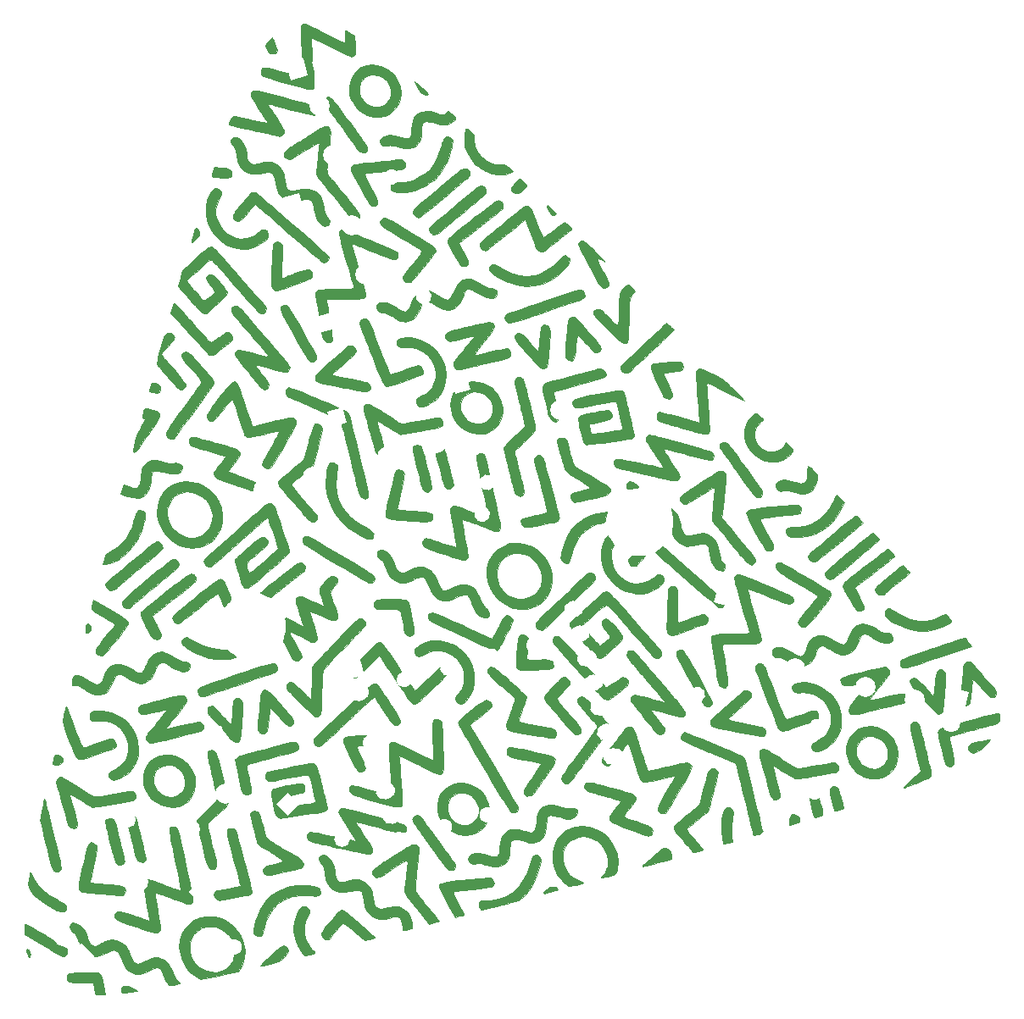
<source format=gbr>
G04 #@! TF.GenerationSoftware,KiCad,Pcbnew,5.1.10*
G04 #@! TF.CreationDate,2021-09-12T20:50:09+02:00*
G04 #@! TF.ProjectId,remote_board,72656d6f-7465-45f6-926f-6172642e6b69,rev?*
G04 #@! TF.SameCoordinates,Original*
G04 #@! TF.FileFunction,Legend,Bot*
G04 #@! TF.FilePolarity,Positive*
%FSLAX46Y46*%
G04 Gerber Fmt 4.6, Leading zero omitted, Abs format (unit mm)*
G04 Created by KiCad (PCBNEW 5.1.10) date 2021-09-12 20:50:09*
%MOMM*%
%LPD*%
G01*
G04 APERTURE LIST*
%ADD10C,0.010000*%
%ADD11C,0.100000*%
%ADD12C,2.000000*%
%ADD13C,1.600000*%
%ADD14C,5.300000*%
%ADD15C,1.800000*%
G04 APERTURE END LIST*
D10*
G36*
X126629927Y-53819247D02*
G01*
X126489424Y-53982243D01*
X126346067Y-54154103D01*
X126027745Y-54540439D01*
X126250976Y-54927086D01*
X126431554Y-55194242D01*
X126597965Y-55330321D01*
X126678357Y-55357666D01*
X126944418Y-55348539D01*
X127133712Y-55213501D01*
X127206999Y-54994283D01*
X127181723Y-54843420D01*
X127109930Y-54611512D01*
X127009709Y-54342734D01*
X126899150Y-54081259D01*
X126796347Y-53871262D01*
X126719386Y-53756914D01*
X126696991Y-53748943D01*
X126629927Y-53819247D01*
G37*
X126629927Y-53819247D02*
X126489424Y-53982243D01*
X126346067Y-54154103D01*
X126027745Y-54540439D01*
X126250976Y-54927086D01*
X126431554Y-55194242D01*
X126597965Y-55330321D01*
X126678357Y-55357666D01*
X126944418Y-55348539D01*
X127133712Y-55213501D01*
X127206999Y-54994283D01*
X127181723Y-54843420D01*
X127109930Y-54611512D01*
X127009709Y-54342734D01*
X126899150Y-54081259D01*
X126796347Y-53871262D01*
X126719386Y-53756914D01*
X126696991Y-53748943D01*
X126629927Y-53819247D01*
G36*
X129638390Y-52525542D02*
G01*
X129594208Y-52696578D01*
X129574129Y-52955860D01*
X129576050Y-53321576D01*
X129597867Y-53811917D01*
X129637473Y-54445074D01*
X129659026Y-54759664D01*
X129701881Y-55366617D01*
X129743486Y-55938327D01*
X129781681Y-56446439D01*
X129814307Y-56862599D01*
X129839203Y-57158453D01*
X129851071Y-57280548D01*
X129867922Y-57516866D01*
X129860453Y-57670207D01*
X129848129Y-57697748D01*
X129756909Y-57683370D01*
X129525864Y-57628487D01*
X129177990Y-57539096D01*
X128736283Y-57421194D01*
X128223740Y-57280784D01*
X127852351Y-57177155D01*
X127204195Y-56996790D01*
X126699813Y-56863472D01*
X126320485Y-56776605D01*
X126047495Y-56735590D01*
X125862127Y-56739828D01*
X125745659Y-56788721D01*
X125679374Y-56881671D01*
X125644556Y-57018081D01*
X125632646Y-57106207D01*
X125621544Y-57223867D01*
X125628285Y-57324402D01*
X125667587Y-57414157D01*
X125754171Y-57499479D01*
X125902758Y-57586711D01*
X126128067Y-57682197D01*
X126444819Y-57792285D01*
X126867733Y-57923318D01*
X127411530Y-58081642D01*
X128090930Y-58273602D01*
X128802475Y-58472544D01*
X129440189Y-58646690D01*
X129934774Y-58770148D01*
X130304432Y-58843673D01*
X130567366Y-58868014D01*
X130741777Y-58843925D01*
X130845868Y-58772158D01*
X130897840Y-58653464D01*
X130911608Y-58559692D01*
X130910104Y-58425513D01*
X130897147Y-58146654D01*
X130874203Y-57747270D01*
X130842743Y-57251522D01*
X130804235Y-56683565D01*
X130760150Y-56067558D01*
X130759596Y-56060007D01*
X130718164Y-55456381D01*
X130686366Y-54912026D01*
X130665010Y-54448534D01*
X130654908Y-54087497D01*
X130656869Y-53850508D01*
X130671703Y-53759158D01*
X130673278Y-53758776D01*
X130769255Y-53795878D01*
X130994623Y-53898779D01*
X131327575Y-54057028D01*
X131746309Y-54260176D01*
X132229018Y-54497774D01*
X132590108Y-54677397D01*
X133111014Y-54935196D01*
X133589496Y-55167441D01*
X134002263Y-55363191D01*
X134326023Y-55511506D01*
X134537485Y-55601443D01*
X134604376Y-55623535D01*
X134764934Y-55613256D01*
X134906468Y-55493152D01*
X134941860Y-55448700D01*
X135017565Y-55297795D01*
X135055668Y-55071874D01*
X135059333Y-54737519D01*
X135041451Y-54396486D01*
X134983864Y-53549111D01*
X134537218Y-53274448D01*
X134296694Y-53134924D01*
X134116735Y-53046089D01*
X134043223Y-53027121D01*
X134022126Y-53118935D01*
X134012084Y-53333660D01*
X134015231Y-53625114D01*
X134015388Y-53629780D01*
X134017475Y-53923005D01*
X134004260Y-54141187D01*
X133978598Y-54237596D01*
X133978227Y-54237823D01*
X133879233Y-54218903D01*
X133678011Y-54136971D01*
X133453355Y-54027593D01*
X132758595Y-53670666D01*
X132102349Y-53340397D01*
X131501585Y-53044833D01*
X130973271Y-52792019D01*
X130534376Y-52590001D01*
X130201866Y-52446824D01*
X129992709Y-52370536D01*
X129936598Y-52359996D01*
X129807481Y-52375442D01*
X129708780Y-52424560D01*
X129638390Y-52525542D01*
G37*
X129638390Y-52525542D02*
X129594208Y-52696578D01*
X129574129Y-52955860D01*
X129576050Y-53321576D01*
X129597867Y-53811917D01*
X129637473Y-54445074D01*
X129659026Y-54759664D01*
X129701881Y-55366617D01*
X129743486Y-55938327D01*
X129781681Y-56446439D01*
X129814307Y-56862599D01*
X129839203Y-57158453D01*
X129851071Y-57280548D01*
X129867922Y-57516866D01*
X129860453Y-57670207D01*
X129848129Y-57697748D01*
X129756909Y-57683370D01*
X129525864Y-57628487D01*
X129177990Y-57539096D01*
X128736283Y-57421194D01*
X128223740Y-57280784D01*
X127852351Y-57177155D01*
X127204195Y-56996790D01*
X126699813Y-56863472D01*
X126320485Y-56776605D01*
X126047495Y-56735590D01*
X125862127Y-56739828D01*
X125745659Y-56788721D01*
X125679374Y-56881671D01*
X125644556Y-57018081D01*
X125632646Y-57106207D01*
X125621544Y-57223867D01*
X125628285Y-57324402D01*
X125667587Y-57414157D01*
X125754171Y-57499479D01*
X125902758Y-57586711D01*
X126128067Y-57682197D01*
X126444819Y-57792285D01*
X126867733Y-57923318D01*
X127411530Y-58081642D01*
X128090930Y-58273602D01*
X128802475Y-58472544D01*
X129440189Y-58646690D01*
X129934774Y-58770148D01*
X130304432Y-58843673D01*
X130567366Y-58868014D01*
X130741777Y-58843925D01*
X130845868Y-58772158D01*
X130897840Y-58653464D01*
X130911608Y-58559692D01*
X130910104Y-58425513D01*
X130897147Y-58146654D01*
X130874203Y-57747270D01*
X130842743Y-57251522D01*
X130804235Y-56683565D01*
X130760150Y-56067558D01*
X130759596Y-56060007D01*
X130718164Y-55456381D01*
X130686366Y-54912026D01*
X130665010Y-54448534D01*
X130654908Y-54087497D01*
X130656869Y-53850508D01*
X130671703Y-53759158D01*
X130673278Y-53758776D01*
X130769255Y-53795878D01*
X130994623Y-53898779D01*
X131327575Y-54057028D01*
X131746309Y-54260176D01*
X132229018Y-54497774D01*
X132590108Y-54677397D01*
X133111014Y-54935196D01*
X133589496Y-55167441D01*
X134002263Y-55363191D01*
X134326023Y-55511506D01*
X134537485Y-55601443D01*
X134604376Y-55623535D01*
X134764934Y-55613256D01*
X134906468Y-55493152D01*
X134941860Y-55448700D01*
X135017565Y-55297795D01*
X135055668Y-55071874D01*
X135059333Y-54737519D01*
X135041451Y-54396486D01*
X134983864Y-53549111D01*
X134537218Y-53274448D01*
X134296694Y-53134924D01*
X134116735Y-53046089D01*
X134043223Y-53027121D01*
X134022126Y-53118935D01*
X134012084Y-53333660D01*
X134015231Y-53625114D01*
X134015388Y-53629780D01*
X134017475Y-53923005D01*
X134004260Y-54141187D01*
X133978598Y-54237596D01*
X133978227Y-54237823D01*
X133879233Y-54218903D01*
X133678011Y-54136971D01*
X133453355Y-54027593D01*
X132758595Y-53670666D01*
X132102349Y-53340397D01*
X131501585Y-53044833D01*
X130973271Y-52792019D01*
X130534376Y-52590001D01*
X130201866Y-52446824D01*
X129992709Y-52370536D01*
X129936598Y-52359996D01*
X129807481Y-52375442D01*
X129708780Y-52424560D01*
X129638390Y-52525542D01*
G36*
X124650728Y-59176351D02*
G01*
X124603517Y-59357020D01*
X124600193Y-59459643D01*
X124620168Y-59568312D01*
X124675858Y-59706525D01*
X124779680Y-59897778D01*
X124944049Y-60165568D01*
X125181382Y-60533390D01*
X125406419Y-60876404D01*
X125672462Y-61285913D01*
X125900984Y-61647693D01*
X126077400Y-61937822D01*
X126187124Y-62132379D01*
X126216891Y-62205693D01*
X126183967Y-62230700D01*
X126091534Y-62234704D01*
X125921403Y-62214535D01*
X125655389Y-62167024D01*
X125275306Y-62088999D01*
X124762966Y-61977293D01*
X124257032Y-61864111D01*
X123720065Y-61743833D01*
X123323750Y-61661821D01*
X123043265Y-61620389D01*
X122853790Y-61621848D01*
X122730505Y-61668513D01*
X122648587Y-61762700D01*
X122583216Y-61906720D01*
X122539294Y-62024251D01*
X122381474Y-62448564D01*
X122978163Y-62592888D01*
X123291375Y-62666345D01*
X123716937Y-62762996D01*
X124201555Y-62870877D01*
X124691932Y-62978024D01*
X124746149Y-62989729D01*
X125280727Y-63105290D01*
X125751701Y-63207944D01*
X126214826Y-63309984D01*
X126725861Y-63423703D01*
X127340563Y-63561391D01*
X127411442Y-63577302D01*
X127651916Y-63553014D01*
X127845770Y-63379909D01*
X127900168Y-63279774D01*
X127925607Y-63194962D01*
X127921817Y-63094584D01*
X127878947Y-62959918D01*
X127787143Y-62772239D01*
X127636555Y-62512823D01*
X127417330Y-62162950D01*
X127119616Y-61703894D01*
X126875067Y-61331592D01*
X126609466Y-60922151D01*
X126433838Y-60635162D01*
X126339826Y-60455219D01*
X126319076Y-60366916D01*
X126343425Y-60351370D01*
X126453383Y-60374093D01*
X126703744Y-60436342D01*
X127071809Y-60532137D01*
X127534876Y-60655493D01*
X128070248Y-60800427D01*
X128630347Y-60954091D01*
X129217656Y-61112431D01*
X129758666Y-61251100D01*
X130229818Y-61364630D01*
X130607551Y-61447556D01*
X130868306Y-61494410D01*
X130985887Y-61500628D01*
X131219856Y-61365989D01*
X131312276Y-61152016D01*
X131253287Y-60885826D01*
X131227226Y-60836873D01*
X131179251Y-60764971D01*
X131113259Y-60699391D01*
X131012947Y-60634592D01*
X130862013Y-60565036D01*
X130644151Y-60485185D01*
X130343059Y-60389498D01*
X129942432Y-60272435D01*
X129425965Y-60128459D01*
X128777357Y-59952028D01*
X128034666Y-59752196D01*
X127100707Y-59505180D01*
X126324438Y-59307786D01*
X125706652Y-59160196D01*
X125248138Y-59062588D01*
X124949686Y-59015144D01*
X124813715Y-59017289D01*
X124650728Y-59176351D01*
G37*
X124650728Y-59176351D02*
X124603517Y-59357020D01*
X124600193Y-59459643D01*
X124620168Y-59568312D01*
X124675858Y-59706525D01*
X124779680Y-59897778D01*
X124944049Y-60165568D01*
X125181382Y-60533390D01*
X125406419Y-60876404D01*
X125672462Y-61285913D01*
X125900984Y-61647693D01*
X126077400Y-61937822D01*
X126187124Y-62132379D01*
X126216891Y-62205693D01*
X126183967Y-62230700D01*
X126091534Y-62234704D01*
X125921403Y-62214535D01*
X125655389Y-62167024D01*
X125275306Y-62088999D01*
X124762966Y-61977293D01*
X124257032Y-61864111D01*
X123720065Y-61743833D01*
X123323750Y-61661821D01*
X123043265Y-61620389D01*
X122853790Y-61621848D01*
X122730505Y-61668513D01*
X122648587Y-61762700D01*
X122583216Y-61906720D01*
X122539294Y-62024251D01*
X122381474Y-62448564D01*
X122978163Y-62592888D01*
X123291375Y-62666345D01*
X123716937Y-62762996D01*
X124201555Y-62870877D01*
X124691932Y-62978024D01*
X124746149Y-62989729D01*
X125280727Y-63105290D01*
X125751701Y-63207944D01*
X126214826Y-63309984D01*
X126725861Y-63423703D01*
X127340563Y-63561391D01*
X127411442Y-63577302D01*
X127651916Y-63553014D01*
X127845770Y-63379909D01*
X127900168Y-63279774D01*
X127925607Y-63194962D01*
X127921817Y-63094584D01*
X127878947Y-62959918D01*
X127787143Y-62772239D01*
X127636555Y-62512823D01*
X127417330Y-62162950D01*
X127119616Y-61703894D01*
X126875067Y-61331592D01*
X126609466Y-60922151D01*
X126433838Y-60635162D01*
X126339826Y-60455219D01*
X126319076Y-60366916D01*
X126343425Y-60351370D01*
X126453383Y-60374093D01*
X126703744Y-60436342D01*
X127071809Y-60532137D01*
X127534876Y-60655493D01*
X128070248Y-60800427D01*
X128630347Y-60954091D01*
X129217656Y-61112431D01*
X129758666Y-61251100D01*
X130229818Y-61364630D01*
X130607551Y-61447556D01*
X130868306Y-61494410D01*
X130985887Y-61500628D01*
X131219856Y-61365989D01*
X131312276Y-61152016D01*
X131253287Y-60885826D01*
X131227226Y-60836873D01*
X131179251Y-60764971D01*
X131113259Y-60699391D01*
X131012947Y-60634592D01*
X130862013Y-60565036D01*
X130644151Y-60485185D01*
X130343059Y-60389498D01*
X129942432Y-60272435D01*
X129425965Y-60128459D01*
X128777357Y-59952028D01*
X128034666Y-59752196D01*
X127100707Y-59505180D01*
X126324438Y-59307786D01*
X125706652Y-59160196D01*
X125248138Y-59062588D01*
X124949686Y-59015144D01*
X124813715Y-59017289D01*
X124650728Y-59176351D01*
G36*
X120807026Y-67098231D02*
G01*
X120708974Y-67424691D01*
X120697721Y-67620639D01*
X120776137Y-67702629D01*
X120910625Y-67696160D01*
X121076252Y-67686860D01*
X121352572Y-67697487D01*
X121682409Y-67725703D01*
X121711939Y-67728933D01*
X122182445Y-67750680D01*
X122504002Y-67694112D01*
X122677983Y-67558866D01*
X122709594Y-67465091D01*
X122705368Y-67206006D01*
X122597985Y-67011219D01*
X122370431Y-66869193D01*
X122005689Y-66768395D01*
X121593637Y-66708562D01*
X120969448Y-66639001D01*
X120807026Y-67098231D01*
G37*
X120807026Y-67098231D02*
X120708974Y-67424691D01*
X120697721Y-67620639D01*
X120776137Y-67702629D01*
X120910625Y-67696160D01*
X121076252Y-67686860D01*
X121352572Y-67697487D01*
X121682409Y-67725703D01*
X121711939Y-67728933D01*
X122182445Y-67750680D01*
X122504002Y-67694112D01*
X122677983Y-67558866D01*
X122709594Y-67465091D01*
X122705368Y-67206006D01*
X122597985Y-67011219D01*
X122370431Y-66869193D01*
X122005689Y-66768395D01*
X121593637Y-66708562D01*
X120969448Y-66639001D01*
X120807026Y-67098231D01*
G36*
X135123334Y-57091711D02*
G01*
X134744569Y-57581362D01*
X134500286Y-58157898D01*
X134400539Y-58802325D01*
X134400912Y-59023030D01*
X134420257Y-59275408D01*
X134468259Y-59493400D01*
X134563172Y-59728245D01*
X134723250Y-60031179D01*
X134821458Y-60203450D01*
X135033243Y-60556978D01*
X135206548Y-60803225D01*
X135378280Y-60986539D01*
X135585349Y-61151264D01*
X135645843Y-61193960D01*
X136221749Y-61501620D01*
X136844332Y-61668965D01*
X137437181Y-61686829D01*
X138021935Y-61568125D01*
X138521057Y-61318776D01*
X138961692Y-60932571D01*
X139333233Y-60418275D01*
X139547457Y-59850893D01*
X139602873Y-59243617D01*
X139497988Y-58609642D01*
X139285935Y-58068194D01*
X139243720Y-58001513D01*
X138431731Y-58470315D01*
X138584515Y-58959613D01*
X138599506Y-59426731D01*
X138484404Y-59814337D01*
X138239383Y-60170719D01*
X137903754Y-60458697D01*
X137516825Y-60641095D01*
X137269307Y-60684805D01*
X136857674Y-60672909D01*
X136513997Y-60570287D01*
X136257019Y-60425911D01*
X135840797Y-60070517D01*
X135558648Y-59646287D01*
X135416701Y-59180015D01*
X135421084Y-58698501D01*
X135577927Y-58228540D01*
X135706427Y-58018748D01*
X135977752Y-57711348D01*
X136281181Y-57535012D01*
X136671108Y-57461646D01*
X136796121Y-57455899D01*
X137315494Y-57520875D01*
X137775620Y-57727339D01*
X138154899Y-58051688D01*
X138431731Y-58470315D01*
X139243720Y-58001513D01*
X138903606Y-57464294D01*
X138426010Y-56993360D01*
X137865856Y-56663109D01*
X137235856Y-56481260D01*
X136622396Y-56450709D01*
X136198724Y-56495335D01*
X135867720Y-56588879D01*
X135626527Y-56707939D01*
X135123334Y-57091711D01*
G37*
X135123334Y-57091711D02*
X134744569Y-57581362D01*
X134500286Y-58157898D01*
X134400539Y-58802325D01*
X134400912Y-59023030D01*
X134420257Y-59275408D01*
X134468259Y-59493400D01*
X134563172Y-59728245D01*
X134723250Y-60031179D01*
X134821458Y-60203450D01*
X135033243Y-60556978D01*
X135206548Y-60803225D01*
X135378280Y-60986539D01*
X135585349Y-61151264D01*
X135645843Y-61193960D01*
X136221749Y-61501620D01*
X136844332Y-61668965D01*
X137437181Y-61686829D01*
X138021935Y-61568125D01*
X138521057Y-61318776D01*
X138961692Y-60932571D01*
X139333233Y-60418275D01*
X139547457Y-59850893D01*
X139602873Y-59243617D01*
X139497988Y-58609642D01*
X139285935Y-58068194D01*
X139243720Y-58001513D01*
X138431731Y-58470315D01*
X138584515Y-58959613D01*
X138599506Y-59426731D01*
X138484404Y-59814337D01*
X138239383Y-60170719D01*
X137903754Y-60458697D01*
X137516825Y-60641095D01*
X137269307Y-60684805D01*
X136857674Y-60672909D01*
X136513997Y-60570287D01*
X136257019Y-60425911D01*
X135840797Y-60070517D01*
X135558648Y-59646287D01*
X135416701Y-59180015D01*
X135421084Y-58698501D01*
X135577927Y-58228540D01*
X135706427Y-58018748D01*
X135977752Y-57711348D01*
X136281181Y-57535012D01*
X136671108Y-57461646D01*
X136796121Y-57455899D01*
X137315494Y-57520875D01*
X137775620Y-57727339D01*
X138154899Y-58051688D01*
X138431731Y-58470315D01*
X139243720Y-58001513D01*
X138903606Y-57464294D01*
X138426010Y-56993360D01*
X137865856Y-56663109D01*
X137235856Y-56481260D01*
X136622396Y-56450709D01*
X136198724Y-56495335D01*
X135867720Y-56588879D01*
X135626527Y-56707939D01*
X135123334Y-57091711D01*
G36*
X141165410Y-58544942D02*
G01*
X141411476Y-58977492D01*
X141635928Y-59260149D01*
X141853013Y-59408509D01*
X141982201Y-59439263D01*
X142182372Y-59444241D01*
X142276121Y-59406223D01*
X142257417Y-59311872D01*
X142120229Y-59147851D01*
X141858527Y-58900822D01*
X141658930Y-58724391D01*
X140934200Y-58091844D01*
X141165410Y-58544942D01*
G37*
X141165410Y-58544942D02*
X141411476Y-58977492D01*
X141635928Y-59260149D01*
X141853013Y-59408509D01*
X141982201Y-59439263D01*
X142182372Y-59444241D01*
X142276121Y-59406223D01*
X142257417Y-59311872D01*
X142120229Y-59147851D01*
X141858527Y-58900822D01*
X141658930Y-58724391D01*
X140934200Y-58091844D01*
X141165410Y-58544942D01*
G36*
X119069675Y-72885858D02*
G01*
X118974081Y-73109203D01*
X118864211Y-73413538D01*
X118819306Y-73551057D01*
X118714187Y-73907213D01*
X118679964Y-74111533D01*
X118725862Y-74169882D01*
X118861100Y-74088125D01*
X119094903Y-73872128D01*
X119184410Y-73783265D01*
X119360789Y-73581805D01*
X119472126Y-73407097D01*
X119491338Y-73343805D01*
X119457539Y-73167751D01*
X119366653Y-72978787D01*
X119253110Y-72830871D01*
X119151343Y-72777962D01*
X119134259Y-72784238D01*
X119069675Y-72885858D01*
G37*
X119069675Y-72885858D02*
X118974081Y-73109203D01*
X118864211Y-73413538D01*
X118819306Y-73551057D01*
X118714187Y-73907213D01*
X118679964Y-74111533D01*
X118725862Y-74169882D01*
X118861100Y-74088125D01*
X119094903Y-73872128D01*
X119184410Y-73783265D01*
X119360789Y-73581805D01*
X119472126Y-73407097D01*
X119491338Y-73343805D01*
X119457539Y-73167751D01*
X119366653Y-72978787D01*
X119253110Y-72830871D01*
X119151343Y-72777962D01*
X119134259Y-72784238D01*
X119069675Y-72885858D01*
G36*
X131995548Y-59863671D02*
G01*
X131981488Y-60119240D01*
X132100522Y-60467037D01*
X132353630Y-60909849D01*
X132741789Y-61450469D01*
X132769340Y-61486005D01*
X133002636Y-61794751D01*
X133267192Y-62157985D01*
X133472207Y-62448909D01*
X133723986Y-62806705D01*
X134009271Y-63201447D01*
X134218863Y-63484297D01*
X134468548Y-63822468D01*
X134751129Y-64215303D01*
X135002050Y-64572894D01*
X135210381Y-64864836D01*
X135362817Y-65043457D01*
X135492581Y-65139421D01*
X135632898Y-65183390D01*
X135669987Y-65189348D01*
X135941200Y-65196598D01*
X136100450Y-65107578D01*
X136178149Y-64936883D01*
X136199578Y-64752203D01*
X136183471Y-64664958D01*
X136039158Y-64408260D01*
X135804489Y-64043997D01*
X135495629Y-63596229D01*
X135128743Y-63089024D01*
X135086664Y-63032155D01*
X134818072Y-62667918D01*
X134485422Y-62213746D01*
X134123449Y-61717230D01*
X133766888Y-61225961D01*
X133611871Y-61011546D01*
X133238765Y-60505061D01*
X132941229Y-60128782D01*
X132704618Y-59869616D01*
X132514283Y-59714471D01*
X132355578Y-59650255D01*
X132213852Y-59663877D01*
X132141722Y-59697538D01*
X131995548Y-59863671D01*
G37*
X131995548Y-59863671D02*
X131981488Y-60119240D01*
X132100522Y-60467037D01*
X132353630Y-60909849D01*
X132741789Y-61450469D01*
X132769340Y-61486005D01*
X133002636Y-61794751D01*
X133267192Y-62157985D01*
X133472207Y-62448909D01*
X133723986Y-62806705D01*
X134009271Y-63201447D01*
X134218863Y-63484297D01*
X134468548Y-63822468D01*
X134751129Y-64215303D01*
X135002050Y-64572894D01*
X135210381Y-64864836D01*
X135362817Y-65043457D01*
X135492581Y-65139421D01*
X135632898Y-65183390D01*
X135669987Y-65189348D01*
X135941200Y-65196598D01*
X136100450Y-65107578D01*
X136178149Y-64936883D01*
X136199578Y-64752203D01*
X136183471Y-64664958D01*
X136039158Y-64408260D01*
X135804489Y-64043997D01*
X135495629Y-63596229D01*
X135128743Y-63089024D01*
X135086664Y-63032155D01*
X134818072Y-62667918D01*
X134485422Y-62213746D01*
X134123449Y-61717230D01*
X133766888Y-61225961D01*
X133611871Y-61011546D01*
X133238765Y-60505061D01*
X132941229Y-60128782D01*
X132704618Y-59869616D01*
X132514283Y-59714471D01*
X132355578Y-59650255D01*
X132213852Y-59663877D01*
X132141722Y-59697538D01*
X131995548Y-59863671D01*
G36*
X141334937Y-61307305D02*
G01*
X141072166Y-61510529D01*
X140886380Y-61759026D01*
X140762616Y-62086934D01*
X140685906Y-62528388D01*
X140656782Y-62854164D01*
X140622862Y-63200541D01*
X140576859Y-63484925D01*
X140526707Y-63662878D01*
X140506683Y-63694853D01*
X140302007Y-63801062D01*
X140003541Y-63814772D01*
X139592662Y-63735372D01*
X139325491Y-63656149D01*
X138851901Y-63522775D01*
X138482595Y-63470374D01*
X138173526Y-63498234D01*
X137880647Y-63605643D01*
X137828875Y-63631987D01*
X137577892Y-63830711D01*
X137485555Y-64072284D01*
X137556759Y-64343704D01*
X137559171Y-64348069D01*
X137733851Y-64509301D01*
X137988840Y-64589833D01*
X138246650Y-64570394D01*
X138321176Y-64537589D01*
X138470698Y-64495418D01*
X138698574Y-64510343D01*
X139034713Y-64586128D01*
X139292253Y-64659809D01*
X139898167Y-64804868D01*
X140392376Y-64837590D01*
X140792325Y-64755160D01*
X141115456Y-64554763D01*
X141311788Y-64333846D01*
X141508423Y-63962522D01*
X141613695Y-63502613D01*
X141637412Y-63178633D01*
X141674360Y-62693954D01*
X141760302Y-62361497D01*
X141911262Y-62167393D01*
X142143264Y-62097774D01*
X142472329Y-62138768D01*
X142746729Y-62218447D01*
X143236421Y-62366394D01*
X143614898Y-62444549D01*
X143923006Y-62457618D01*
X144201594Y-62410309D01*
X144260846Y-62392932D01*
X144491720Y-62288600D01*
X144717227Y-62135762D01*
X144901622Y-61967088D01*
X145009158Y-61815250D01*
X145004489Y-61713285D01*
X144906004Y-61619027D01*
X144735708Y-61453593D01*
X144638124Y-61358225D01*
X144341946Y-61068186D01*
X144060088Y-61286854D01*
X143917753Y-61390134D01*
X143794164Y-61441023D01*
X143644694Y-61438807D01*
X143424720Y-61382769D01*
X143089617Y-61272194D01*
X143086779Y-61271232D01*
X142547423Y-61119061D01*
X142106220Y-61070101D01*
X141726503Y-61125108D01*
X141371604Y-61284836D01*
X141334937Y-61307305D01*
G37*
X141334937Y-61307305D02*
X141072166Y-61510529D01*
X140886380Y-61759026D01*
X140762616Y-62086934D01*
X140685906Y-62528388D01*
X140656782Y-62854164D01*
X140622862Y-63200541D01*
X140576859Y-63484925D01*
X140526707Y-63662878D01*
X140506683Y-63694853D01*
X140302007Y-63801062D01*
X140003541Y-63814772D01*
X139592662Y-63735372D01*
X139325491Y-63656149D01*
X138851901Y-63522775D01*
X138482595Y-63470374D01*
X138173526Y-63498234D01*
X137880647Y-63605643D01*
X137828875Y-63631987D01*
X137577892Y-63830711D01*
X137485555Y-64072284D01*
X137556759Y-64343704D01*
X137559171Y-64348069D01*
X137733851Y-64509301D01*
X137988840Y-64589833D01*
X138246650Y-64570394D01*
X138321176Y-64537589D01*
X138470698Y-64495418D01*
X138698574Y-64510343D01*
X139034713Y-64586128D01*
X139292253Y-64659809D01*
X139898167Y-64804868D01*
X140392376Y-64837590D01*
X140792325Y-64755160D01*
X141115456Y-64554763D01*
X141311788Y-64333846D01*
X141508423Y-63962522D01*
X141613695Y-63502613D01*
X141637412Y-63178633D01*
X141674360Y-62693954D01*
X141760302Y-62361497D01*
X141911262Y-62167393D01*
X142143264Y-62097774D01*
X142472329Y-62138768D01*
X142746729Y-62218447D01*
X143236421Y-62366394D01*
X143614898Y-62444549D01*
X143923006Y-62457618D01*
X144201594Y-62410309D01*
X144260846Y-62392932D01*
X144491720Y-62288600D01*
X144717227Y-62135762D01*
X144901622Y-61967088D01*
X145009158Y-61815250D01*
X145004489Y-61713285D01*
X144906004Y-61619027D01*
X144735708Y-61453593D01*
X144638124Y-61358225D01*
X144341946Y-61068186D01*
X144060088Y-61286854D01*
X143917753Y-61390134D01*
X143794164Y-61441023D01*
X143644694Y-61438807D01*
X143424720Y-61382769D01*
X143089617Y-61272194D01*
X143086779Y-61271232D01*
X142547423Y-61119061D01*
X142106220Y-61070101D01*
X141726503Y-61125108D01*
X141371604Y-61284836D01*
X141334937Y-61307305D01*
G36*
X120787276Y-68949731D02*
G01*
X120652035Y-69127941D01*
X120562869Y-69269863D01*
X120253582Y-69929421D01*
X120097213Y-70625122D01*
X120087379Y-71335713D01*
X120217689Y-72039941D01*
X120481756Y-72716550D01*
X120873192Y-73344286D01*
X121385610Y-73901894D01*
X122012621Y-74368121D01*
X122112825Y-74426965D01*
X122590574Y-74634084D01*
X123157525Y-74780734D01*
X123739741Y-74851836D01*
X124161155Y-74844744D01*
X124550721Y-74763375D01*
X124999639Y-74602858D01*
X125451413Y-74389855D01*
X125849548Y-74151024D01*
X126137551Y-73913027D01*
X126139163Y-73911302D01*
X126303909Y-73641708D01*
X126344245Y-73352944D01*
X126255573Y-73099090D01*
X126212635Y-73047344D01*
X125982764Y-72907234D01*
X125724103Y-72932940D01*
X125435171Y-73124682D01*
X125388325Y-73168556D01*
X124981234Y-73500470D01*
X124549841Y-73707242D01*
X124119507Y-73810573D01*
X123506823Y-73828443D01*
X122892686Y-73682382D01*
X122294813Y-73376700D01*
X122270209Y-73360357D01*
X121817994Y-72964127D01*
X121448101Y-72456729D01*
X121190160Y-71887265D01*
X121080896Y-71389485D01*
X121091618Y-70894658D01*
X121204641Y-70362381D01*
X121399722Y-69872068D01*
X121518766Y-69671730D01*
X121641629Y-69385111D01*
X121626749Y-69124590D01*
X121492527Y-68925624D01*
X121257362Y-68823676D01*
X121078554Y-68823413D01*
X120914180Y-68861442D01*
X120787276Y-68949731D01*
G37*
X120787276Y-68949731D02*
X120652035Y-69127941D01*
X120562869Y-69269863D01*
X120253582Y-69929421D01*
X120097213Y-70625122D01*
X120087379Y-71335713D01*
X120217689Y-72039941D01*
X120481756Y-72716550D01*
X120873192Y-73344286D01*
X121385610Y-73901894D01*
X122012621Y-74368121D01*
X122112825Y-74426965D01*
X122590574Y-74634084D01*
X123157525Y-74780734D01*
X123739741Y-74851836D01*
X124161155Y-74844744D01*
X124550721Y-74763375D01*
X124999639Y-74602858D01*
X125451413Y-74389855D01*
X125849548Y-74151024D01*
X126137551Y-73913027D01*
X126139163Y-73911302D01*
X126303909Y-73641708D01*
X126344245Y-73352944D01*
X126255573Y-73099090D01*
X126212635Y-73047344D01*
X125982764Y-72907234D01*
X125724103Y-72932940D01*
X125435171Y-73124682D01*
X125388325Y-73168556D01*
X124981234Y-73500470D01*
X124549841Y-73707242D01*
X124119507Y-73810573D01*
X123506823Y-73828443D01*
X122892686Y-73682382D01*
X122294813Y-73376700D01*
X122270209Y-73360357D01*
X121817994Y-72964127D01*
X121448101Y-72456729D01*
X121190160Y-71887265D01*
X121080896Y-71389485D01*
X121091618Y-70894658D01*
X121204641Y-70362381D01*
X121399722Y-69872068D01*
X121518766Y-69671730D01*
X121641629Y-69385111D01*
X121626749Y-69124590D01*
X121492527Y-68925624D01*
X121257362Y-68823676D01*
X121078554Y-68823413D01*
X120914180Y-68861442D01*
X120787276Y-68949731D01*
G36*
X122642349Y-63889760D02*
G01*
X122623679Y-64129223D01*
X122762363Y-64429011D01*
X122846500Y-64545977D01*
X122995370Y-64780913D01*
X123091266Y-65057586D01*
X123152969Y-65405356D01*
X123300941Y-66086614D01*
X123540708Y-66626144D01*
X123870777Y-67022945D01*
X124289663Y-67276020D01*
X124795873Y-67384370D01*
X125387918Y-67346995D01*
X125871369Y-67227773D01*
X126224077Y-67138224D01*
X126489370Y-67133063D01*
X126686860Y-67229406D01*
X126836162Y-67444372D01*
X126956890Y-67795080D01*
X127062558Y-68267445D01*
X127150831Y-68686624D01*
X127231322Y-68981651D01*
X127319728Y-69196073D01*
X127431752Y-69373437D01*
X127486660Y-69443719D01*
X127869067Y-69806509D01*
X128309235Y-70019371D01*
X128817429Y-70084671D01*
X129403913Y-70004775D01*
X129639365Y-69939948D01*
X130066851Y-69844655D01*
X130389938Y-69865096D01*
X130624937Y-70013061D01*
X130788162Y-70300337D01*
X130895925Y-70738716D01*
X130914489Y-70861493D01*
X131022110Y-71425653D01*
X131176015Y-71857064D01*
X131389406Y-72189050D01*
X131478881Y-72286221D01*
X131739880Y-72475467D01*
X132016833Y-72564273D01*
X132254276Y-72536115D01*
X132277395Y-72524140D01*
X132366732Y-72408561D01*
X132433289Y-72237842D01*
X132454382Y-72074359D01*
X132405314Y-71913864D01*
X132265803Y-71698040D01*
X132227507Y-71646112D01*
X132072116Y-71411530D01*
X131976081Y-71180002D01*
X131914878Y-70882189D01*
X131890377Y-70692783D01*
X131757666Y-70058295D01*
X131523606Y-69552533D01*
X131190762Y-69179884D01*
X130902052Y-69001361D01*
X130372434Y-68843857D01*
X129798704Y-68845079D01*
X129282942Y-68966469D01*
X128869546Y-69051179D01*
X128521543Y-69021532D01*
X128267046Y-68882272D01*
X128188570Y-68781766D01*
X128122603Y-68599931D01*
X128060770Y-68317699D01*
X128024846Y-68065974D01*
X127896925Y-67416183D01*
X127666254Y-66899718D01*
X127330863Y-66513823D01*
X126888776Y-66255742D01*
X126679253Y-66187044D01*
X126301614Y-66126381D01*
X125912487Y-66160461D01*
X125703133Y-66209202D01*
X125279936Y-66316695D01*
X124983148Y-66374610D01*
X124777475Y-66383634D01*
X124627626Y-66344452D01*
X124498305Y-66257745D01*
X124469945Y-66233109D01*
X124357555Y-66113011D01*
X124279109Y-65963378D01*
X124219031Y-65740102D01*
X124161743Y-65399073D01*
X124152180Y-65333313D01*
X124084189Y-64933867D01*
X124002535Y-64641931D01*
X123886446Y-64395829D01*
X123779325Y-64226267D01*
X123488102Y-63871605D01*
X123208672Y-63682857D01*
X122942983Y-63661067D01*
X122818409Y-63711651D01*
X122642349Y-63889760D01*
G37*
X122642349Y-63889760D02*
X122623679Y-64129223D01*
X122762363Y-64429011D01*
X122846500Y-64545977D01*
X122995370Y-64780913D01*
X123091266Y-65057586D01*
X123152969Y-65405356D01*
X123300941Y-66086614D01*
X123540708Y-66626144D01*
X123870777Y-67022945D01*
X124289663Y-67276020D01*
X124795873Y-67384370D01*
X125387918Y-67346995D01*
X125871369Y-67227773D01*
X126224077Y-67138224D01*
X126489370Y-67133063D01*
X126686860Y-67229406D01*
X126836162Y-67444372D01*
X126956890Y-67795080D01*
X127062558Y-68267445D01*
X127150831Y-68686624D01*
X127231322Y-68981651D01*
X127319728Y-69196073D01*
X127431752Y-69373437D01*
X127486660Y-69443719D01*
X127869067Y-69806509D01*
X128309235Y-70019371D01*
X128817429Y-70084671D01*
X129403913Y-70004775D01*
X129639365Y-69939948D01*
X130066851Y-69844655D01*
X130389938Y-69865096D01*
X130624937Y-70013061D01*
X130788162Y-70300337D01*
X130895925Y-70738716D01*
X130914489Y-70861493D01*
X131022110Y-71425653D01*
X131176015Y-71857064D01*
X131389406Y-72189050D01*
X131478881Y-72286221D01*
X131739880Y-72475467D01*
X132016833Y-72564273D01*
X132254276Y-72536115D01*
X132277395Y-72524140D01*
X132366732Y-72408561D01*
X132433289Y-72237842D01*
X132454382Y-72074359D01*
X132405314Y-71913864D01*
X132265803Y-71698040D01*
X132227507Y-71646112D01*
X132072116Y-71411530D01*
X131976081Y-71180002D01*
X131914878Y-70882189D01*
X131890377Y-70692783D01*
X131757666Y-70058295D01*
X131523606Y-69552533D01*
X131190762Y-69179884D01*
X130902052Y-69001361D01*
X130372434Y-68843857D01*
X129798704Y-68845079D01*
X129282942Y-68966469D01*
X128869546Y-69051179D01*
X128521543Y-69021532D01*
X128267046Y-68882272D01*
X128188570Y-68781766D01*
X128122603Y-68599931D01*
X128060770Y-68317699D01*
X128024846Y-68065974D01*
X127896925Y-67416183D01*
X127666254Y-66899718D01*
X127330863Y-66513823D01*
X126888776Y-66255742D01*
X126679253Y-66187044D01*
X126301614Y-66126381D01*
X125912487Y-66160461D01*
X125703133Y-66209202D01*
X125279936Y-66316695D01*
X124983148Y-66374610D01*
X124777475Y-66383634D01*
X124627626Y-66344452D01*
X124498305Y-66257745D01*
X124469945Y-66233109D01*
X124357555Y-66113011D01*
X124279109Y-65963378D01*
X124219031Y-65740102D01*
X124161743Y-65399073D01*
X124152180Y-65333313D01*
X124084189Y-64933867D01*
X124002535Y-64641931D01*
X123886446Y-64395829D01*
X123779325Y-64226267D01*
X123488102Y-63871605D01*
X123208672Y-63682857D01*
X122942983Y-63661067D01*
X122818409Y-63711651D01*
X122642349Y-63889760D01*
G36*
X134652964Y-66599102D02*
G01*
X134594709Y-66775030D01*
X134639458Y-67019331D01*
X134788905Y-67358009D01*
X134881988Y-67532275D01*
X135051492Y-67843336D01*
X135197729Y-68118936D01*
X135293799Y-68308208D01*
X135304996Y-68332039D01*
X135375620Y-68470437D01*
X135509062Y-68719025D01*
X135684732Y-69040623D01*
X135882042Y-69398054D01*
X136080400Y-69754139D01*
X136259217Y-70071701D01*
X136397904Y-70313561D01*
X136461043Y-70419462D01*
X136636586Y-70569242D01*
X136859306Y-70599334D01*
X137073645Y-70524359D01*
X137224041Y-70358941D01*
X137261233Y-70208868D01*
X137233523Y-70055882D01*
X137138158Y-69802737D01*
X136969393Y-69436485D01*
X136721483Y-68944176D01*
X136579445Y-68672123D01*
X136355986Y-68245903D01*
X136163338Y-67875004D01*
X136014062Y-67583890D01*
X135920718Y-67397027D01*
X135894743Y-67338392D01*
X135976807Y-67323739D01*
X136203961Y-67294510D01*
X136552850Y-67253408D01*
X137000116Y-67203140D01*
X137522400Y-67146410D01*
X137879231Y-67108591D01*
X138508845Y-67041560D01*
X138991270Y-66986809D01*
X139347845Y-66940107D01*
X139599906Y-66897216D01*
X139768792Y-66853903D01*
X139875841Y-66805934D01*
X139942389Y-66749073D01*
X139982710Y-66691160D01*
X140050459Y-66473098D01*
X140032320Y-66293653D01*
X139924841Y-66133369D01*
X139762908Y-65987503D01*
X139603430Y-65899864D01*
X139519443Y-65898827D01*
X139423997Y-65915056D01*
X139182566Y-65944872D01*
X138817734Y-65985808D01*
X138352089Y-66035404D01*
X137808213Y-66091193D01*
X137222901Y-66149324D01*
X136616814Y-66211536D01*
X136060130Y-66274269D01*
X135576984Y-66334356D01*
X135191508Y-66388633D01*
X134927833Y-66433932D01*
X134812530Y-66465542D01*
X134652964Y-66599102D01*
G37*
X134652964Y-66599102D02*
X134594709Y-66775030D01*
X134639458Y-67019331D01*
X134788905Y-67358009D01*
X134881988Y-67532275D01*
X135051492Y-67843336D01*
X135197729Y-68118936D01*
X135293799Y-68308208D01*
X135304996Y-68332039D01*
X135375620Y-68470437D01*
X135509062Y-68719025D01*
X135684732Y-69040623D01*
X135882042Y-69398054D01*
X136080400Y-69754139D01*
X136259217Y-70071701D01*
X136397904Y-70313561D01*
X136461043Y-70419462D01*
X136636586Y-70569242D01*
X136859306Y-70599334D01*
X137073645Y-70524359D01*
X137224041Y-70358941D01*
X137261233Y-70208868D01*
X137233523Y-70055882D01*
X137138158Y-69802737D01*
X136969393Y-69436485D01*
X136721483Y-68944176D01*
X136579445Y-68672123D01*
X136355986Y-68245903D01*
X136163338Y-67875004D01*
X136014062Y-67583890D01*
X135920718Y-67397027D01*
X135894743Y-67338392D01*
X135976807Y-67323739D01*
X136203961Y-67294510D01*
X136552850Y-67253408D01*
X137000116Y-67203140D01*
X137522400Y-67146410D01*
X137879231Y-67108591D01*
X138508845Y-67041560D01*
X138991270Y-66986809D01*
X139347845Y-66940107D01*
X139599906Y-66897216D01*
X139768792Y-66853903D01*
X139875841Y-66805934D01*
X139942389Y-66749073D01*
X139982710Y-66691160D01*
X140050459Y-66473098D01*
X140032320Y-66293653D01*
X139924841Y-66133369D01*
X139762908Y-65987503D01*
X139603430Y-65899864D01*
X139519443Y-65898827D01*
X139423997Y-65915056D01*
X139182566Y-65944872D01*
X138817734Y-65985808D01*
X138352089Y-66035404D01*
X137808213Y-66091193D01*
X137222901Y-66149324D01*
X136616814Y-66211536D01*
X136060130Y-66274269D01*
X135576984Y-66334356D01*
X135191508Y-66388633D01*
X134927833Y-66433932D01*
X134812530Y-66465542D01*
X134652964Y-66599102D01*
G36*
X131303380Y-62943303D02*
G01*
X130900762Y-63198759D01*
X130765089Y-63285791D01*
X130359204Y-63546978D01*
X129992519Y-63783829D01*
X129693633Y-63977800D01*
X129491150Y-64110350D01*
X129426917Y-64153312D01*
X129274973Y-64251344D01*
X129023553Y-64407012D01*
X128718944Y-64591769D01*
X128615864Y-64653527D01*
X128225472Y-64911343D01*
X127984802Y-65136639D01*
X127882057Y-65347729D01*
X127905438Y-65562931D01*
X127958542Y-65674012D01*
X128147651Y-65850922D01*
X128417175Y-65896314D01*
X128740605Y-65809976D01*
X128968592Y-65682165D01*
X129526922Y-65311061D01*
X130044293Y-64977601D01*
X130503706Y-64691922D01*
X130888158Y-64464157D01*
X131180653Y-64304441D01*
X131364188Y-64222908D01*
X131420868Y-64220270D01*
X131438385Y-64347349D01*
X131428272Y-64574428D01*
X131414653Y-64693543D01*
X131381818Y-64954330D01*
X131338998Y-65321353D01*
X131293365Y-65732387D01*
X131273516Y-65918029D01*
X131230864Y-66321432D01*
X131190366Y-66702534D01*
X131158289Y-67002415D01*
X131147731Y-67100143D01*
X131138230Y-67323029D01*
X131183155Y-67503938D01*
X131305640Y-67711572D01*
X131395759Y-67836825D01*
X131621497Y-68130375D01*
X131865908Y-68430506D01*
X131966965Y-68548370D01*
X132161020Y-68774823D01*
X132444372Y-69113685D01*
X132800648Y-69545047D01*
X133213476Y-70049004D01*
X133666483Y-70605646D01*
X134119372Y-71165413D01*
X134438804Y-71542409D01*
X134690631Y-71788897D01*
X134896394Y-71918335D01*
X135077639Y-71944181D01*
X135255909Y-71879893D01*
X135259670Y-71877735D01*
X135425977Y-71727524D01*
X135457171Y-71518869D01*
X135420252Y-71376668D01*
X135323324Y-71192352D01*
X135149531Y-70939134D01*
X134882013Y-70590226D01*
X134836639Y-70532870D01*
X134436836Y-70033768D01*
X133985538Y-69478397D01*
X133520691Y-68912891D01*
X133080245Y-68383390D01*
X132702148Y-67936031D01*
X132666379Y-67894267D01*
X132415473Y-67586867D01*
X132265455Y-67346755D01*
X132197581Y-67121371D01*
X132193115Y-66858154D01*
X132216505Y-66632541D01*
X132256368Y-66293914D01*
X132303263Y-65863285D01*
X132348932Y-65417294D01*
X132362569Y-65277271D01*
X132407956Y-64808509D01*
X132458302Y-64295932D01*
X132504275Y-63834383D01*
X132513601Y-63741949D01*
X132539339Y-63268001D01*
X132500914Y-62933256D01*
X132391963Y-62717754D01*
X132206122Y-62601533D01*
X132144806Y-62585198D01*
X132052167Y-62575177D01*
X131945877Y-62593704D01*
X131801765Y-62653050D01*
X131595657Y-62765493D01*
X131303380Y-62943303D01*
G37*
X131303380Y-62943303D02*
X130900762Y-63198759D01*
X130765089Y-63285791D01*
X130359204Y-63546978D01*
X129992519Y-63783829D01*
X129693633Y-63977800D01*
X129491150Y-64110350D01*
X129426917Y-64153312D01*
X129274973Y-64251344D01*
X129023553Y-64407012D01*
X128718944Y-64591769D01*
X128615864Y-64653527D01*
X128225472Y-64911343D01*
X127984802Y-65136639D01*
X127882057Y-65347729D01*
X127905438Y-65562931D01*
X127958542Y-65674012D01*
X128147651Y-65850922D01*
X128417175Y-65896314D01*
X128740605Y-65809976D01*
X128968592Y-65682165D01*
X129526922Y-65311061D01*
X130044293Y-64977601D01*
X130503706Y-64691922D01*
X130888158Y-64464157D01*
X131180653Y-64304441D01*
X131364188Y-64222908D01*
X131420868Y-64220270D01*
X131438385Y-64347349D01*
X131428272Y-64574428D01*
X131414653Y-64693543D01*
X131381818Y-64954330D01*
X131338998Y-65321353D01*
X131293365Y-65732387D01*
X131273516Y-65918029D01*
X131230864Y-66321432D01*
X131190366Y-66702534D01*
X131158289Y-67002415D01*
X131147731Y-67100143D01*
X131138230Y-67323029D01*
X131183155Y-67503938D01*
X131305640Y-67711572D01*
X131395759Y-67836825D01*
X131621497Y-68130375D01*
X131865908Y-68430506D01*
X131966965Y-68548370D01*
X132161020Y-68774823D01*
X132444372Y-69113685D01*
X132800648Y-69545047D01*
X133213476Y-70049004D01*
X133666483Y-70605646D01*
X134119372Y-71165413D01*
X134438804Y-71542409D01*
X134690631Y-71788897D01*
X134896394Y-71918335D01*
X135077639Y-71944181D01*
X135255909Y-71879893D01*
X135259670Y-71877735D01*
X135425977Y-71727524D01*
X135457171Y-71518869D01*
X135420252Y-71376668D01*
X135323324Y-71192352D01*
X135149531Y-70939134D01*
X134882013Y-70590226D01*
X134836639Y-70532870D01*
X134436836Y-70033768D01*
X133985538Y-69478397D01*
X133520691Y-68912891D01*
X133080245Y-68383390D01*
X132702148Y-67936031D01*
X132666379Y-67894267D01*
X132415473Y-67586867D01*
X132265455Y-67346755D01*
X132197581Y-67121371D01*
X132193115Y-66858154D01*
X132216505Y-66632541D01*
X132256368Y-66293914D01*
X132303263Y-65863285D01*
X132348932Y-65417294D01*
X132362569Y-65277271D01*
X132407956Y-64808509D01*
X132458302Y-64295932D01*
X132504275Y-63834383D01*
X132513601Y-63741949D01*
X132539339Y-63268001D01*
X132500914Y-62933256D01*
X132391963Y-62717754D01*
X132206122Y-62601533D01*
X132144806Y-62585198D01*
X132052167Y-62575177D01*
X131945877Y-62593704D01*
X131801765Y-62653050D01*
X131595657Y-62765493D01*
X131303380Y-62943303D01*
G36*
X143917917Y-63794420D02*
G01*
X143810692Y-64002441D01*
X143701897Y-64335434D01*
X143648577Y-64534945D01*
X143451549Y-65166205D01*
X143192928Y-65788788D01*
X142897144Y-66351109D01*
X142588627Y-66801586D01*
X142557130Y-66839540D01*
X142313040Y-67080438D01*
X141969380Y-67336091D01*
X141501464Y-67625706D01*
X140948479Y-67916840D01*
X140453430Y-68099856D01*
X139957709Y-68189487D01*
X139402707Y-68200463D01*
X139246322Y-68192552D01*
X138960644Y-68184750D01*
X138789008Y-68214892D01*
X138677856Y-68296773D01*
X138636536Y-68349612D01*
X138548083Y-68583840D01*
X138557710Y-68843413D01*
X138660143Y-69049234D01*
X138684716Y-69071831D01*
X138884342Y-69152858D01*
X139208992Y-69196264D01*
X139618932Y-69203531D01*
X140074428Y-69176138D01*
X140535747Y-69115567D01*
X140963156Y-69023300D01*
X141104014Y-68981661D01*
X141498046Y-68820860D01*
X141958293Y-68581822D01*
X142424854Y-68299305D01*
X142837824Y-68008067D01*
X142976782Y-67895032D01*
X143259419Y-67603230D01*
X143568258Y-67205181D01*
X143868382Y-66752552D01*
X144124872Y-66297017D01*
X144267217Y-65985502D01*
X144413739Y-65579567D01*
X144544964Y-65148123D01*
X144651458Y-64730740D01*
X144723789Y-64366986D01*
X144752523Y-64096429D01*
X144743219Y-63988812D01*
X144607660Y-63775580D01*
X144384680Y-63650710D01*
X144137522Y-63641705D01*
X144037065Y-63681735D01*
X143917917Y-63794420D01*
G37*
X143917917Y-63794420D02*
X143810692Y-64002441D01*
X143701897Y-64335434D01*
X143648577Y-64534945D01*
X143451549Y-65166205D01*
X143192928Y-65788788D01*
X142897144Y-66351109D01*
X142588627Y-66801586D01*
X142557130Y-66839540D01*
X142313040Y-67080438D01*
X141969380Y-67336091D01*
X141501464Y-67625706D01*
X140948479Y-67916840D01*
X140453430Y-68099856D01*
X139957709Y-68189487D01*
X139402707Y-68200463D01*
X139246322Y-68192552D01*
X138960644Y-68184750D01*
X138789008Y-68214892D01*
X138677856Y-68296773D01*
X138636536Y-68349612D01*
X138548083Y-68583840D01*
X138557710Y-68843413D01*
X138660143Y-69049234D01*
X138684716Y-69071831D01*
X138884342Y-69152858D01*
X139208992Y-69196264D01*
X139618932Y-69203531D01*
X140074428Y-69176138D01*
X140535747Y-69115567D01*
X140963156Y-69023300D01*
X141104014Y-68981661D01*
X141498046Y-68820860D01*
X141958293Y-68581822D01*
X142424854Y-68299305D01*
X142837824Y-68008067D01*
X142976782Y-67895032D01*
X143259419Y-67603230D01*
X143568258Y-67205181D01*
X143868382Y-66752552D01*
X144124872Y-66297017D01*
X144267217Y-65985502D01*
X144413739Y-65579567D01*
X144544964Y-65148123D01*
X144651458Y-64730740D01*
X144723789Y-64366986D01*
X144752523Y-64096429D01*
X144743219Y-63988812D01*
X144607660Y-63775580D01*
X144384680Y-63650710D01*
X144137522Y-63641705D01*
X144037065Y-63681735D01*
X143917917Y-63794420D01*
G36*
X124565395Y-69306184D02*
G01*
X124416754Y-69454171D01*
X124212728Y-69685596D01*
X123933988Y-70018961D01*
X123713730Y-70286709D01*
X123373766Y-70705316D01*
X123130022Y-71018238D01*
X122967970Y-71247885D01*
X122873081Y-71416670D01*
X122830826Y-71547000D01*
X122826212Y-71655731D01*
X122864448Y-71858260D01*
X122971896Y-71976163D01*
X123061028Y-72026010D01*
X123229329Y-72091240D01*
X123384939Y-72092882D01*
X123551154Y-72015890D01*
X123751276Y-71845217D01*
X124008599Y-71565816D01*
X124288147Y-71233486D01*
X124551635Y-70922357D01*
X124780410Y-70667900D01*
X124951724Y-70494312D01*
X125042828Y-70425794D01*
X125047383Y-70425806D01*
X125124755Y-70484026D01*
X125316603Y-70642864D01*
X125610081Y-70891298D01*
X125992350Y-71218302D01*
X126450563Y-71612853D01*
X126971880Y-72063927D01*
X127543456Y-72560500D01*
X128122539Y-73065420D01*
X128896162Y-73740981D01*
X129552528Y-74313583D01*
X130101840Y-74791752D01*
X130554293Y-75184013D01*
X130920089Y-75498892D01*
X131209427Y-75744916D01*
X131432506Y-75930610D01*
X131599526Y-76064501D01*
X131720687Y-76155115D01*
X131806185Y-76210977D01*
X131866224Y-76240613D01*
X131911000Y-76252549D01*
X131938043Y-76254911D01*
X132185172Y-76188569D01*
X132351706Y-75987990D01*
X132357977Y-75972704D01*
X132384704Y-75763656D01*
X132364050Y-75628891D01*
X132287116Y-75530761D01*
X132086583Y-75328366D01*
X131768101Y-75026848D01*
X131337317Y-74631342D01*
X130799880Y-74146989D01*
X130161437Y-73578928D01*
X129427638Y-72932299D01*
X128715579Y-72309398D01*
X127937187Y-71631251D01*
X127275551Y-71056798D01*
X126720446Y-70577710D01*
X126261648Y-70185654D01*
X125888933Y-69872301D01*
X125592075Y-69629318D01*
X125360850Y-69448375D01*
X125185035Y-69321142D01*
X125054404Y-69239288D01*
X124958733Y-69194481D01*
X124887797Y-69178391D01*
X124872275Y-69177882D01*
X124773828Y-69186538D01*
X124677977Y-69223139D01*
X124565395Y-69306184D01*
G37*
X124565395Y-69306184D02*
X124416754Y-69454171D01*
X124212728Y-69685596D01*
X123933988Y-70018961D01*
X123713730Y-70286709D01*
X123373766Y-70705316D01*
X123130022Y-71018238D01*
X122967970Y-71247885D01*
X122873081Y-71416670D01*
X122830826Y-71547000D01*
X122826212Y-71655731D01*
X122864448Y-71858260D01*
X122971896Y-71976163D01*
X123061028Y-72026010D01*
X123229329Y-72091240D01*
X123384939Y-72092882D01*
X123551154Y-72015890D01*
X123751276Y-71845217D01*
X124008599Y-71565816D01*
X124288147Y-71233486D01*
X124551635Y-70922357D01*
X124780410Y-70667900D01*
X124951724Y-70494312D01*
X125042828Y-70425794D01*
X125047383Y-70425806D01*
X125124755Y-70484026D01*
X125316603Y-70642864D01*
X125610081Y-70891298D01*
X125992350Y-71218302D01*
X126450563Y-71612853D01*
X126971880Y-72063927D01*
X127543456Y-72560500D01*
X128122539Y-73065420D01*
X128896162Y-73740981D01*
X129552528Y-74313583D01*
X130101840Y-74791752D01*
X130554293Y-75184013D01*
X130920089Y-75498892D01*
X131209427Y-75744916D01*
X131432506Y-75930610D01*
X131599526Y-76064501D01*
X131720687Y-76155115D01*
X131806185Y-76210977D01*
X131866224Y-76240613D01*
X131911000Y-76252549D01*
X131938043Y-76254911D01*
X132185172Y-76188569D01*
X132351706Y-75987990D01*
X132357977Y-75972704D01*
X132384704Y-75763656D01*
X132364050Y-75628891D01*
X132287116Y-75530761D01*
X132086583Y-75328366D01*
X131768101Y-75026848D01*
X131337317Y-74631342D01*
X130799880Y-74146989D01*
X130161437Y-73578928D01*
X129427638Y-72932299D01*
X128715579Y-72309398D01*
X127937187Y-71631251D01*
X127275551Y-71056798D01*
X126720446Y-70577710D01*
X126261648Y-70185654D01*
X125888933Y-69872301D01*
X125592075Y-69629318D01*
X125360850Y-69448375D01*
X125185035Y-69321142D01*
X125054404Y-69239288D01*
X124958733Y-69194481D01*
X124887797Y-69178391D01*
X124872275Y-69177882D01*
X124773828Y-69186538D01*
X124677977Y-69223139D01*
X124565395Y-69306184D01*
G36*
X126875224Y-74297856D02*
G01*
X126837227Y-74374543D01*
X126814639Y-74513626D01*
X126788329Y-74794153D01*
X126759800Y-75188313D01*
X126730555Y-75668299D01*
X126702092Y-76206301D01*
X126675917Y-76774509D01*
X126653529Y-77345115D01*
X126636430Y-77890308D01*
X126628426Y-78241230D01*
X126669095Y-78634617D01*
X126803991Y-78897285D01*
X127027178Y-79022253D01*
X127285799Y-79014146D01*
X127437562Y-78968893D01*
X127712939Y-78875802D01*
X128080525Y-78746429D01*
X128508915Y-78592331D01*
X128966702Y-78425065D01*
X129422481Y-78256188D01*
X129844848Y-78097258D01*
X130202394Y-77959831D01*
X130463718Y-77855465D01*
X130597411Y-77795717D01*
X130598566Y-77795058D01*
X130687166Y-77677265D01*
X130735409Y-77537265D01*
X130719897Y-77279375D01*
X130596484Y-77037853D01*
X130459382Y-76920425D01*
X130348156Y-76895269D01*
X130171748Y-76912682D01*
X129910030Y-76978160D01*
X129542881Y-77097199D01*
X129050176Y-77275294D01*
X128760591Y-77384351D01*
X128378859Y-77527064D01*
X128056525Y-77643125D01*
X127825276Y-77721445D01*
X127716798Y-77750933D01*
X127713740Y-77750724D01*
X127688791Y-77699323D01*
X127674476Y-77551645D01*
X127670879Y-77293178D01*
X127678082Y-76909404D01*
X127696170Y-76385811D01*
X127725226Y-75707884D01*
X127725520Y-75701439D01*
X127738811Y-75257094D01*
X127737695Y-74863575D01*
X127723214Y-74556693D01*
X127696405Y-74372254D01*
X127686133Y-74346184D01*
X127513007Y-74183087D01*
X127280870Y-74121980D01*
X127048639Y-74160891D01*
X126875224Y-74297856D01*
G37*
X126875224Y-74297856D02*
X126837227Y-74374543D01*
X126814639Y-74513626D01*
X126788329Y-74794153D01*
X126759800Y-75188313D01*
X126730555Y-75668299D01*
X126702092Y-76206301D01*
X126675917Y-76774509D01*
X126653529Y-77345115D01*
X126636430Y-77890308D01*
X126628426Y-78241230D01*
X126669095Y-78634617D01*
X126803991Y-78897285D01*
X127027178Y-79022253D01*
X127285799Y-79014146D01*
X127437562Y-78968893D01*
X127712939Y-78875802D01*
X128080525Y-78746429D01*
X128508915Y-78592331D01*
X128966702Y-78425065D01*
X129422481Y-78256188D01*
X129844848Y-78097258D01*
X130202394Y-77959831D01*
X130463718Y-77855465D01*
X130597411Y-77795717D01*
X130598566Y-77795058D01*
X130687166Y-77677265D01*
X130735409Y-77537265D01*
X130719897Y-77279375D01*
X130596484Y-77037853D01*
X130459382Y-76920425D01*
X130348156Y-76895269D01*
X130171748Y-76912682D01*
X129910030Y-76978160D01*
X129542881Y-77097199D01*
X129050176Y-77275294D01*
X128760591Y-77384351D01*
X128378859Y-77527064D01*
X128056525Y-77643125D01*
X127825276Y-77721445D01*
X127716798Y-77750933D01*
X127713740Y-77750724D01*
X127688791Y-77699323D01*
X127674476Y-77551645D01*
X127670879Y-77293178D01*
X127678082Y-76909404D01*
X127696170Y-76385811D01*
X127725226Y-75707884D01*
X127725520Y-75701439D01*
X127738811Y-75257094D01*
X127737695Y-74863575D01*
X127723214Y-74556693D01*
X127696405Y-74372254D01*
X127686133Y-74346184D01*
X127513007Y-74183087D01*
X127280870Y-74121980D01*
X127048639Y-74160891D01*
X126875224Y-74297856D01*
G36*
X145358454Y-67130621D02*
G01*
X145099673Y-67345320D01*
X144774437Y-67613588D01*
X144447538Y-67882000D01*
X144406321Y-67915734D01*
X144128908Y-68143933D01*
X143764562Y-68445419D01*
X143356103Y-68784677D01*
X142946351Y-69126190D01*
X142852825Y-69204333D01*
X142455474Y-69536158D01*
X142055440Y-69869615D01*
X141693287Y-70170928D01*
X141409582Y-70406320D01*
X141352331Y-70453667D01*
X141037873Y-70728871D01*
X140850665Y-70941465D01*
X140775969Y-71121109D01*
X140799047Y-71297459D01*
X140865099Y-71434158D01*
X141037759Y-71613866D01*
X141264218Y-71708806D01*
X141478711Y-71696197D01*
X141533893Y-71665864D01*
X141628838Y-71590693D01*
X141818097Y-71437371D01*
X142065289Y-71235415D01*
X142134946Y-71178264D01*
X142474393Y-70898248D01*
X142861509Y-70577033D01*
X143214463Y-70282523D01*
X143225546Y-70273237D01*
X143529825Y-70018727D01*
X143909275Y-69702048D01*
X144308768Y-69369183D01*
X144578302Y-69144946D01*
X145120954Y-68692775D01*
X145592224Y-68297904D01*
X145974002Y-67975573D01*
X146248180Y-67741024D01*
X146304527Y-67691997D01*
X146443488Y-67471862D01*
X146454670Y-67212673D01*
X146338861Y-66982892D01*
X146295921Y-66942680D01*
X146082923Y-66820472D01*
X145863831Y-66818415D01*
X145605695Y-66943116D01*
X145358454Y-67130621D01*
G37*
X145358454Y-67130621D02*
X145099673Y-67345320D01*
X144774437Y-67613588D01*
X144447538Y-67882000D01*
X144406321Y-67915734D01*
X144128908Y-68143933D01*
X143764562Y-68445419D01*
X143356103Y-68784677D01*
X142946351Y-69126190D01*
X142852825Y-69204333D01*
X142455474Y-69536158D01*
X142055440Y-69869615D01*
X141693287Y-70170928D01*
X141409582Y-70406320D01*
X141352331Y-70453667D01*
X141037873Y-70728871D01*
X140850665Y-70941465D01*
X140775969Y-71121109D01*
X140799047Y-71297459D01*
X140865099Y-71434158D01*
X141037759Y-71613866D01*
X141264218Y-71708806D01*
X141478711Y-71696197D01*
X141533893Y-71665864D01*
X141628838Y-71590693D01*
X141818097Y-71437371D01*
X142065289Y-71235415D01*
X142134946Y-71178264D01*
X142474393Y-70898248D01*
X142861509Y-70577033D01*
X143214463Y-70282523D01*
X143225546Y-70273237D01*
X143529825Y-70018727D01*
X143909275Y-69702048D01*
X144308768Y-69369183D01*
X144578302Y-69144946D01*
X145120954Y-68692775D01*
X145592224Y-68297904D01*
X145974002Y-67975573D01*
X146248180Y-67741024D01*
X146304527Y-67691997D01*
X146443488Y-67471862D01*
X146454670Y-67212673D01*
X146338861Y-66982892D01*
X146295921Y-66942680D01*
X146082923Y-66820472D01*
X145863831Y-66818415D01*
X145605695Y-66943116D01*
X145358454Y-67130621D01*
G36*
X120102245Y-74880517D02*
G01*
X119930223Y-75026740D01*
X119706275Y-75227286D01*
X119398115Y-75502265D01*
X119048247Y-75813788D01*
X118734726Y-76092411D01*
X118422543Y-76374345D01*
X118153681Y-76626099D01*
X117955690Y-76821253D01*
X117856125Y-76933389D01*
X117853731Y-76937150D01*
X117797736Y-77075182D01*
X117715083Y-77333380D01*
X117619480Y-77667453D01*
X117569310Y-77856033D01*
X117366137Y-78640161D01*
X117883806Y-79221166D01*
X118181103Y-79555955D01*
X118530411Y-79950983D01*
X118872300Y-80338995D01*
X118992658Y-80476020D01*
X119262031Y-80769750D01*
X119515479Y-81022757D01*
X119718336Y-81201598D01*
X119808702Y-81263285D01*
X119962113Y-81321983D01*
X120096597Y-81302571D01*
X120275169Y-81190039D01*
X120348204Y-81134766D01*
X120638949Y-80897582D01*
X121003203Y-80580571D01*
X121395611Y-80224512D01*
X121770821Y-79870179D01*
X121946364Y-79697863D01*
X122166756Y-79434889D01*
X122234734Y-79237360D01*
X122231049Y-79208914D01*
X122160326Y-79065850D01*
X122004077Y-78831245D01*
X121789675Y-78539767D01*
X121544492Y-78226078D01*
X121295896Y-77924846D01*
X121071263Y-77670739D01*
X120897961Y-77498421D01*
X120851580Y-77461815D01*
X120619400Y-77384861D01*
X120417558Y-77435577D01*
X120227771Y-77561187D01*
X120150840Y-77726907D01*
X120190433Y-77949689D01*
X120350214Y-78246486D01*
X120633849Y-78634251D01*
X120692755Y-78708086D01*
X120889578Y-78969813D01*
X120974805Y-79131070D01*
X120967066Y-79202023D01*
X120766438Y-79395758D01*
X120524161Y-79601447D01*
X120278943Y-79789826D01*
X120069495Y-79931632D01*
X119934525Y-79997605D01*
X119913956Y-79998114D01*
X119825396Y-79925962D01*
X119652775Y-79752819D01*
X119421409Y-79506963D01*
X119156615Y-79216672D01*
X118883711Y-78910220D01*
X118628013Y-78615887D01*
X118414839Y-78361947D01*
X118269507Y-78176679D01*
X118228287Y-78115381D01*
X118203742Y-77997562D01*
X118289922Y-77868237D01*
X118431021Y-77746861D01*
X118687675Y-77539200D01*
X118987222Y-77284331D01*
X119354239Y-76960839D01*
X119813304Y-76547312D01*
X119943299Y-76429203D01*
X120241304Y-76166909D01*
X120445764Y-76010882D01*
X120580172Y-75945008D01*
X120649213Y-75945098D01*
X120742789Y-76019869D01*
X120929004Y-76205593D01*
X121191216Y-76483868D01*
X121512783Y-76836297D01*
X121877065Y-77244480D01*
X122267418Y-77690018D01*
X122667203Y-78154513D01*
X122954178Y-78493490D01*
X123422046Y-79042801D01*
X123880512Y-79567000D01*
X124315160Y-80050761D01*
X124711578Y-80478758D01*
X125055351Y-80835662D01*
X125332064Y-81106149D01*
X125527305Y-81274891D01*
X125618909Y-81326932D01*
X125887752Y-81287340D01*
X126067200Y-81105101D01*
X126090480Y-81054605D01*
X126131783Y-80810677D01*
X126039927Y-80565411D01*
X125879417Y-80360063D01*
X125688442Y-80147147D01*
X125456840Y-79885028D01*
X125342492Y-79754242D01*
X125161952Y-79547592D01*
X124904554Y-79254027D01*
X124605463Y-78913612D01*
X124317387Y-78586323D01*
X124011428Y-78238309D01*
X123714452Y-77899208D01*
X123461520Y-77609131D01*
X123295075Y-77416791D01*
X123061630Y-77148426D01*
X122787127Y-76837830D01*
X122609485Y-76639441D01*
X122389608Y-76393528D01*
X122102867Y-76069814D01*
X121793472Y-75718311D01*
X121609055Y-75507666D01*
X121343042Y-75209812D01*
X121104458Y-74954886D01*
X120922602Y-74773486D01*
X120836953Y-74701427D01*
X120629025Y-74635131D01*
X120392033Y-74691991D01*
X120102245Y-74880517D01*
G37*
X120102245Y-74880517D02*
X119930223Y-75026740D01*
X119706275Y-75227286D01*
X119398115Y-75502265D01*
X119048247Y-75813788D01*
X118734726Y-76092411D01*
X118422543Y-76374345D01*
X118153681Y-76626099D01*
X117955690Y-76821253D01*
X117856125Y-76933389D01*
X117853731Y-76937150D01*
X117797736Y-77075182D01*
X117715083Y-77333380D01*
X117619480Y-77667453D01*
X117569310Y-77856033D01*
X117366137Y-78640161D01*
X117883806Y-79221166D01*
X118181103Y-79555955D01*
X118530411Y-79950983D01*
X118872300Y-80338995D01*
X118992658Y-80476020D01*
X119262031Y-80769750D01*
X119515479Y-81022757D01*
X119718336Y-81201598D01*
X119808702Y-81263285D01*
X119962113Y-81321983D01*
X120096597Y-81302571D01*
X120275169Y-81190039D01*
X120348204Y-81134766D01*
X120638949Y-80897582D01*
X121003203Y-80580571D01*
X121395611Y-80224512D01*
X121770821Y-79870179D01*
X121946364Y-79697863D01*
X122166756Y-79434889D01*
X122234734Y-79237360D01*
X122231049Y-79208914D01*
X122160326Y-79065850D01*
X122004077Y-78831245D01*
X121789675Y-78539767D01*
X121544492Y-78226078D01*
X121295896Y-77924846D01*
X121071263Y-77670739D01*
X120897961Y-77498421D01*
X120851580Y-77461815D01*
X120619400Y-77384861D01*
X120417558Y-77435577D01*
X120227771Y-77561187D01*
X120150840Y-77726907D01*
X120190433Y-77949689D01*
X120350214Y-78246486D01*
X120633849Y-78634251D01*
X120692755Y-78708086D01*
X120889578Y-78969813D01*
X120974805Y-79131070D01*
X120967066Y-79202023D01*
X120766438Y-79395758D01*
X120524161Y-79601447D01*
X120278943Y-79789826D01*
X120069495Y-79931632D01*
X119934525Y-79997605D01*
X119913956Y-79998114D01*
X119825396Y-79925962D01*
X119652775Y-79752819D01*
X119421409Y-79506963D01*
X119156615Y-79216672D01*
X118883711Y-78910220D01*
X118628013Y-78615887D01*
X118414839Y-78361947D01*
X118269507Y-78176679D01*
X118228287Y-78115381D01*
X118203742Y-77997562D01*
X118289922Y-77868237D01*
X118431021Y-77746861D01*
X118687675Y-77539200D01*
X118987222Y-77284331D01*
X119354239Y-76960839D01*
X119813304Y-76547312D01*
X119943299Y-76429203D01*
X120241304Y-76166909D01*
X120445764Y-76010882D01*
X120580172Y-75945008D01*
X120649213Y-75945098D01*
X120742789Y-76019869D01*
X120929004Y-76205593D01*
X121191216Y-76483868D01*
X121512783Y-76836297D01*
X121877065Y-77244480D01*
X122267418Y-77690018D01*
X122667203Y-78154513D01*
X122954178Y-78493490D01*
X123422046Y-79042801D01*
X123880512Y-79567000D01*
X124315160Y-80050761D01*
X124711578Y-80478758D01*
X125055351Y-80835662D01*
X125332064Y-81106149D01*
X125527305Y-81274891D01*
X125618909Y-81326932D01*
X125887752Y-81287340D01*
X126067200Y-81105101D01*
X126090480Y-81054605D01*
X126131783Y-80810677D01*
X126039927Y-80565411D01*
X125879417Y-80360063D01*
X125688442Y-80147147D01*
X125456840Y-79885028D01*
X125342492Y-79754242D01*
X125161952Y-79547592D01*
X124904554Y-79254027D01*
X124605463Y-78913612D01*
X124317387Y-78586323D01*
X124011428Y-78238309D01*
X123714452Y-77899208D01*
X123461520Y-77609131D01*
X123295075Y-77416791D01*
X123061630Y-77148426D01*
X122787127Y-76837830D01*
X122609485Y-76639441D01*
X122389608Y-76393528D01*
X122102867Y-76069814D01*
X121793472Y-75718311D01*
X121609055Y-75507666D01*
X121343042Y-75209812D01*
X121104458Y-74954886D01*
X120922602Y-74773486D01*
X120836953Y-74701427D01*
X120629025Y-74635131D01*
X120392033Y-74691991D01*
X120102245Y-74880517D01*
G36*
X146074297Y-62869399D02*
G01*
X146003830Y-63055167D01*
X145950309Y-63339556D01*
X145919858Y-63687245D01*
X145918595Y-64062907D01*
X145923536Y-64156715D01*
X145946705Y-64438543D01*
X145984982Y-64661909D01*
X146055224Y-64874167D01*
X146174289Y-65122674D01*
X146359031Y-65454787D01*
X146428704Y-65575937D01*
X146642057Y-65939248D01*
X146807605Y-66193992D01*
X146959227Y-66379934D01*
X147130797Y-66536838D01*
X147356190Y-66704468D01*
X147440423Y-66763528D01*
X148042369Y-67100621D01*
X148694318Y-67320960D01*
X149358309Y-67418285D01*
X149996389Y-67386332D01*
X150465114Y-67262557D01*
X150672103Y-67172242D01*
X150740551Y-67104519D01*
X150711262Y-67051218D01*
X150599702Y-66949358D01*
X150413851Y-66779287D01*
X150287164Y-66663243D01*
X150069284Y-66482919D01*
X149881489Y-66399692D01*
X149644023Y-66386790D01*
X149494660Y-66397227D01*
X149033375Y-66397245D01*
X148620048Y-66298668D01*
X148190869Y-66083898D01*
X148061396Y-66002007D01*
X147585435Y-65600980D01*
X147222682Y-65109568D01*
X146990336Y-64559886D01*
X146905602Y-63984051D01*
X146908864Y-63850178D01*
X146916298Y-63623630D01*
X146885807Y-63475342D01*
X146788230Y-63342031D01*
X146594403Y-63160412D01*
X146588614Y-63155193D01*
X146381062Y-62977216D01*
X146216644Y-62852383D01*
X146155591Y-62817574D01*
X146074297Y-62869399D01*
G37*
X146074297Y-62869399D02*
X146003830Y-63055167D01*
X145950309Y-63339556D01*
X145919858Y-63687245D01*
X145918595Y-64062907D01*
X145923536Y-64156715D01*
X145946705Y-64438543D01*
X145984982Y-64661909D01*
X146055224Y-64874167D01*
X146174289Y-65122674D01*
X146359031Y-65454787D01*
X146428704Y-65575937D01*
X146642057Y-65939248D01*
X146807605Y-66193992D01*
X146959227Y-66379934D01*
X147130797Y-66536838D01*
X147356190Y-66704468D01*
X147440423Y-66763528D01*
X148042369Y-67100621D01*
X148694318Y-67320960D01*
X149358309Y-67418285D01*
X149996389Y-67386332D01*
X150465114Y-67262557D01*
X150672103Y-67172242D01*
X150740551Y-67104519D01*
X150711262Y-67051218D01*
X150599702Y-66949358D01*
X150413851Y-66779287D01*
X150287164Y-66663243D01*
X150069284Y-66482919D01*
X149881489Y-66399692D01*
X149644023Y-66386790D01*
X149494660Y-66397227D01*
X149033375Y-66397245D01*
X148620048Y-66298668D01*
X148190869Y-66083898D01*
X148061396Y-66002007D01*
X147585435Y-65600980D01*
X147222682Y-65109568D01*
X146990336Y-64559886D01*
X146905602Y-63984051D01*
X146908864Y-63850178D01*
X146916298Y-63623630D01*
X146885807Y-63475342D01*
X146788230Y-63342031D01*
X146594403Y-63160412D01*
X146588614Y-63155193D01*
X146381062Y-62977216D01*
X146216644Y-62852383D01*
X146155591Y-62817574D01*
X146074297Y-62869399D01*
G36*
X116883547Y-80338150D02*
G01*
X116802929Y-80523988D01*
X116729008Y-80767602D01*
X116595979Y-81283370D01*
X117194006Y-81940760D01*
X117501052Y-82278312D01*
X117819202Y-82628118D01*
X118097768Y-82934441D01*
X118200049Y-83046934D01*
X118445551Y-83316697D01*
X118681986Y-83576056D01*
X118842317Y-83751532D01*
X119014212Y-83940677D01*
X119251311Y-84203367D01*
X119506016Y-84486851D01*
X119538299Y-84522882D01*
X119871142Y-84892483D01*
X120113774Y-85153234D01*
X120287951Y-85323320D01*
X120415428Y-85420922D01*
X120517960Y-85464227D01*
X120617302Y-85471417D01*
X120668496Y-85467549D01*
X120857064Y-85438414D01*
X120951405Y-85406325D01*
X121031987Y-85342247D01*
X121219165Y-85194441D01*
X121486404Y-84983829D01*
X121807176Y-84731334D01*
X121862547Y-84687774D01*
X122192195Y-84420944D01*
X122472560Y-84179832D01*
X122676343Y-83988939D01*
X122776244Y-83872764D01*
X122780238Y-83864262D01*
X122776347Y-83662108D01*
X122664494Y-83441726D01*
X122485709Y-83265357D01*
X122343371Y-83201557D01*
X122237463Y-83187950D01*
X122130794Y-83208241D01*
X121992248Y-83279279D01*
X121790714Y-83417910D01*
X121495080Y-83640981D01*
X121407483Y-83708328D01*
X121073720Y-83965746D01*
X120839710Y-84124941D01*
X120665483Y-84183351D01*
X120511069Y-84138416D01*
X120336498Y-83987572D01*
X120101796Y-83728257D01*
X120004280Y-83618378D01*
X119784314Y-83372387D01*
X119486822Y-83040496D01*
X119147617Y-82662617D01*
X118802506Y-82278666D01*
X118733073Y-82201487D01*
X118391261Y-81821296D01*
X118047908Y-81438835D01*
X117738813Y-81094020D01*
X117499785Y-80826767D01*
X117462063Y-80784482D01*
X117244976Y-80549611D01*
X117064866Y-80370413D01*
X116955582Y-80280254D01*
X116946273Y-80276121D01*
X116883547Y-80338150D01*
G37*
X116883547Y-80338150D02*
X116802929Y-80523988D01*
X116729008Y-80767602D01*
X116595979Y-81283370D01*
X117194006Y-81940760D01*
X117501052Y-82278312D01*
X117819202Y-82628118D01*
X118097768Y-82934441D01*
X118200049Y-83046934D01*
X118445551Y-83316697D01*
X118681986Y-83576056D01*
X118842317Y-83751532D01*
X119014212Y-83940677D01*
X119251311Y-84203367D01*
X119506016Y-84486851D01*
X119538299Y-84522882D01*
X119871142Y-84892483D01*
X120113774Y-85153234D01*
X120287951Y-85323320D01*
X120415428Y-85420922D01*
X120517960Y-85464227D01*
X120617302Y-85471417D01*
X120668496Y-85467549D01*
X120857064Y-85438414D01*
X120951405Y-85406325D01*
X121031987Y-85342247D01*
X121219165Y-85194441D01*
X121486404Y-84983829D01*
X121807176Y-84731334D01*
X121862547Y-84687774D01*
X122192195Y-84420944D01*
X122472560Y-84179832D01*
X122676343Y-83988939D01*
X122776244Y-83872764D01*
X122780238Y-83864262D01*
X122776347Y-83662108D01*
X122664494Y-83441726D01*
X122485709Y-83265357D01*
X122343371Y-83201557D01*
X122237463Y-83187950D01*
X122130794Y-83208241D01*
X121992248Y-83279279D01*
X121790714Y-83417910D01*
X121495080Y-83640981D01*
X121407483Y-83708328D01*
X121073720Y-83965746D01*
X120839710Y-84124941D01*
X120665483Y-84183351D01*
X120511069Y-84138416D01*
X120336498Y-83987572D01*
X120101796Y-83728257D01*
X120004280Y-83618378D01*
X119784314Y-83372387D01*
X119486822Y-83040496D01*
X119147617Y-82662617D01*
X118802506Y-82278666D01*
X118733073Y-82201487D01*
X118391261Y-81821296D01*
X118047908Y-81438835D01*
X117738813Y-81094020D01*
X117499785Y-80826767D01*
X117462063Y-80784482D01*
X117244976Y-80549611D01*
X117064866Y-80370413D01*
X116955582Y-80280254D01*
X116946273Y-80276121D01*
X116883547Y-80338150D01*
G36*
X114545083Y-88681684D02*
G01*
X114414202Y-89143280D01*
X114825705Y-89223434D01*
X115197202Y-89252893D01*
X115444310Y-89170283D01*
X115571478Y-88973419D01*
X115590728Y-88847494D01*
X115532894Y-88567742D01*
X115333018Y-88367261D01*
X115004938Y-88259173D01*
X114964744Y-88253849D01*
X114675962Y-88220088D01*
X114545083Y-88681684D01*
G37*
X114545083Y-88681684D02*
X114414202Y-89143280D01*
X114825705Y-89223434D01*
X115197202Y-89252893D01*
X115444310Y-89170283D01*
X115571478Y-88973419D01*
X115590728Y-88847494D01*
X115532894Y-88567742D01*
X115333018Y-88367261D01*
X115004938Y-88259173D01*
X114964744Y-88253849D01*
X114675962Y-88220088D01*
X114545083Y-88681684D01*
G36*
X147216472Y-68714846D02*
G01*
X146988324Y-68882873D01*
X146682557Y-69126275D01*
X146281305Y-69457200D01*
X145847787Y-69819759D01*
X145444548Y-70157183D01*
X145032284Y-70500741D01*
X144653762Y-70814883D01*
X144351748Y-71064057D01*
X144295386Y-71110254D01*
X143971858Y-71376496D01*
X143640036Y-71652087D01*
X143365516Y-71882518D01*
X143337421Y-71906346D01*
X143079144Y-72124844D01*
X142834949Y-72329924D01*
X142712190Y-72432079D01*
X142476659Y-72696738D01*
X142397141Y-72958041D01*
X142473009Y-73194514D01*
X142703636Y-73384682D01*
X142740481Y-73402812D01*
X142927633Y-73445389D01*
X143140611Y-73383564D01*
X143262287Y-73318830D01*
X143458041Y-73196843D01*
X143575673Y-73106416D01*
X143589210Y-73087982D01*
X143655805Y-73019489D01*
X143830524Y-72863668D01*
X144090402Y-72640385D01*
X144412477Y-72369501D01*
X144594412Y-72218488D01*
X145057816Y-71835002D01*
X145586103Y-71396993D01*
X146114181Y-70958478D01*
X146576468Y-70573871D01*
X146942437Y-70269102D01*
X147280196Y-69988046D01*
X147559908Y-69755512D01*
X147751740Y-69596312D01*
X147798425Y-69557697D01*
X147976752Y-69373395D01*
X148091268Y-69188927D01*
X148094169Y-69180940D01*
X148098138Y-68938629D01*
X147975511Y-68714256D01*
X147763507Y-68568637D01*
X147710221Y-68553562D01*
X147613877Y-68541554D01*
X147511382Y-68556334D01*
X147384869Y-68610049D01*
X147216472Y-68714846D01*
G37*
X147216472Y-68714846D02*
X146988324Y-68882873D01*
X146682557Y-69126275D01*
X146281305Y-69457200D01*
X145847787Y-69819759D01*
X145444548Y-70157183D01*
X145032284Y-70500741D01*
X144653762Y-70814883D01*
X144351748Y-71064057D01*
X144295386Y-71110254D01*
X143971858Y-71376496D01*
X143640036Y-71652087D01*
X143365516Y-71882518D01*
X143337421Y-71906346D01*
X143079144Y-72124844D01*
X142834949Y-72329924D01*
X142712190Y-72432079D01*
X142476659Y-72696738D01*
X142397141Y-72958041D01*
X142473009Y-73194514D01*
X142703636Y-73384682D01*
X142740481Y-73402812D01*
X142927633Y-73445389D01*
X143140611Y-73383564D01*
X143262287Y-73318830D01*
X143458041Y-73196843D01*
X143575673Y-73106416D01*
X143589210Y-73087982D01*
X143655805Y-73019489D01*
X143830524Y-72863668D01*
X144090402Y-72640385D01*
X144412477Y-72369501D01*
X144594412Y-72218488D01*
X145057816Y-71835002D01*
X145586103Y-71396993D01*
X146114181Y-70958478D01*
X146576468Y-70573871D01*
X146942437Y-70269102D01*
X147280196Y-69988046D01*
X147559908Y-69755512D01*
X147751740Y-69596312D01*
X147798425Y-69557697D01*
X147976752Y-69373395D01*
X148091268Y-69188927D01*
X148094169Y-69180940D01*
X148098138Y-68938629D01*
X147975511Y-68714256D01*
X147763507Y-68568637D01*
X147710221Y-68553562D01*
X147613877Y-68541554D01*
X147511382Y-68556334D01*
X147384869Y-68610049D01*
X147216472Y-68714846D01*
G36*
X151233993Y-68019167D02*
G01*
X151026271Y-68202000D01*
X150827025Y-68400943D01*
X150676004Y-68578678D01*
X150612959Y-68697883D01*
X150612894Y-68698898D01*
X150645903Y-69016557D01*
X150792533Y-69214944D01*
X151013410Y-69300412D01*
X151222398Y-69328314D01*
X151349026Y-69323779D01*
X151357055Y-69319648D01*
X151440349Y-69246720D01*
X151608258Y-69095731D01*
X151774192Y-68945090D01*
X151976091Y-68752822D01*
X152118223Y-68601805D01*
X152163468Y-68537635D01*
X152118728Y-68446531D01*
X151990251Y-68287724D01*
X151820585Y-68106316D01*
X151652278Y-67947412D01*
X151527877Y-67856117D01*
X151515864Y-67851119D01*
X151410441Y-67889767D01*
X151233993Y-68019167D01*
G37*
X151233993Y-68019167D02*
X151026271Y-68202000D01*
X150827025Y-68400943D01*
X150676004Y-68578678D01*
X150612959Y-68697883D01*
X150612894Y-68698898D01*
X150645903Y-69016557D01*
X150792533Y-69214944D01*
X151013410Y-69300412D01*
X151222398Y-69328314D01*
X151349026Y-69323779D01*
X151357055Y-69319648D01*
X151440349Y-69246720D01*
X151608258Y-69095731D01*
X151774192Y-68945090D01*
X151976091Y-68752822D01*
X152118223Y-68601805D01*
X152163468Y-68537635D01*
X152118728Y-68446531D01*
X151990251Y-68287724D01*
X151820585Y-68106316D01*
X151652278Y-67947412D01*
X151527877Y-67856117D01*
X151515864Y-67851119D01*
X151410441Y-67889767D01*
X151233993Y-68019167D01*
G36*
X116063653Y-83404361D02*
G01*
X115987079Y-83538063D01*
X115903979Y-83747759D01*
X115804478Y-84057252D01*
X115678702Y-84490341D01*
X115571610Y-84873056D01*
X115425067Y-85408388D01*
X115323168Y-85805452D01*
X115262117Y-86088237D01*
X115238123Y-86280732D01*
X115247392Y-86406926D01*
X115286130Y-86490812D01*
X115311165Y-86520119D01*
X115440719Y-86661876D01*
X115652671Y-86902435D01*
X115920481Y-87210954D01*
X116217611Y-87556597D01*
X116517522Y-87908523D01*
X116793673Y-88235892D01*
X116970511Y-88448307D01*
X117178762Y-88673151D01*
X117377246Y-88842762D01*
X117489357Y-88906428D01*
X117743355Y-88909663D01*
X117957909Y-88777130D01*
X118066642Y-88580357D01*
X118074357Y-88419419D01*
X117995041Y-88234007D01*
X117865924Y-88046271D01*
X117692978Y-87825851D01*
X117438637Y-87515432D01*
X117133950Y-87151629D01*
X116809960Y-86771059D01*
X116497716Y-86410335D01*
X116228266Y-86106071D01*
X116120870Y-85988261D01*
X115929114Y-85760850D01*
X115769466Y-85538513D01*
X115745884Y-85499734D01*
X115678909Y-85347545D01*
X115704246Y-85222272D01*
X115839335Y-85063216D01*
X115883944Y-85019194D01*
X116293662Y-84612811D01*
X116590743Y-84299516D01*
X116789799Y-84060679D01*
X116905446Y-83877673D01*
X116952296Y-83731868D01*
X116953583Y-83655710D01*
X116857107Y-83402656D01*
X116654487Y-83250469D01*
X116390523Y-83223269D01*
X116236711Y-83269739D01*
X116143572Y-83322853D01*
X116063653Y-83404361D01*
G37*
X116063653Y-83404361D02*
X115987079Y-83538063D01*
X115903979Y-83747759D01*
X115804478Y-84057252D01*
X115678702Y-84490341D01*
X115571610Y-84873056D01*
X115425067Y-85408388D01*
X115323168Y-85805452D01*
X115262117Y-86088237D01*
X115238123Y-86280732D01*
X115247392Y-86406926D01*
X115286130Y-86490812D01*
X115311165Y-86520119D01*
X115440719Y-86661876D01*
X115652671Y-86902435D01*
X115920481Y-87210954D01*
X116217611Y-87556597D01*
X116517522Y-87908523D01*
X116793673Y-88235892D01*
X116970511Y-88448307D01*
X117178762Y-88673151D01*
X117377246Y-88842762D01*
X117489357Y-88906428D01*
X117743355Y-88909663D01*
X117957909Y-88777130D01*
X118066642Y-88580357D01*
X118074357Y-88419419D01*
X117995041Y-88234007D01*
X117865924Y-88046271D01*
X117692978Y-87825851D01*
X117438637Y-87515432D01*
X117133950Y-87151629D01*
X116809960Y-86771059D01*
X116497716Y-86410335D01*
X116228266Y-86106071D01*
X116120870Y-85988261D01*
X115929114Y-85760850D01*
X115769466Y-85538513D01*
X115745884Y-85499734D01*
X115678909Y-85347545D01*
X115704246Y-85222272D01*
X115839335Y-85063216D01*
X115883944Y-85019194D01*
X116293662Y-84612811D01*
X116590743Y-84299516D01*
X116789799Y-84060679D01*
X116905446Y-83877673D01*
X116952296Y-83731868D01*
X116953583Y-83655710D01*
X116857107Y-83402656D01*
X116654487Y-83250469D01*
X116390523Y-83223269D01*
X116236711Y-83269739D01*
X116143572Y-83322853D01*
X116063653Y-83404361D01*
G36*
X137772774Y-71796995D02*
G01*
X137562096Y-71963687D01*
X137496718Y-72156766D01*
X137527431Y-72341451D01*
X137570199Y-72422511D01*
X137665957Y-72522807D01*
X137829933Y-72652686D01*
X138077356Y-72822499D01*
X138423451Y-73042593D01*
X138883447Y-73323317D01*
X139472573Y-73675019D01*
X139606287Y-73754228D01*
X140135764Y-74069880D01*
X140617422Y-74361443D01*
X141031907Y-74616845D01*
X141359862Y-74824015D01*
X141581934Y-74970882D01*
X141678766Y-75045374D01*
X141680566Y-75047919D01*
X141648891Y-75150999D01*
X141509584Y-75368773D01*
X141269759Y-75691406D01*
X140936525Y-76109059D01*
X140751819Y-76332790D01*
X140369705Y-76797500D01*
X140091160Y-77156145D01*
X139906967Y-77428966D01*
X139807911Y-77636207D01*
X139784778Y-77798107D01*
X139828350Y-77934908D01*
X139929415Y-78066855D01*
X139951685Y-78090294D01*
X140103589Y-78171786D01*
X140318646Y-78217150D01*
X140513368Y-78214178D01*
X140586792Y-78183147D01*
X140641753Y-78117176D01*
X140788489Y-77938984D01*
X141011547Y-77667399D01*
X141295464Y-77321249D01*
X141624783Y-76919365D01*
X141789979Y-76717643D01*
X142140249Y-76285902D01*
X142455295Y-75890078D01*
X142718610Y-75551522D01*
X142913686Y-75291587D01*
X143024016Y-75131622D01*
X143041100Y-75099420D01*
X143058846Y-74987302D01*
X143021811Y-74866116D01*
X142917589Y-74726257D01*
X142733778Y-74558122D01*
X142457975Y-74352104D01*
X142077777Y-74098601D01*
X141580777Y-73788008D01*
X140954575Y-73410720D01*
X140552516Y-73172435D01*
X139875150Y-72772425D01*
X139328648Y-72450246D01*
X138897663Y-72198307D01*
X138566852Y-72009014D01*
X138320869Y-71874775D01*
X138144369Y-71787998D01*
X138022010Y-71741089D01*
X137938445Y-71726458D01*
X137878331Y-71736509D01*
X137826322Y-71763651D01*
X137772774Y-71796995D01*
G37*
X137772774Y-71796995D02*
X137562096Y-71963687D01*
X137496718Y-72156766D01*
X137527431Y-72341451D01*
X137570199Y-72422511D01*
X137665957Y-72522807D01*
X137829933Y-72652686D01*
X138077356Y-72822499D01*
X138423451Y-73042593D01*
X138883447Y-73323317D01*
X139472573Y-73675019D01*
X139606287Y-73754228D01*
X140135764Y-74069880D01*
X140617422Y-74361443D01*
X141031907Y-74616845D01*
X141359862Y-74824015D01*
X141581934Y-74970882D01*
X141678766Y-75045374D01*
X141680566Y-75047919D01*
X141648891Y-75150999D01*
X141509584Y-75368773D01*
X141269759Y-75691406D01*
X140936525Y-76109059D01*
X140751819Y-76332790D01*
X140369705Y-76797500D01*
X140091160Y-77156145D01*
X139906967Y-77428966D01*
X139807911Y-77636207D01*
X139784778Y-77798107D01*
X139828350Y-77934908D01*
X139929415Y-78066855D01*
X139951685Y-78090294D01*
X140103589Y-78171786D01*
X140318646Y-78217150D01*
X140513368Y-78214178D01*
X140586792Y-78183147D01*
X140641753Y-78117176D01*
X140788489Y-77938984D01*
X141011547Y-77667399D01*
X141295464Y-77321249D01*
X141624783Y-76919365D01*
X141789979Y-76717643D01*
X142140249Y-76285902D01*
X142455295Y-75890078D01*
X142718610Y-75551522D01*
X142913686Y-75291587D01*
X143024016Y-75131622D01*
X143041100Y-75099420D01*
X143058846Y-74987302D01*
X143021811Y-74866116D01*
X142917589Y-74726257D01*
X142733778Y-74558122D01*
X142457975Y-74352104D01*
X142077777Y-74098601D01*
X141580777Y-73788008D01*
X140954575Y-73410720D01*
X140552516Y-73172435D01*
X139875150Y-72772425D01*
X139328648Y-72450246D01*
X138897663Y-72198307D01*
X138566852Y-72009014D01*
X138320869Y-71874775D01*
X138144369Y-71787998D01*
X138022010Y-71741089D01*
X137938445Y-71726458D01*
X137878331Y-71736509D01*
X137826322Y-71763651D01*
X137772774Y-71796995D01*
G36*
X113967260Y-90883739D02*
G01*
X113902878Y-91086155D01*
X113851069Y-91276905D01*
X113792803Y-91553131D01*
X113797369Y-91706167D01*
X113866303Y-91770667D01*
X113873013Y-91772612D01*
X113986732Y-91818099D01*
X114027048Y-91894194D01*
X113987303Y-92029482D01*
X113860844Y-92252545D01*
X113704798Y-92495082D01*
X113485772Y-92874232D01*
X113299188Y-93306815D01*
X113125497Y-93840928D01*
X113055798Y-94091736D01*
X112935363Y-94573801D01*
X112874036Y-94909141D01*
X112872083Y-95109813D01*
X112929768Y-95187871D01*
X113047353Y-95155370D01*
X113078654Y-95136294D01*
X113158801Y-95046703D01*
X113318875Y-94837260D01*
X113544065Y-94528466D01*
X113819560Y-94140824D01*
X114130549Y-93694833D01*
X114338825Y-93391969D01*
X114724545Y-92823026D01*
X115019688Y-92372880D01*
X115233119Y-92023266D01*
X115373703Y-91755921D01*
X115450306Y-91552584D01*
X115471794Y-91394991D01*
X115447031Y-91264880D01*
X115409886Y-91185598D01*
X115313679Y-91131209D01*
X115101023Y-91054257D01*
X114820894Y-90968354D01*
X114522268Y-90887107D01*
X114254120Y-90824128D01*
X114065426Y-90793025D01*
X114008761Y-90796250D01*
X113967260Y-90883739D01*
G37*
X113967260Y-90883739D02*
X113902878Y-91086155D01*
X113851069Y-91276905D01*
X113792803Y-91553131D01*
X113797369Y-91706167D01*
X113866303Y-91770667D01*
X113873013Y-91772612D01*
X113986732Y-91818099D01*
X114027048Y-91894194D01*
X113987303Y-92029482D01*
X113860844Y-92252545D01*
X113704798Y-92495082D01*
X113485772Y-92874232D01*
X113299188Y-93306815D01*
X113125497Y-93840928D01*
X113055798Y-94091736D01*
X112935363Y-94573801D01*
X112874036Y-94909141D01*
X112872083Y-95109813D01*
X112929768Y-95187871D01*
X113047353Y-95155370D01*
X113078654Y-95136294D01*
X113158801Y-95046703D01*
X113318875Y-94837260D01*
X113544065Y-94528466D01*
X113819560Y-94140824D01*
X114130549Y-93694833D01*
X114338825Y-93391969D01*
X114724545Y-92823026D01*
X115019688Y-92372880D01*
X115233119Y-92023266D01*
X115373703Y-91755921D01*
X115450306Y-91552584D01*
X115471794Y-91394991D01*
X115447031Y-91264880D01*
X115409886Y-91185598D01*
X115313679Y-91131209D01*
X115101023Y-91054257D01*
X114820894Y-90968354D01*
X114522268Y-90887107D01*
X114254120Y-90824128D01*
X114065426Y-90793025D01*
X114008761Y-90796250D01*
X113967260Y-90883739D01*
G36*
X133425691Y-73118668D02*
G01*
X133382639Y-73283004D01*
X133402850Y-73419325D01*
X133466297Y-73696113D01*
X133567227Y-74091740D01*
X133699885Y-74584583D01*
X133858517Y-75153013D01*
X134037368Y-75775406D01*
X134129288Y-76088934D01*
X134314419Y-76722016D01*
X134481561Y-77304590D01*
X134625162Y-77816420D01*
X134739669Y-78237271D01*
X134819526Y-78546908D01*
X134859182Y-78725096D01*
X134862075Y-78759075D01*
X134773164Y-78788623D01*
X134540759Y-78815529D01*
X134190692Y-78838204D01*
X133748799Y-78855056D01*
X133240915Y-78864497D01*
X133135345Y-78865346D01*
X132606956Y-78873015D01*
X132129501Y-78888118D01*
X131731495Y-78909098D01*
X131441449Y-78934396D01*
X131287879Y-78962453D01*
X131278261Y-78966869D01*
X131154255Y-79082350D01*
X131091796Y-79267852D01*
X131087695Y-79551900D01*
X131138762Y-79963015D01*
X131155529Y-80064258D01*
X131204657Y-80356323D01*
X131273922Y-80773563D01*
X131356400Y-81273995D01*
X131445166Y-81815638D01*
X131513486Y-82234625D01*
X131599295Y-82738187D01*
X131684131Y-83193171D01*
X131761777Y-83569343D01*
X131826018Y-83836477D01*
X131868321Y-83960613D01*
X132029410Y-84116336D01*
X132258192Y-84213302D01*
X132477851Y-84224333D01*
X132544064Y-84199702D01*
X132650175Y-84073568D01*
X132707811Y-83932986D01*
X132709790Y-83792821D01*
X132685547Y-83512812D01*
X132638444Y-83119843D01*
X132571844Y-82640797D01*
X132489111Y-82102561D01*
X132445456Y-81835869D01*
X132357231Y-81291502D01*
X132283486Y-80805418D01*
X132227447Y-80401599D01*
X132192337Y-80104026D01*
X132181380Y-79936680D01*
X132186398Y-79909026D01*
X132285062Y-79898627D01*
X132526074Y-79889175D01*
X132882445Y-79881260D01*
X133327188Y-79875463D01*
X133833317Y-79872373D01*
X133880833Y-79872247D01*
X134406618Y-79868057D01*
X134888116Y-79858697D01*
X135294265Y-79845206D01*
X135594003Y-79828622D01*
X135756270Y-79809984D01*
X135758349Y-79809488D01*
X135900579Y-79757890D01*
X135994724Y-79671155D01*
X136039803Y-79529222D01*
X136034835Y-79312028D01*
X135978833Y-78999509D01*
X135870819Y-78571604D01*
X135709807Y-78008251D01*
X135662248Y-77847566D01*
X135397407Y-76953845D01*
X135179418Y-76211750D01*
X135005417Y-75611034D01*
X134872536Y-75141454D01*
X134777911Y-74792762D01*
X134718675Y-74554717D01*
X134691964Y-74417073D01*
X134690990Y-74375309D01*
X134697313Y-74350476D01*
X134712835Y-74335337D01*
X134754541Y-74336218D01*
X134839421Y-74359445D01*
X134984459Y-74411343D01*
X135206645Y-74498238D01*
X135522965Y-74626455D01*
X135950409Y-74802322D01*
X136505962Y-75032163D01*
X136961027Y-75220626D01*
X137600017Y-75482024D01*
X138102370Y-75677481D01*
X138486095Y-75810037D01*
X138769200Y-75882733D01*
X138969697Y-75898606D01*
X139105595Y-75860695D01*
X139194904Y-75772040D01*
X139255631Y-75635681D01*
X139264018Y-75609249D01*
X139298376Y-75472628D01*
X139298917Y-75355242D01*
X139249492Y-75246342D01*
X139133951Y-75135175D01*
X138936142Y-75010991D01*
X138639919Y-74863037D01*
X138229128Y-74680563D01*
X137687622Y-74452817D01*
X137264530Y-74278142D01*
X136432163Y-73935895D01*
X135741983Y-73653303D01*
X135179732Y-73425234D01*
X134731148Y-73246554D01*
X134381970Y-73112135D01*
X134117938Y-73016842D01*
X133924790Y-72955546D01*
X133788266Y-72923114D01*
X133694104Y-72914415D01*
X133628045Y-72924315D01*
X133575826Y-72947683D01*
X133572523Y-72949574D01*
X133425691Y-73118668D01*
G37*
X133425691Y-73118668D02*
X133382639Y-73283004D01*
X133402850Y-73419325D01*
X133466297Y-73696113D01*
X133567227Y-74091740D01*
X133699885Y-74584583D01*
X133858517Y-75153013D01*
X134037368Y-75775406D01*
X134129288Y-76088934D01*
X134314419Y-76722016D01*
X134481561Y-77304590D01*
X134625162Y-77816420D01*
X134739669Y-78237271D01*
X134819526Y-78546908D01*
X134859182Y-78725096D01*
X134862075Y-78759075D01*
X134773164Y-78788623D01*
X134540759Y-78815529D01*
X134190692Y-78838204D01*
X133748799Y-78855056D01*
X133240915Y-78864497D01*
X133135345Y-78865346D01*
X132606956Y-78873015D01*
X132129501Y-78888118D01*
X131731495Y-78909098D01*
X131441449Y-78934396D01*
X131287879Y-78962453D01*
X131278261Y-78966869D01*
X131154255Y-79082350D01*
X131091796Y-79267852D01*
X131087695Y-79551900D01*
X131138762Y-79963015D01*
X131155529Y-80064258D01*
X131204657Y-80356323D01*
X131273922Y-80773563D01*
X131356400Y-81273995D01*
X131445166Y-81815638D01*
X131513486Y-82234625D01*
X131599295Y-82738187D01*
X131684131Y-83193171D01*
X131761777Y-83569343D01*
X131826018Y-83836477D01*
X131868321Y-83960613D01*
X132029410Y-84116336D01*
X132258192Y-84213302D01*
X132477851Y-84224333D01*
X132544064Y-84199702D01*
X132650175Y-84073568D01*
X132707811Y-83932986D01*
X132709790Y-83792821D01*
X132685547Y-83512812D01*
X132638444Y-83119843D01*
X132571844Y-82640797D01*
X132489111Y-82102561D01*
X132445456Y-81835869D01*
X132357231Y-81291502D01*
X132283486Y-80805418D01*
X132227447Y-80401599D01*
X132192337Y-80104026D01*
X132181380Y-79936680D01*
X132186398Y-79909026D01*
X132285062Y-79898627D01*
X132526074Y-79889175D01*
X132882445Y-79881260D01*
X133327188Y-79875463D01*
X133833317Y-79872373D01*
X133880833Y-79872247D01*
X134406618Y-79868057D01*
X134888116Y-79858697D01*
X135294265Y-79845206D01*
X135594003Y-79828622D01*
X135756270Y-79809984D01*
X135758349Y-79809488D01*
X135900579Y-79757890D01*
X135994724Y-79671155D01*
X136039803Y-79529222D01*
X136034835Y-79312028D01*
X135978833Y-78999509D01*
X135870819Y-78571604D01*
X135709807Y-78008251D01*
X135662248Y-77847566D01*
X135397407Y-76953845D01*
X135179418Y-76211750D01*
X135005417Y-75611034D01*
X134872536Y-75141454D01*
X134777911Y-74792762D01*
X134718675Y-74554717D01*
X134691964Y-74417073D01*
X134690990Y-74375309D01*
X134697313Y-74350476D01*
X134712835Y-74335337D01*
X134754541Y-74336218D01*
X134839421Y-74359445D01*
X134984459Y-74411343D01*
X135206645Y-74498238D01*
X135522965Y-74626455D01*
X135950409Y-74802322D01*
X136505962Y-75032163D01*
X136961027Y-75220626D01*
X137600017Y-75482024D01*
X138102370Y-75677481D01*
X138486095Y-75810037D01*
X138769200Y-75882733D01*
X138969697Y-75898606D01*
X139105595Y-75860695D01*
X139194904Y-75772040D01*
X139255631Y-75635681D01*
X139264018Y-75609249D01*
X139298376Y-75472628D01*
X139298917Y-75355242D01*
X139249492Y-75246342D01*
X139133951Y-75135175D01*
X138936142Y-75010991D01*
X138639919Y-74863037D01*
X138229128Y-74680563D01*
X137687622Y-74452817D01*
X137264530Y-74278142D01*
X136432163Y-73935895D01*
X135741983Y-73653303D01*
X135179732Y-73425234D01*
X134731148Y-73246554D01*
X134381970Y-73112135D01*
X134117938Y-73016842D01*
X133924790Y-72955546D01*
X133788266Y-72923114D01*
X133694104Y-72914415D01*
X133628045Y-72924315D01*
X133575826Y-72947683D01*
X133572523Y-72949574D01*
X133425691Y-73118668D01*
G36*
X149003946Y-70125037D02*
G01*
X148821075Y-70250558D01*
X148570508Y-70435956D01*
X148236811Y-70691370D01*
X147804548Y-71026939D01*
X147258285Y-71452800D01*
X147070618Y-71599098D01*
X146372822Y-72144523D01*
X145798497Y-72597474D01*
X145336160Y-72967762D01*
X144974329Y-73265194D01*
X144701519Y-73499578D01*
X144506250Y-73680723D01*
X144377040Y-73818437D01*
X144302404Y-73922529D01*
X144274423Y-73987639D01*
X144265017Y-74084457D01*
X144292526Y-74214803D01*
X144367554Y-74403077D01*
X144500709Y-74673678D01*
X144702594Y-75051005D01*
X144863786Y-75343576D01*
X145111803Y-75787314D01*
X145296148Y-76104799D01*
X145433063Y-76319070D01*
X145538793Y-76453161D01*
X145629581Y-76530109D01*
X145721672Y-76572952D01*
X145733388Y-76576834D01*
X145996874Y-76593926D01*
X146208177Y-76486383D01*
X146316463Y-76282596D01*
X146289795Y-76109187D01*
X146171219Y-75804389D01*
X145959233Y-75364532D01*
X145871674Y-75195131D01*
X145396026Y-74286619D01*
X145894503Y-73880007D01*
X146103244Y-73712201D01*
X146420033Y-73460711D01*
X146819211Y-73145758D01*
X147275115Y-72787555D01*
X147762085Y-72406323D01*
X148071916Y-72164483D01*
X148596888Y-71750428D01*
X149042301Y-71389430D01*
X149395354Y-71092368D01*
X149643242Y-70870120D01*
X149773163Y-70733568D01*
X149789282Y-70705190D01*
X149793485Y-70412385D01*
X149666993Y-70174351D01*
X149443135Y-70040733D01*
X149367202Y-70018949D01*
X149300752Y-70006349D01*
X149228349Y-70013072D01*
X149134560Y-70049254D01*
X149003946Y-70125037D01*
G37*
X149003946Y-70125037D02*
X148821075Y-70250558D01*
X148570508Y-70435956D01*
X148236811Y-70691370D01*
X147804548Y-71026939D01*
X147258285Y-71452800D01*
X147070618Y-71599098D01*
X146372822Y-72144523D01*
X145798497Y-72597474D01*
X145336160Y-72967762D01*
X144974329Y-73265194D01*
X144701519Y-73499578D01*
X144506250Y-73680723D01*
X144377040Y-73818437D01*
X144302404Y-73922529D01*
X144274423Y-73987639D01*
X144265017Y-74084457D01*
X144292526Y-74214803D01*
X144367554Y-74403077D01*
X144500709Y-74673678D01*
X144702594Y-75051005D01*
X144863786Y-75343576D01*
X145111803Y-75787314D01*
X145296148Y-76104799D01*
X145433063Y-76319070D01*
X145538793Y-76453161D01*
X145629581Y-76530109D01*
X145721672Y-76572952D01*
X145733388Y-76576834D01*
X145996874Y-76593926D01*
X146208177Y-76486383D01*
X146316463Y-76282596D01*
X146289795Y-76109187D01*
X146171219Y-75804389D01*
X145959233Y-75364532D01*
X145871674Y-75195131D01*
X145396026Y-74286619D01*
X145894503Y-73880007D01*
X146103244Y-73712201D01*
X146420033Y-73460711D01*
X146819211Y-73145758D01*
X147275115Y-72787555D01*
X147762085Y-72406323D01*
X148071916Y-72164483D01*
X148596888Y-71750428D01*
X149042301Y-71389430D01*
X149395354Y-71092368D01*
X149643242Y-70870120D01*
X149773163Y-70733568D01*
X149789282Y-70705190D01*
X149793485Y-70412385D01*
X149666993Y-70174351D01*
X149443135Y-70040733D01*
X149367202Y-70018949D01*
X149300752Y-70006349D01*
X149228349Y-70013072D01*
X149134560Y-70049254D01*
X149003946Y-70125037D01*
G36*
X154198291Y-70611513D02*
G01*
X154254053Y-70798396D01*
X154355505Y-71027752D01*
X154478834Y-71250168D01*
X154600228Y-71416230D01*
X154673041Y-71473152D01*
X154842581Y-71486735D01*
X154993124Y-71430246D01*
X155063695Y-71334043D01*
X155052239Y-71284337D01*
X154950437Y-71154717D01*
X154780137Y-70978188D01*
X154581085Y-70791072D01*
X154393025Y-70629691D01*
X154255703Y-70530363D01*
X154212032Y-70516519D01*
X154198291Y-70611513D01*
G37*
X154198291Y-70611513D02*
X154254053Y-70798396D01*
X154355505Y-71027752D01*
X154478834Y-71250168D01*
X154600228Y-71416230D01*
X154673041Y-71473152D01*
X154842581Y-71486735D01*
X154993124Y-71430246D01*
X155063695Y-71334043D01*
X155052239Y-71284337D01*
X154950437Y-71154717D01*
X154780137Y-70978188D01*
X154581085Y-70791072D01*
X154393025Y-70629691D01*
X154255703Y-70530363D01*
X154212032Y-70516519D01*
X154198291Y-70611513D01*
G36*
X117786650Y-85308711D02*
G01*
X117703799Y-85427597D01*
X117697173Y-85576009D01*
X117774598Y-85770844D01*
X117943895Y-86028995D01*
X118212890Y-86367354D01*
X118589407Y-86802818D01*
X118776385Y-87013025D01*
X119076703Y-87354106D01*
X119336267Y-87658673D01*
X119533795Y-87900998D01*
X119648005Y-88055355D01*
X119666467Y-88089026D01*
X119671529Y-88131087D01*
X119655704Y-88192730D01*
X119610270Y-88286627D01*
X119526506Y-88425447D01*
X119395690Y-88621863D01*
X119209098Y-88888547D01*
X118958012Y-89238169D01*
X118633705Y-89683403D01*
X118227459Y-90236918D01*
X117730551Y-90911385D01*
X117629543Y-91048326D01*
X117184169Y-91654845D01*
X116831826Y-92142331D01*
X116562739Y-92526303D01*
X116367129Y-92822277D01*
X116235220Y-93045774D01*
X116157234Y-93212309D01*
X116123393Y-93337402D01*
X116123921Y-93436571D01*
X116124100Y-93437686D01*
X116239834Y-93695170D01*
X116469668Y-93837457D01*
X116657115Y-93858618D01*
X116788504Y-93848465D01*
X116888579Y-93807891D01*
X116993330Y-93706358D01*
X117138749Y-93513325D01*
X117250489Y-93355119D01*
X117479058Y-93033617D01*
X117788641Y-92603691D01*
X118159204Y-92092799D01*
X118570717Y-91528399D01*
X119003147Y-90937947D01*
X119436465Y-90348901D01*
X119850636Y-89788718D01*
X119951959Y-89652202D01*
X120236629Y-89264293D01*
X120488838Y-88911787D01*
X120689386Y-88622213D01*
X120819066Y-88423096D01*
X120855546Y-88356936D01*
X120884103Y-88196723D01*
X120829862Y-88007257D01*
X120679618Y-87762700D01*
X120420168Y-87437208D01*
X120334890Y-87338085D01*
X120100887Y-87068806D01*
X119874640Y-86808189D01*
X119741223Y-86654310D01*
X119299643Y-86148241D01*
X118950525Y-85760108D01*
X118678346Y-85477412D01*
X118467584Y-85287659D01*
X118302715Y-85178349D01*
X118168217Y-85136985D01*
X118048566Y-85151070D01*
X117937903Y-85202459D01*
X117786650Y-85308711D01*
G37*
X117786650Y-85308711D02*
X117703799Y-85427597D01*
X117697173Y-85576009D01*
X117774598Y-85770844D01*
X117943895Y-86028995D01*
X118212890Y-86367354D01*
X118589407Y-86802818D01*
X118776385Y-87013025D01*
X119076703Y-87354106D01*
X119336267Y-87658673D01*
X119533795Y-87900998D01*
X119648005Y-88055355D01*
X119666467Y-88089026D01*
X119671529Y-88131087D01*
X119655704Y-88192730D01*
X119610270Y-88286627D01*
X119526506Y-88425447D01*
X119395690Y-88621863D01*
X119209098Y-88888547D01*
X118958012Y-89238169D01*
X118633705Y-89683403D01*
X118227459Y-90236918D01*
X117730551Y-90911385D01*
X117629543Y-91048326D01*
X117184169Y-91654845D01*
X116831826Y-92142331D01*
X116562739Y-92526303D01*
X116367129Y-92822277D01*
X116235220Y-93045774D01*
X116157234Y-93212309D01*
X116123393Y-93337402D01*
X116123921Y-93436571D01*
X116124100Y-93437686D01*
X116239834Y-93695170D01*
X116469668Y-93837457D01*
X116657115Y-93858618D01*
X116788504Y-93848465D01*
X116888579Y-93807891D01*
X116993330Y-93706358D01*
X117138749Y-93513325D01*
X117250489Y-93355119D01*
X117479058Y-93033617D01*
X117788641Y-92603691D01*
X118159204Y-92092799D01*
X118570717Y-91528399D01*
X119003147Y-90937947D01*
X119436465Y-90348901D01*
X119850636Y-89788718D01*
X119951959Y-89652202D01*
X120236629Y-89264293D01*
X120488838Y-88911787D01*
X120689386Y-88622213D01*
X120819066Y-88423096D01*
X120855546Y-88356936D01*
X120884103Y-88196723D01*
X120829862Y-88007257D01*
X120679618Y-87762700D01*
X120420168Y-87437208D01*
X120334890Y-87338085D01*
X120100887Y-87068806D01*
X119874640Y-86808189D01*
X119741223Y-86654310D01*
X119299643Y-86148241D01*
X118950525Y-85760108D01*
X118678346Y-85477412D01*
X118467584Y-85287659D01*
X118302715Y-85178349D01*
X118168217Y-85136985D01*
X118048566Y-85151070D01*
X117937903Y-85202459D01*
X117786650Y-85308711D01*
G36*
X122642840Y-80754885D02*
G01*
X122641428Y-80995537D01*
X122774498Y-81306898D01*
X123041669Y-81678743D01*
X123096058Y-81742280D01*
X123332800Y-82014776D01*
X123634272Y-82364014D01*
X123955468Y-82737771D01*
X124161204Y-82978141D01*
X124492385Y-83364652D01*
X124879714Y-83814853D01*
X125268087Y-84264774D01*
X125519657Y-84555201D01*
X125880379Y-84970775D01*
X126132894Y-85274363D01*
X126269248Y-85475909D01*
X126281485Y-85585359D01*
X126161647Y-85612657D01*
X125901779Y-85567749D01*
X125493926Y-85460578D01*
X124930132Y-85301091D01*
X124924272Y-85299434D01*
X124296301Y-85129364D01*
X123810507Y-85014387D01*
X123472065Y-84955554D01*
X123286148Y-84953917D01*
X123265243Y-84961893D01*
X123097939Y-85144185D01*
X123035158Y-85393694D01*
X123089737Y-85637257D01*
X123135178Y-85703266D01*
X123241957Y-85832336D01*
X123429644Y-86064366D01*
X123674191Y-86369435D01*
X123951544Y-86717624D01*
X124030728Y-86817409D01*
X124327503Y-87190024D01*
X124612512Y-87544878D01*
X124856615Y-87845882D01*
X125030670Y-88056946D01*
X125053750Y-88084296D01*
X125266888Y-88337050D01*
X125472842Y-88584107D01*
X125535653Y-88660321D01*
X125762305Y-88844650D01*
X126006205Y-88901246D01*
X126222588Y-88828874D01*
X126343239Y-88682575D01*
X126394118Y-88437905D01*
X126310111Y-88159447D01*
X126084200Y-87825536D01*
X126053497Y-87788216D01*
X125645454Y-87292809D01*
X125347471Y-86916758D01*
X125155331Y-86654466D01*
X125064811Y-86500334D01*
X125056094Y-86465113D01*
X125133971Y-86459451D01*
X125349153Y-86496114D01*
X125676544Y-86569465D01*
X126091052Y-86673859D01*
X126567586Y-86803655D01*
X126589664Y-86809884D01*
X127110431Y-86950910D01*
X127562351Y-87061413D01*
X127921189Y-87136249D01*
X128162708Y-87170271D01*
X128256792Y-87163782D01*
X128377885Y-87028010D01*
X128457294Y-86845141D01*
X128478678Y-86718042D01*
X128458587Y-86592231D01*
X128380804Y-86439851D01*
X128229113Y-86233041D01*
X127987300Y-85943944D01*
X127821600Y-85753042D01*
X127661263Y-85568381D01*
X127425202Y-85295241D01*
X127147968Y-84973646D01*
X126920393Y-84709119D01*
X126579037Y-84312744D01*
X126185857Y-83857427D01*
X125800257Y-83411909D01*
X125595897Y-83176349D01*
X125239421Y-82763967D01*
X124835838Y-82294013D01*
X124446536Y-81838085D01*
X124250287Y-81606886D01*
X123908057Y-81204957D01*
X123653744Y-80915632D01*
X123467418Y-80720964D01*
X123329153Y-80603008D01*
X123219019Y-80543818D01*
X123117086Y-80525448D01*
X123050639Y-80526608D01*
X122779117Y-80595167D01*
X122642840Y-80754885D01*
G37*
X122642840Y-80754885D02*
X122641428Y-80995537D01*
X122774498Y-81306898D01*
X123041669Y-81678743D01*
X123096058Y-81742280D01*
X123332800Y-82014776D01*
X123634272Y-82364014D01*
X123955468Y-82737771D01*
X124161204Y-82978141D01*
X124492385Y-83364652D01*
X124879714Y-83814853D01*
X125268087Y-84264774D01*
X125519657Y-84555201D01*
X125880379Y-84970775D01*
X126132894Y-85274363D01*
X126269248Y-85475909D01*
X126281485Y-85585359D01*
X126161647Y-85612657D01*
X125901779Y-85567749D01*
X125493926Y-85460578D01*
X124930132Y-85301091D01*
X124924272Y-85299434D01*
X124296301Y-85129364D01*
X123810507Y-85014387D01*
X123472065Y-84955554D01*
X123286148Y-84953917D01*
X123265243Y-84961893D01*
X123097939Y-85144185D01*
X123035158Y-85393694D01*
X123089737Y-85637257D01*
X123135178Y-85703266D01*
X123241957Y-85832336D01*
X123429644Y-86064366D01*
X123674191Y-86369435D01*
X123951544Y-86717624D01*
X124030728Y-86817409D01*
X124327503Y-87190024D01*
X124612512Y-87544878D01*
X124856615Y-87845882D01*
X125030670Y-88056946D01*
X125053750Y-88084296D01*
X125266888Y-88337050D01*
X125472842Y-88584107D01*
X125535653Y-88660321D01*
X125762305Y-88844650D01*
X126006205Y-88901246D01*
X126222588Y-88828874D01*
X126343239Y-88682575D01*
X126394118Y-88437905D01*
X126310111Y-88159447D01*
X126084200Y-87825536D01*
X126053497Y-87788216D01*
X125645454Y-87292809D01*
X125347471Y-86916758D01*
X125155331Y-86654466D01*
X125064811Y-86500334D01*
X125056094Y-86465113D01*
X125133971Y-86459451D01*
X125349153Y-86496114D01*
X125676544Y-86569465D01*
X126091052Y-86673859D01*
X126567586Y-86803655D01*
X126589664Y-86809884D01*
X127110431Y-86950910D01*
X127562351Y-87061413D01*
X127921189Y-87136249D01*
X128162708Y-87170271D01*
X128256792Y-87163782D01*
X128377885Y-87028010D01*
X128457294Y-86845141D01*
X128478678Y-86718042D01*
X128458587Y-86592231D01*
X128380804Y-86439851D01*
X128229113Y-86233041D01*
X127987300Y-85943944D01*
X127821600Y-85753042D01*
X127661263Y-85568381D01*
X127425202Y-85295241D01*
X127147968Y-84973646D01*
X126920393Y-84709119D01*
X126579037Y-84312744D01*
X126185857Y-83857427D01*
X125800257Y-83411909D01*
X125595897Y-83176349D01*
X125239421Y-82763967D01*
X124835838Y-82294013D01*
X124446536Y-81838085D01*
X124250287Y-81606886D01*
X123908057Y-81204957D01*
X123653744Y-80915632D01*
X123467418Y-80720964D01*
X123329153Y-80603008D01*
X123219019Y-80543818D01*
X123117086Y-80525448D01*
X123050639Y-80526608D01*
X122779117Y-80595167D01*
X122642840Y-80754885D01*
G36*
X127668289Y-80571276D02*
G01*
X127606508Y-80646160D01*
X127581084Y-80748531D01*
X127597787Y-80893331D01*
X127662385Y-81095501D01*
X127780650Y-81369984D01*
X127958351Y-81731721D01*
X128201259Y-82195655D01*
X128515142Y-82776726D01*
X128905770Y-83489877D01*
X128925928Y-83526555D01*
X129299103Y-84204071D01*
X129601132Y-84748071D01*
X129841464Y-85173971D01*
X130029545Y-85497180D01*
X130174821Y-85733111D01*
X130286738Y-85897176D01*
X130374745Y-86004787D01*
X130448286Y-86071355D01*
X130508260Y-86108081D01*
X130767058Y-86156564D01*
X131001300Y-86061267D01*
X131118606Y-85918642D01*
X131144390Y-85834253D01*
X131139359Y-85720025D01*
X131096546Y-85561277D01*
X131008984Y-85343334D01*
X130869708Y-85051517D01*
X130671750Y-84671149D01*
X130408141Y-84187550D01*
X130071917Y-83586045D01*
X129697638Y-82925006D01*
X129321827Y-82265084D01*
X129019078Y-81737642D01*
X128779678Y-81327441D01*
X128593914Y-81019238D01*
X128452073Y-80797794D01*
X128344441Y-80647865D01*
X128261304Y-80554212D01*
X128192948Y-80501593D01*
X128137637Y-80477234D01*
X127911685Y-80462344D01*
X127760656Y-80508937D01*
X127668289Y-80571276D01*
G37*
X127668289Y-80571276D02*
X127606508Y-80646160D01*
X127581084Y-80748531D01*
X127597787Y-80893331D01*
X127662385Y-81095501D01*
X127780650Y-81369984D01*
X127958351Y-81731721D01*
X128201259Y-82195655D01*
X128515142Y-82776726D01*
X128905770Y-83489877D01*
X128925928Y-83526555D01*
X129299103Y-84204071D01*
X129601132Y-84748071D01*
X129841464Y-85173971D01*
X130029545Y-85497180D01*
X130174821Y-85733111D01*
X130286738Y-85897176D01*
X130374745Y-86004787D01*
X130448286Y-86071355D01*
X130508260Y-86108081D01*
X130767058Y-86156564D01*
X131001300Y-86061267D01*
X131118606Y-85918642D01*
X131144390Y-85834253D01*
X131139359Y-85720025D01*
X131096546Y-85561277D01*
X131008984Y-85343334D01*
X130869708Y-85051517D01*
X130671750Y-84671149D01*
X130408141Y-84187550D01*
X130071917Y-83586045D01*
X129697638Y-82925006D01*
X129321827Y-82265084D01*
X129019078Y-81737642D01*
X128779678Y-81327441D01*
X128593914Y-81019238D01*
X128452073Y-80797794D01*
X128344441Y-80647865D01*
X128261304Y-80554212D01*
X128192948Y-80501593D01*
X128137637Y-80477234D01*
X127911685Y-80462344D01*
X127760656Y-80508937D01*
X127668289Y-80571276D01*
G36*
X151533132Y-70900345D02*
G01*
X151389484Y-71021197D01*
X151056330Y-71298900D01*
X150674781Y-71608631D01*
X150352051Y-71864040D01*
X150042106Y-72108852D01*
X149736241Y-72356846D01*
X149497751Y-72556662D01*
X149486580Y-72566333D01*
X149290694Y-72732422D01*
X149002625Y-72971724D01*
X148662174Y-73251367D01*
X148331609Y-73520298D01*
X148012453Y-73787456D01*
X147744540Y-74028396D01*
X147554671Y-74217826D01*
X147469646Y-74330451D01*
X147468248Y-74335074D01*
X147465704Y-74629279D01*
X147613104Y-74845424D01*
X147808840Y-74949069D01*
X148095620Y-75049492D01*
X148991901Y-74325044D01*
X149369242Y-74019794D01*
X149742914Y-73717074D01*
X150070919Y-73450936D01*
X150311258Y-73255428D01*
X150320172Y-73248157D01*
X150850773Y-72816408D01*
X151263636Y-72483300D01*
X151571181Y-72239154D01*
X151785824Y-72074288D01*
X151919986Y-71979024D01*
X151986084Y-71943683D01*
X151994281Y-71943256D01*
X152035548Y-72021197D01*
X152124527Y-72227889D01*
X152249546Y-72533502D01*
X152398934Y-72908208D01*
X152561020Y-73322177D01*
X152724131Y-73745580D01*
X152876598Y-74148589D01*
X153006749Y-74501373D01*
X153102913Y-74774105D01*
X153109044Y-74792337D01*
X153219916Y-74974185D01*
X153433562Y-75081644D01*
X153476035Y-75093719D01*
X153732513Y-75121316D01*
X153946292Y-75074617D01*
X154057622Y-74966704D01*
X154057728Y-74966349D01*
X154127277Y-74887894D01*
X154279767Y-74756518D01*
X154307010Y-74734896D01*
X154455408Y-74618529D01*
X154707256Y-74421151D01*
X155032692Y-74166162D01*
X155401852Y-73876963D01*
X155585952Y-73732756D01*
X155943572Y-73450693D01*
X156249890Y-73205393D01*
X156481899Y-73015572D01*
X156616593Y-72899952D01*
X156641079Y-72874207D01*
X156595378Y-72780860D01*
X156460569Y-72625545D01*
X156281092Y-72450405D01*
X156101388Y-72297581D01*
X155965897Y-72209215D01*
X155931791Y-72201605D01*
X155830201Y-72257499D01*
X155622860Y-72399759D01*
X155336418Y-72609187D01*
X154997524Y-72866585D01*
X154855698Y-72976761D01*
X154506450Y-73243929D01*
X154201477Y-73466226D01*
X153966509Y-73625731D01*
X153827273Y-73704526D01*
X153803784Y-73709328D01*
X153749389Y-73625518D01*
X153647537Y-73408021D01*
X153508997Y-73082160D01*
X153344540Y-72673253D01*
X153166928Y-72211915D01*
X152930122Y-71595715D01*
X152733301Y-71129281D01*
X152561128Y-70802337D01*
X152398263Y-70604609D01*
X152229369Y-70525821D01*
X152039108Y-70555698D01*
X151812143Y-70683964D01*
X151533132Y-70900345D01*
G37*
X151533132Y-70900345D02*
X151389484Y-71021197D01*
X151056330Y-71298900D01*
X150674781Y-71608631D01*
X150352051Y-71864040D01*
X150042106Y-72108852D01*
X149736241Y-72356846D01*
X149497751Y-72556662D01*
X149486580Y-72566333D01*
X149290694Y-72732422D01*
X149002625Y-72971724D01*
X148662174Y-73251367D01*
X148331609Y-73520298D01*
X148012453Y-73787456D01*
X147744540Y-74028396D01*
X147554671Y-74217826D01*
X147469646Y-74330451D01*
X147468248Y-74335074D01*
X147465704Y-74629279D01*
X147613104Y-74845424D01*
X147808840Y-74949069D01*
X148095620Y-75049492D01*
X148991901Y-74325044D01*
X149369242Y-74019794D01*
X149742914Y-73717074D01*
X150070919Y-73450936D01*
X150311258Y-73255428D01*
X150320172Y-73248157D01*
X150850773Y-72816408D01*
X151263636Y-72483300D01*
X151571181Y-72239154D01*
X151785824Y-72074288D01*
X151919986Y-71979024D01*
X151986084Y-71943683D01*
X151994281Y-71943256D01*
X152035548Y-72021197D01*
X152124527Y-72227889D01*
X152249546Y-72533502D01*
X152398934Y-72908208D01*
X152561020Y-73322177D01*
X152724131Y-73745580D01*
X152876598Y-74148589D01*
X153006749Y-74501373D01*
X153102913Y-74774105D01*
X153109044Y-74792337D01*
X153219916Y-74974185D01*
X153433562Y-75081644D01*
X153476035Y-75093719D01*
X153732513Y-75121316D01*
X153946292Y-75074617D01*
X154057622Y-74966704D01*
X154057728Y-74966349D01*
X154127277Y-74887894D01*
X154279767Y-74756518D01*
X154307010Y-74734896D01*
X154455408Y-74618529D01*
X154707256Y-74421151D01*
X155032692Y-74166162D01*
X155401852Y-73876963D01*
X155585952Y-73732756D01*
X155943572Y-73450693D01*
X156249890Y-73205393D01*
X156481899Y-73015572D01*
X156616593Y-72899952D01*
X156641079Y-72874207D01*
X156595378Y-72780860D01*
X156460569Y-72625545D01*
X156281092Y-72450405D01*
X156101388Y-72297581D01*
X155965897Y-72209215D01*
X155931791Y-72201605D01*
X155830201Y-72257499D01*
X155622860Y-72399759D01*
X155336418Y-72609187D01*
X154997524Y-72866585D01*
X154855698Y-72976761D01*
X154506450Y-73243929D01*
X154201477Y-73466226D01*
X153966509Y-73625731D01*
X153827273Y-73704526D01*
X153803784Y-73709328D01*
X153749389Y-73625518D01*
X153647537Y-73408021D01*
X153508997Y-73082160D01*
X153344540Y-72673253D01*
X153166928Y-72211915D01*
X152930122Y-71595715D01*
X152733301Y-71129281D01*
X152561128Y-70802337D01*
X152398263Y-70604609D01*
X152229369Y-70525821D01*
X152039108Y-70555698D01*
X151812143Y-70683964D01*
X151533132Y-70900345D01*
G36*
X114054104Y-96372110D02*
G01*
X113815801Y-96679191D01*
X113666263Y-97079228D01*
X113593845Y-97598121D01*
X113582726Y-97933955D01*
X113530627Y-98306640D01*
X113390368Y-98578308D01*
X113177920Y-98723837D01*
X113069356Y-98741351D01*
X112888163Y-98719503D01*
X112616666Y-98657809D01*
X112407493Y-98598138D01*
X111930798Y-98449811D01*
X111773095Y-98907066D01*
X111615393Y-99364322D01*
X112279534Y-99578277D01*
X112857036Y-99724888D01*
X113330930Y-99751587D01*
X113721841Y-99653525D01*
X114050400Y-99425849D01*
X114313978Y-99099814D01*
X114462076Y-98805896D01*
X114548592Y-98447467D01*
X114582941Y-98089088D01*
X114621284Y-97615229D01*
X114690037Y-97290271D01*
X114813517Y-97097320D01*
X115016043Y-97019485D01*
X115321932Y-97039867D01*
X115755503Y-97141574D01*
X115892451Y-97179339D01*
X116473201Y-97313079D01*
X116931077Y-97350496D01*
X117283265Y-97290447D01*
X117546944Y-97131783D01*
X117611463Y-97064659D01*
X117733834Y-96823085D01*
X117715621Y-96589749D01*
X117583944Y-96396348D01*
X117365919Y-96274581D01*
X117088665Y-96256146D01*
X116949454Y-96290830D01*
X116715059Y-96331206D01*
X116422058Y-96293840D01*
X116080936Y-96193141D01*
X115559548Y-96036348D01*
X115145925Y-95966229D01*
X114803167Y-95981453D01*
X114494371Y-96080681D01*
X114392818Y-96132082D01*
X114054104Y-96372110D01*
G37*
X114054104Y-96372110D02*
X113815801Y-96679191D01*
X113666263Y-97079228D01*
X113593845Y-97598121D01*
X113582726Y-97933955D01*
X113530627Y-98306640D01*
X113390368Y-98578308D01*
X113177920Y-98723837D01*
X113069356Y-98741351D01*
X112888163Y-98719503D01*
X112616666Y-98657809D01*
X112407493Y-98598138D01*
X111930798Y-98449811D01*
X111773095Y-98907066D01*
X111615393Y-99364322D01*
X112279534Y-99578277D01*
X112857036Y-99724888D01*
X113330930Y-99751587D01*
X113721841Y-99653525D01*
X114050400Y-99425849D01*
X114313978Y-99099814D01*
X114462076Y-98805896D01*
X114548592Y-98447467D01*
X114582941Y-98089088D01*
X114621284Y-97615229D01*
X114690037Y-97290271D01*
X114813517Y-97097320D01*
X115016043Y-97019485D01*
X115321932Y-97039867D01*
X115755503Y-97141574D01*
X115892451Y-97179339D01*
X116473201Y-97313079D01*
X116931077Y-97350496D01*
X117283265Y-97290447D01*
X117546944Y-97131783D01*
X117611463Y-97064659D01*
X117733834Y-96823085D01*
X117715621Y-96589749D01*
X117583944Y-96396348D01*
X117365919Y-96274581D01*
X117088665Y-96256146D01*
X116949454Y-96290830D01*
X116715059Y-96331206D01*
X116422058Y-96293840D01*
X116080936Y-96193141D01*
X115559548Y-96036348D01*
X115145925Y-95966229D01*
X114803167Y-95981453D01*
X114494371Y-96080681D01*
X114392818Y-96132082D01*
X114054104Y-96372110D01*
G36*
X137119797Y-80582155D02*
G01*
X137112723Y-80692363D01*
X137196354Y-80953522D01*
X137411386Y-81130332D01*
X137732708Y-81203077D01*
X137764196Y-81203831D01*
X138023526Y-81243789D01*
X138325366Y-81369758D01*
X138708487Y-81597991D01*
X138715559Y-81602607D01*
X139145052Y-81866702D01*
X139487113Y-82032428D01*
X139781148Y-82113605D01*
X140066560Y-82124047D01*
X140172487Y-82113448D01*
X140642172Y-81974050D01*
X141029355Y-81687054D01*
X141334266Y-81252234D01*
X141523016Y-80785371D01*
X141669961Y-80399109D01*
X141837403Y-80157369D01*
X142046037Y-80055265D01*
X142316561Y-80087908D01*
X142669671Y-80250414D01*
X142980737Y-80441213D01*
X143289880Y-80632126D01*
X143578929Y-80792035D01*
X143793305Y-80891098D01*
X143820425Y-80900373D01*
X144291979Y-80965907D01*
X144735560Y-80874560D01*
X145132090Y-80638550D01*
X145462498Y-80270094D01*
X145707708Y-79781410D01*
X145745849Y-79667074D01*
X145851912Y-79394256D01*
X145990326Y-79127878D01*
X146128540Y-78925562D01*
X146204847Y-78854525D01*
X146391414Y-78840399D01*
X146685974Y-78945313D01*
X147079814Y-79165615D01*
X147311914Y-79318355D01*
X147756399Y-79576896D01*
X148177324Y-79736971D01*
X148552852Y-79798463D01*
X148861148Y-79761258D01*
X149080374Y-79625236D01*
X149188694Y-79390284D01*
X149195305Y-79328400D01*
X149139557Y-79042170D01*
X148956618Y-78847560D01*
X148677468Y-78775729D01*
X148646495Y-78776449D01*
X148301895Y-78750368D01*
X147981769Y-78622144D01*
X147666789Y-78401532D01*
X147306967Y-78163873D01*
X146900774Y-77976839D01*
X146504503Y-77861458D01*
X146174450Y-77838759D01*
X146163630Y-77840049D01*
X145767813Y-77944781D01*
X145437179Y-78159117D01*
X145154390Y-78500678D01*
X144902102Y-78987082D01*
X144809940Y-79215349D01*
X144631087Y-79618910D01*
X144447956Y-79862400D01*
X144235566Y-79953814D01*
X143968932Y-79901142D01*
X143623072Y-79712379D01*
X143504089Y-79633118D01*
X143055460Y-79342994D01*
X142695185Y-79153830D01*
X142387800Y-79051077D01*
X142097838Y-79020180D01*
X142015596Y-79022391D01*
X141561862Y-79110761D01*
X141187011Y-79330924D01*
X140880135Y-79692813D01*
X140630328Y-80206367D01*
X140588186Y-80322573D01*
X140416397Y-80733702D01*
X140234818Y-80990788D01*
X140031037Y-81109098D01*
X139939102Y-81121018D01*
X139795020Y-81078253D01*
X139551491Y-80960152D01*
X139248601Y-80787320D01*
X139060152Y-80669230D01*
X138702857Y-80447124D01*
X138432530Y-80308234D01*
X138201270Y-80233384D01*
X137961175Y-80203402D01*
X137889217Y-80200527D01*
X137493814Y-80234743D01*
X137236634Y-80362400D01*
X137119797Y-80582155D01*
G37*
X137119797Y-80582155D02*
X137112723Y-80692363D01*
X137196354Y-80953522D01*
X137411386Y-81130332D01*
X137732708Y-81203077D01*
X137764196Y-81203831D01*
X138023526Y-81243789D01*
X138325366Y-81369758D01*
X138708487Y-81597991D01*
X138715559Y-81602607D01*
X139145052Y-81866702D01*
X139487113Y-82032428D01*
X139781148Y-82113605D01*
X140066560Y-82124047D01*
X140172487Y-82113448D01*
X140642172Y-81974050D01*
X141029355Y-81687054D01*
X141334266Y-81252234D01*
X141523016Y-80785371D01*
X141669961Y-80399109D01*
X141837403Y-80157369D01*
X142046037Y-80055265D01*
X142316561Y-80087908D01*
X142669671Y-80250414D01*
X142980737Y-80441213D01*
X143289880Y-80632126D01*
X143578929Y-80792035D01*
X143793305Y-80891098D01*
X143820425Y-80900373D01*
X144291979Y-80965907D01*
X144735560Y-80874560D01*
X145132090Y-80638550D01*
X145462498Y-80270094D01*
X145707708Y-79781410D01*
X145745849Y-79667074D01*
X145851912Y-79394256D01*
X145990326Y-79127878D01*
X146128540Y-78925562D01*
X146204847Y-78854525D01*
X146391414Y-78840399D01*
X146685974Y-78945313D01*
X147079814Y-79165615D01*
X147311914Y-79318355D01*
X147756399Y-79576896D01*
X148177324Y-79736971D01*
X148552852Y-79798463D01*
X148861148Y-79761258D01*
X149080374Y-79625236D01*
X149188694Y-79390284D01*
X149195305Y-79328400D01*
X149139557Y-79042170D01*
X148956618Y-78847560D01*
X148677468Y-78775729D01*
X148646495Y-78776449D01*
X148301895Y-78750368D01*
X147981769Y-78622144D01*
X147666789Y-78401532D01*
X147306967Y-78163873D01*
X146900774Y-77976839D01*
X146504503Y-77861458D01*
X146174450Y-77838759D01*
X146163630Y-77840049D01*
X145767813Y-77944781D01*
X145437179Y-78159117D01*
X145154390Y-78500678D01*
X144902102Y-78987082D01*
X144809940Y-79215349D01*
X144631087Y-79618910D01*
X144447956Y-79862400D01*
X144235566Y-79953814D01*
X143968932Y-79901142D01*
X143623072Y-79712379D01*
X143504089Y-79633118D01*
X143055460Y-79342994D01*
X142695185Y-79153830D01*
X142387800Y-79051077D01*
X142097838Y-79020180D01*
X142015596Y-79022391D01*
X141561862Y-79110761D01*
X141187011Y-79330924D01*
X140880135Y-79692813D01*
X140630328Y-80206367D01*
X140588186Y-80322573D01*
X140416397Y-80733702D01*
X140234818Y-80990788D01*
X140031037Y-81109098D01*
X139939102Y-81121018D01*
X139795020Y-81078253D01*
X139551491Y-80960152D01*
X139248601Y-80787320D01*
X139060152Y-80669230D01*
X138702857Y-80447124D01*
X138432530Y-80308234D01*
X138201270Y-80233384D01*
X137961175Y-80203402D01*
X137889217Y-80200527D01*
X137493814Y-80234743D01*
X137236634Y-80362400D01*
X137119797Y-80582155D01*
G36*
X148553075Y-76491765D02*
G01*
X148511250Y-76543894D01*
X148404058Y-76740057D01*
X148378529Y-76909130D01*
X148378584Y-76909379D01*
X148496631Y-77116380D01*
X148750177Y-77353069D01*
X149111554Y-77603855D01*
X149553094Y-77853145D01*
X150047130Y-78085345D01*
X150565993Y-78284864D01*
X151082017Y-78436108D01*
X151091756Y-78438447D01*
X152007815Y-78580020D01*
X152883277Y-78558153D01*
X153714594Y-78373656D01*
X154498218Y-78027339D01*
X155230602Y-77520012D01*
X155273949Y-77483524D01*
X155800301Y-77004843D01*
X156172461Y-76595549D01*
X156390597Y-76255404D01*
X156454874Y-75984170D01*
X156415069Y-75846161D01*
X156235622Y-75599899D01*
X156049002Y-75492775D01*
X155837363Y-75527579D01*
X155582859Y-75707105D01*
X155276207Y-76024380D01*
X154721432Y-76569807D01*
X154112095Y-77016590D01*
X153483204Y-77342435D01*
X152940574Y-77511609D01*
X152163892Y-77584958D01*
X151361858Y-77493230D01*
X150540412Y-77237767D01*
X149705489Y-76819911D01*
X149602778Y-76757749D01*
X149235236Y-76537803D01*
X148977062Y-76407219D01*
X148797689Y-76360011D01*
X148666549Y-76390190D01*
X148553075Y-76491765D01*
G37*
X148553075Y-76491765D02*
X148511250Y-76543894D01*
X148404058Y-76740057D01*
X148378529Y-76909130D01*
X148378584Y-76909379D01*
X148496631Y-77116380D01*
X148750177Y-77353069D01*
X149111554Y-77603855D01*
X149553094Y-77853145D01*
X150047130Y-78085345D01*
X150565993Y-78284864D01*
X151082017Y-78436108D01*
X151091756Y-78438447D01*
X152007815Y-78580020D01*
X152883277Y-78558153D01*
X153714594Y-78373656D01*
X154498218Y-78027339D01*
X155230602Y-77520012D01*
X155273949Y-77483524D01*
X155800301Y-77004843D01*
X156172461Y-76595549D01*
X156390597Y-76255404D01*
X156454874Y-75984170D01*
X156415069Y-75846161D01*
X156235622Y-75599899D01*
X156049002Y-75492775D01*
X155837363Y-75527579D01*
X155582859Y-75707105D01*
X155276207Y-76024380D01*
X154721432Y-76569807D01*
X154112095Y-77016590D01*
X153483204Y-77342435D01*
X152940574Y-77511609D01*
X152163892Y-77584958D01*
X151361858Y-77493230D01*
X150540412Y-77237767D01*
X149705489Y-76819911D01*
X149602778Y-76757749D01*
X149235236Y-76537803D01*
X148977062Y-76407219D01*
X148797689Y-76360011D01*
X148666549Y-76390190D01*
X148553075Y-76491765D01*
G36*
X134347064Y-84567918D02*
G01*
X134122521Y-84734928D01*
X133827835Y-84973676D01*
X133490130Y-85262581D01*
X133327217Y-85406908D01*
X132922618Y-85768254D01*
X132496742Y-86146735D01*
X132095862Y-86501336D01*
X131766251Y-86791048D01*
X131718106Y-86833100D01*
X131354869Y-87170773D01*
X131124482Y-87441492D01*
X131015201Y-87666422D01*
X131015278Y-87866726D01*
X131071221Y-87998664D01*
X131124300Y-88061660D01*
X131218866Y-88122001D01*
X131371840Y-88184043D01*
X131600142Y-88252138D01*
X131920693Y-88330641D01*
X132350413Y-88423906D01*
X132906222Y-88536289D01*
X133605042Y-88672142D01*
X133929989Y-88734333D01*
X134224726Y-88792496D01*
X134588640Y-88866895D01*
X134833059Y-88918156D01*
X135406452Y-89031031D01*
X135837183Y-89091287D01*
X136144313Y-89096504D01*
X136346901Y-89044262D01*
X136464009Y-88932140D01*
X136514694Y-88757718D01*
X136519222Y-88704073D01*
X136458233Y-88427660D01*
X136268081Y-88222411D01*
X136110618Y-88155828D01*
X135987058Y-88129609D01*
X135728864Y-88077304D01*
X135367605Y-88005223D01*
X134934852Y-87919684D01*
X134660709Y-87865839D01*
X134029290Y-87741538D01*
X133545566Y-87644604D01*
X133190886Y-87570731D01*
X132946603Y-87515610D01*
X132794065Y-87474932D01*
X132714625Y-87444390D01*
X132689632Y-87419674D01*
X132690603Y-87410718D01*
X132757123Y-87339804D01*
X132926742Y-87179370D01*
X133175377Y-86951692D01*
X133478943Y-86679046D01*
X133548665Y-86617055D01*
X134026201Y-86192662D01*
X134392004Y-85864748D01*
X134661145Y-85617565D01*
X134848702Y-85435371D01*
X134969746Y-85302421D01*
X135039352Y-85202972D01*
X135072593Y-85121279D01*
X135084543Y-85041598D01*
X135086511Y-85010826D01*
X135069640Y-84819665D01*
X134962489Y-84674968D01*
X134881165Y-84608318D01*
X134669944Y-84504821D01*
X134474343Y-84494225D01*
X134347064Y-84567918D01*
G37*
X134347064Y-84567918D02*
X134122521Y-84734928D01*
X133827835Y-84973676D01*
X133490130Y-85262581D01*
X133327217Y-85406908D01*
X132922618Y-85768254D01*
X132496742Y-86146735D01*
X132095862Y-86501336D01*
X131766251Y-86791048D01*
X131718106Y-86833100D01*
X131354869Y-87170773D01*
X131124482Y-87441492D01*
X131015201Y-87666422D01*
X131015278Y-87866726D01*
X131071221Y-87998664D01*
X131124300Y-88061660D01*
X131218866Y-88122001D01*
X131371840Y-88184043D01*
X131600142Y-88252138D01*
X131920693Y-88330641D01*
X132350413Y-88423906D01*
X132906222Y-88536289D01*
X133605042Y-88672142D01*
X133929989Y-88734333D01*
X134224726Y-88792496D01*
X134588640Y-88866895D01*
X134833059Y-88918156D01*
X135406452Y-89031031D01*
X135837183Y-89091287D01*
X136144313Y-89096504D01*
X136346901Y-89044262D01*
X136464009Y-88932140D01*
X136514694Y-88757718D01*
X136519222Y-88704073D01*
X136458233Y-88427660D01*
X136268081Y-88222411D01*
X136110618Y-88155828D01*
X135987058Y-88129609D01*
X135728864Y-88077304D01*
X135367605Y-88005223D01*
X134934852Y-87919684D01*
X134660709Y-87865839D01*
X134029290Y-87741538D01*
X133545566Y-87644604D01*
X133190886Y-87570731D01*
X132946603Y-87515610D01*
X132794065Y-87474932D01*
X132714625Y-87444390D01*
X132689632Y-87419674D01*
X132690603Y-87410718D01*
X132757123Y-87339804D01*
X132926742Y-87179370D01*
X133175377Y-86951692D01*
X133478943Y-86679046D01*
X133548665Y-86617055D01*
X134026201Y-86192662D01*
X134392004Y-85864748D01*
X134661145Y-85617565D01*
X134848702Y-85435371D01*
X134969746Y-85302421D01*
X135039352Y-85202972D01*
X135072593Y-85121279D01*
X135084543Y-85041598D01*
X135086511Y-85010826D01*
X135069640Y-84819665D01*
X134962489Y-84674968D01*
X134881165Y-84608318D01*
X134669944Y-84504821D01*
X134474343Y-84494225D01*
X134347064Y-84567918D01*
G36*
X135496435Y-82066638D02*
G01*
X135467460Y-82160660D01*
X135487543Y-82325817D01*
X135558338Y-82588031D01*
X135656923Y-82870053D01*
X135748940Y-83107090D01*
X135890144Y-83470659D01*
X136068377Y-83929464D01*
X136271481Y-84452208D01*
X136487297Y-85007592D01*
X136578826Y-85243111D01*
X136792510Y-85794946D01*
X136994433Y-86320139D01*
X137173399Y-86789278D01*
X137318210Y-87172952D01*
X137417672Y-87441751D01*
X137444948Y-87518250D01*
X137615147Y-87946085D01*
X137793919Y-88287745D01*
X137964982Y-88516322D01*
X138101727Y-88603634D01*
X138240235Y-88590132D01*
X138507957Y-88522480D01*
X138910733Y-88398810D01*
X139454403Y-88217256D01*
X140144808Y-87975952D01*
X140791215Y-87744237D01*
X141154136Y-87612846D01*
X141450938Y-87505003D01*
X141650101Y-87432187D01*
X141720169Y-87405901D01*
X141755176Y-87340089D01*
X141774605Y-87301150D01*
X141824679Y-87039481D01*
X141746923Y-86790073D01*
X141572951Y-86599362D01*
X141334384Y-86513781D01*
X141240906Y-86517340D01*
X141091171Y-86555618D01*
X140816200Y-86641312D01*
X140449676Y-86763366D01*
X140025278Y-86910720D01*
X139821558Y-86983357D01*
X139394722Y-87133985D01*
X139022762Y-87259901D01*
X138735327Y-87351481D01*
X138562068Y-87399105D01*
X138527251Y-87403375D01*
X138500599Y-87382466D01*
X138461172Y-87320420D01*
X138403816Y-87204548D01*
X138323379Y-87022165D01*
X138214705Y-86760583D01*
X138072644Y-86407117D01*
X137892040Y-85949079D01*
X137667740Y-85373782D01*
X137394592Y-84668540D01*
X137067442Y-83820665D01*
X136984500Y-83605398D01*
X136766851Y-83044950D01*
X136596944Y-82622101D01*
X136463947Y-82315571D01*
X136357023Y-82104079D01*
X136265340Y-81966347D01*
X136178060Y-81881093D01*
X136084349Y-81827040D01*
X136077484Y-81823969D01*
X135864427Y-81808348D01*
X135647606Y-81902009D01*
X135496435Y-82066638D01*
G37*
X135496435Y-82066638D02*
X135467460Y-82160660D01*
X135487543Y-82325817D01*
X135558338Y-82588031D01*
X135656923Y-82870053D01*
X135748940Y-83107090D01*
X135890144Y-83470659D01*
X136068377Y-83929464D01*
X136271481Y-84452208D01*
X136487297Y-85007592D01*
X136578826Y-85243111D01*
X136792510Y-85794946D01*
X136994433Y-86320139D01*
X137173399Y-86789278D01*
X137318210Y-87172952D01*
X137417672Y-87441751D01*
X137444948Y-87518250D01*
X137615147Y-87946085D01*
X137793919Y-88287745D01*
X137964982Y-88516322D01*
X138101727Y-88603634D01*
X138240235Y-88590132D01*
X138507957Y-88522480D01*
X138910733Y-88398810D01*
X139454403Y-88217256D01*
X140144808Y-87975952D01*
X140791215Y-87744237D01*
X141154136Y-87612846D01*
X141450938Y-87505003D01*
X141650101Y-87432187D01*
X141720169Y-87405901D01*
X141755176Y-87340089D01*
X141774605Y-87301150D01*
X141824679Y-87039481D01*
X141746923Y-86790073D01*
X141572951Y-86599362D01*
X141334384Y-86513781D01*
X141240906Y-86517340D01*
X141091171Y-86555618D01*
X140816200Y-86641312D01*
X140449676Y-86763366D01*
X140025278Y-86910720D01*
X139821558Y-86983357D01*
X139394722Y-87133985D01*
X139022762Y-87259901D01*
X138735327Y-87351481D01*
X138562068Y-87399105D01*
X138527251Y-87403375D01*
X138500599Y-87382466D01*
X138461172Y-87320420D01*
X138403816Y-87204548D01*
X138323379Y-87022165D01*
X138214705Y-86760583D01*
X138072644Y-86407117D01*
X137892040Y-85949079D01*
X137667740Y-85373782D01*
X137394592Y-84668540D01*
X137067442Y-83820665D01*
X136984500Y-83605398D01*
X136766851Y-83044950D01*
X136596944Y-82622101D01*
X136463947Y-82315571D01*
X136357023Y-82104079D01*
X136265340Y-81966347D01*
X136178060Y-81881093D01*
X136084349Y-81827040D01*
X136077484Y-81823969D01*
X135864427Y-81808348D01*
X135647606Y-81902009D01*
X135496435Y-82066638D01*
G36*
X122599907Y-88316490D02*
G01*
X122315085Y-88617039D01*
X121961925Y-89049753D01*
X121525259Y-89611048D01*
X121506012Y-89635904D01*
X121084607Y-90181462D01*
X120757620Y-90611017D01*
X120515145Y-90941944D01*
X120347276Y-91191619D01*
X120244104Y-91377419D01*
X120195725Y-91516720D01*
X120192231Y-91626896D01*
X120223718Y-91725326D01*
X120267753Y-91807839D01*
X120404285Y-91998473D01*
X120549912Y-92091814D01*
X120718554Y-92079956D01*
X120924132Y-91954987D01*
X121180566Y-91709000D01*
X121501777Y-91334086D01*
X121824375Y-90923467D01*
X122099370Y-90573186D01*
X122347167Y-90272365D01*
X122545797Y-90046591D01*
X122673293Y-89921453D01*
X122698092Y-89905761D01*
X122746179Y-89908464D01*
X122799256Y-89963851D01*
X122864604Y-90090362D01*
X122949505Y-90306431D01*
X123061243Y-90630500D01*
X123207097Y-91081006D01*
X123382903Y-91639723D01*
X123547295Y-92163116D01*
X123696726Y-92633357D01*
X123823251Y-93025895D01*
X123918928Y-93316177D01*
X123975814Y-93479651D01*
X123986276Y-93504679D01*
X124079565Y-93606600D01*
X124233013Y-93662061D01*
X124466628Y-93669833D01*
X124800423Y-93628680D01*
X125254406Y-93537372D01*
X125848588Y-93394677D01*
X125873058Y-93388513D01*
X126344685Y-93271081D01*
X126764588Y-93169404D01*
X127102945Y-93090476D01*
X127329931Y-93041291D01*
X127409843Y-93028097D01*
X127441672Y-93039045D01*
X127445390Y-93085438D01*
X127413361Y-93182294D01*
X127337956Y-93344637D01*
X127211538Y-93587485D01*
X127026476Y-93925858D01*
X126775137Y-94374779D01*
X126449886Y-94949267D01*
X126295506Y-95220883D01*
X126044572Y-95667160D01*
X125873459Y-95993675D01*
X125776126Y-96226616D01*
X125746533Y-96392170D01*
X125778641Y-96516524D01*
X125866408Y-96625867D01*
X125953449Y-96703858D01*
X126196653Y-96839210D01*
X126428144Y-96814404D01*
X126655719Y-96626309D01*
X126846679Y-96344875D01*
X127056892Y-95978743D01*
X127324631Y-95514860D01*
X127621860Y-95001597D01*
X127920539Y-94487330D01*
X128192629Y-94020428D01*
X128340541Y-93767653D01*
X128647077Y-93238108D01*
X128870137Y-92830081D01*
X129016382Y-92521743D01*
X129092472Y-92291261D01*
X129105068Y-92116807D01*
X129060833Y-91976550D01*
X128966426Y-91848659D01*
X128935953Y-91816253D01*
X128749443Y-91714938D01*
X128577608Y-91696107D01*
X128425272Y-91723230D01*
X128129212Y-91787184D01*
X127709829Y-91883141D01*
X127187528Y-92006278D01*
X126582715Y-92151768D01*
X125915792Y-92314786D01*
X125207163Y-92490507D01*
X125010074Y-92539819D01*
X124813670Y-92573433D01*
X124710842Y-92518586D01*
X124638052Y-92350735D01*
X124587356Y-92196661D01*
X124494161Y-91907884D01*
X124367032Y-91511152D01*
X124214528Y-91033215D01*
X124045210Y-90500823D01*
X123954260Y-90214173D01*
X123723115Y-89489262D01*
X123529804Y-88921593D01*
X123359160Y-88507584D01*
X123196017Y-88243652D01*
X123025205Y-88126214D01*
X122831557Y-88151688D01*
X122599907Y-88316490D01*
G37*
X122599907Y-88316490D02*
X122315085Y-88617039D01*
X121961925Y-89049753D01*
X121525259Y-89611048D01*
X121506012Y-89635904D01*
X121084607Y-90181462D01*
X120757620Y-90611017D01*
X120515145Y-90941944D01*
X120347276Y-91191619D01*
X120244104Y-91377419D01*
X120195725Y-91516720D01*
X120192231Y-91626896D01*
X120223718Y-91725326D01*
X120267753Y-91807839D01*
X120404285Y-91998473D01*
X120549912Y-92091814D01*
X120718554Y-92079956D01*
X120924132Y-91954987D01*
X121180566Y-91709000D01*
X121501777Y-91334086D01*
X121824375Y-90923467D01*
X122099370Y-90573186D01*
X122347167Y-90272365D01*
X122545797Y-90046591D01*
X122673293Y-89921453D01*
X122698092Y-89905761D01*
X122746179Y-89908464D01*
X122799256Y-89963851D01*
X122864604Y-90090362D01*
X122949505Y-90306431D01*
X123061243Y-90630500D01*
X123207097Y-91081006D01*
X123382903Y-91639723D01*
X123547295Y-92163116D01*
X123696726Y-92633357D01*
X123823251Y-93025895D01*
X123918928Y-93316177D01*
X123975814Y-93479651D01*
X123986276Y-93504679D01*
X124079565Y-93606600D01*
X124233013Y-93662061D01*
X124466628Y-93669833D01*
X124800423Y-93628680D01*
X125254406Y-93537372D01*
X125848588Y-93394677D01*
X125873058Y-93388513D01*
X126344685Y-93271081D01*
X126764588Y-93169404D01*
X127102945Y-93090476D01*
X127329931Y-93041291D01*
X127409843Y-93028097D01*
X127441672Y-93039045D01*
X127445390Y-93085438D01*
X127413361Y-93182294D01*
X127337956Y-93344637D01*
X127211538Y-93587485D01*
X127026476Y-93925858D01*
X126775137Y-94374779D01*
X126449886Y-94949267D01*
X126295506Y-95220883D01*
X126044572Y-95667160D01*
X125873459Y-95993675D01*
X125776126Y-96226616D01*
X125746533Y-96392170D01*
X125778641Y-96516524D01*
X125866408Y-96625867D01*
X125953449Y-96703858D01*
X126196653Y-96839210D01*
X126428144Y-96814404D01*
X126655719Y-96626309D01*
X126846679Y-96344875D01*
X127056892Y-95978743D01*
X127324631Y-95514860D01*
X127621860Y-95001597D01*
X127920539Y-94487330D01*
X128192629Y-94020428D01*
X128340541Y-93767653D01*
X128647077Y-93238108D01*
X128870137Y-92830081D01*
X129016382Y-92521743D01*
X129092472Y-92291261D01*
X129105068Y-92116807D01*
X129060833Y-91976550D01*
X128966426Y-91848659D01*
X128935953Y-91816253D01*
X128749443Y-91714938D01*
X128577608Y-91696107D01*
X128425272Y-91723230D01*
X128129212Y-91787184D01*
X127709829Y-91883141D01*
X127187528Y-92006278D01*
X126582715Y-92151768D01*
X125915792Y-92314786D01*
X125207163Y-92490507D01*
X125010074Y-92539819D01*
X124813670Y-92573433D01*
X124710842Y-92518586D01*
X124638052Y-92350735D01*
X124587356Y-92196661D01*
X124494161Y-91907884D01*
X124367032Y-91511152D01*
X124214528Y-91033215D01*
X124045210Y-90500823D01*
X123954260Y-90214173D01*
X123723115Y-89489262D01*
X123529804Y-88921593D01*
X123359160Y-88507584D01*
X123196017Y-88243652D01*
X123025205Y-88126214D01*
X122831557Y-88151688D01*
X122599907Y-88316490D01*
G36*
X113236664Y-101094755D02*
G01*
X113112261Y-101356434D01*
X112984977Y-101764941D01*
X112965095Y-101837951D01*
X112727041Y-102611846D01*
X112457460Y-103248243D01*
X112134692Y-103778694D01*
X111737082Y-104234747D01*
X111242970Y-104647949D01*
X110855130Y-104911460D01*
X110056842Y-105418881D01*
X109928317Y-105917179D01*
X109799793Y-106415477D01*
X110029822Y-106378290D01*
X110354820Y-106298509D01*
X110747958Y-106163996D01*
X111137929Y-106002423D01*
X111453424Y-105841462D01*
X111517899Y-105800814D01*
X111740141Y-105637174D01*
X112015084Y-105416173D01*
X112204310Y-105254539D01*
X112784412Y-104634960D01*
X113277932Y-103879769D01*
X113676435Y-103003574D01*
X113893780Y-102328096D01*
X114009634Y-101854223D01*
X114056428Y-101510419D01*
X114031756Y-101271088D01*
X113933206Y-101110631D01*
X113769523Y-101008185D01*
X113547603Y-100938881D01*
X113375882Y-100961655D01*
X113236664Y-101094755D01*
G37*
X113236664Y-101094755D02*
X113112261Y-101356434D01*
X112984977Y-101764941D01*
X112965095Y-101837951D01*
X112727041Y-102611846D01*
X112457460Y-103248243D01*
X112134692Y-103778694D01*
X111737082Y-104234747D01*
X111242970Y-104647949D01*
X110855130Y-104911460D01*
X110056842Y-105418881D01*
X109928317Y-105917179D01*
X109799793Y-106415477D01*
X110029822Y-106378290D01*
X110354820Y-106298509D01*
X110747958Y-106163996D01*
X111137929Y-106002423D01*
X111453424Y-105841462D01*
X111517899Y-105800814D01*
X111740141Y-105637174D01*
X112015084Y-105416173D01*
X112204310Y-105254539D01*
X112784412Y-104634960D01*
X113277932Y-103879769D01*
X113676435Y-103003574D01*
X113893780Y-102328096D01*
X114009634Y-101854223D01*
X114056428Y-101510419D01*
X114031756Y-101271088D01*
X113933206Y-101110631D01*
X113769523Y-101008185D01*
X113547603Y-100938881D01*
X113375882Y-100961655D01*
X113236664Y-101094755D01*
G36*
X149986913Y-81544765D02*
G01*
X149951756Y-81773932D01*
X150015775Y-82009597D01*
X150166941Y-82196939D01*
X150329795Y-82272655D01*
X150482521Y-82258523D01*
X150785506Y-82185307D01*
X151231167Y-82055241D01*
X151811925Y-81870558D01*
X152520195Y-81633492D01*
X152648417Y-81589625D01*
X153313565Y-81362009D01*
X154015624Y-81122781D01*
X154711068Y-80886701D01*
X155356370Y-80668531D01*
X155908003Y-80483030D01*
X156145833Y-80403565D01*
X156737318Y-80203868D01*
X157185954Y-80044752D01*
X157510875Y-79917445D01*
X157731213Y-79813176D01*
X157866100Y-79723172D01*
X157934672Y-79638663D01*
X157953955Y-79574611D01*
X157930904Y-79262268D01*
X157780805Y-79041305D01*
X157524637Y-78936974D01*
X157420382Y-78932443D01*
X157308251Y-78959993D01*
X157056165Y-79035849D01*
X156684296Y-79153246D01*
X156212814Y-79305416D01*
X155661892Y-79485591D01*
X155051703Y-79687007D01*
X154402418Y-79902896D01*
X153734207Y-80126491D01*
X153067245Y-80351026D01*
X152421702Y-80569734D01*
X151817750Y-80775848D01*
X151275561Y-80962603D01*
X150815307Y-81123230D01*
X150457160Y-81250963D01*
X150221291Y-81339036D01*
X150133273Y-81376916D01*
X149986913Y-81544765D01*
G37*
X149986913Y-81544765D02*
X149951756Y-81773932D01*
X150015775Y-82009597D01*
X150166941Y-82196939D01*
X150329795Y-82272655D01*
X150482521Y-82258523D01*
X150785506Y-82185307D01*
X151231167Y-82055241D01*
X151811925Y-81870558D01*
X152520195Y-81633492D01*
X152648417Y-81589625D01*
X153313565Y-81362009D01*
X154015624Y-81122781D01*
X154711068Y-80886701D01*
X155356370Y-80668531D01*
X155908003Y-80483030D01*
X156145833Y-80403565D01*
X156737318Y-80203868D01*
X157185954Y-80044752D01*
X157510875Y-79917445D01*
X157731213Y-79813176D01*
X157866100Y-79723172D01*
X157934672Y-79638663D01*
X157953955Y-79574611D01*
X157930904Y-79262268D01*
X157780805Y-79041305D01*
X157524637Y-78936974D01*
X157420382Y-78932443D01*
X157308251Y-78959993D01*
X157056165Y-79035849D01*
X156684296Y-79153246D01*
X156212814Y-79305416D01*
X155661892Y-79485591D01*
X155051703Y-79687007D01*
X154402418Y-79902896D01*
X153734207Y-80126491D01*
X153067245Y-80351026D01*
X152421702Y-80569734D01*
X151817750Y-80775848D01*
X151275561Y-80962603D01*
X150815307Y-81123230D01*
X150457160Y-81250963D01*
X150221291Y-81339036D01*
X150133273Y-81376916D01*
X149986913Y-81544765D01*
G36*
X118431874Y-93894137D02*
G01*
X118402021Y-94142280D01*
X118492553Y-94377548D01*
X118558487Y-94459535D01*
X118670726Y-94537750D01*
X118850813Y-94620192D01*
X119120295Y-94714860D01*
X119500714Y-94829753D01*
X120013616Y-94972868D01*
X120317637Y-95055132D01*
X120828195Y-95195232D01*
X121281272Y-95324974D01*
X121651978Y-95436783D01*
X121915431Y-95523090D01*
X122046740Y-95576320D01*
X122056364Y-95584135D01*
X122022940Y-95675607D01*
X121899516Y-95863163D01*
X121707810Y-96115632D01*
X121561826Y-96293901D01*
X121318290Y-96590900D01*
X121108306Y-96860639D01*
X120962334Y-97063345D01*
X120921095Y-97130462D01*
X120862519Y-97345260D01*
X120933473Y-97539445D01*
X121144194Y-97722532D01*
X121504916Y-97904045D01*
X121918327Y-98057881D01*
X122144044Y-98135797D01*
X122452252Y-98244311D01*
X122698832Y-98332225D01*
X122985268Y-98434250D01*
X123217452Y-98515620D01*
X123331854Y-98554352D01*
X123462439Y-98598026D01*
X123708636Y-98682143D01*
X124026121Y-98791528D01*
X124164651Y-98839479D01*
X124573985Y-98966592D01*
X124859293Y-99012593D01*
X125047142Y-98973799D01*
X125164100Y-98846530D01*
X125220644Y-98693168D01*
X125248081Y-98526443D01*
X125219735Y-98384970D01*
X125117232Y-98255892D01*
X124922203Y-98126355D01*
X124616277Y-97983504D01*
X124181079Y-97814486D01*
X123737178Y-97655199D01*
X123289457Y-97492495D01*
X122901807Y-97342030D01*
X122600880Y-97214928D01*
X122413323Y-97122314D01*
X122362952Y-97081618D01*
X122405349Y-96979527D01*
X122535449Y-96780237D01*
X122731295Y-96515575D01*
X122899927Y-96303335D01*
X123190630Y-95941107D01*
X123382706Y-95678416D01*
X123488641Y-95487017D01*
X123520916Y-95338662D01*
X123492016Y-95205107D01*
X123434908Y-95092813D01*
X123376960Y-95018792D01*
X123280004Y-94946391D01*
X123125510Y-94868893D01*
X122894952Y-94779580D01*
X122569799Y-94671732D01*
X122131524Y-94538635D01*
X121561597Y-94373569D01*
X121054707Y-94229852D01*
X120358653Y-94035815D01*
X119807158Y-93887824D01*
X119382925Y-93782176D01*
X119068652Y-93715171D01*
X118847041Y-93683104D01*
X118700791Y-93682276D01*
X118614759Y-93707705D01*
X118431874Y-93894137D01*
G37*
X118431874Y-93894137D02*
X118402021Y-94142280D01*
X118492553Y-94377548D01*
X118558487Y-94459535D01*
X118670726Y-94537750D01*
X118850813Y-94620192D01*
X119120295Y-94714860D01*
X119500714Y-94829753D01*
X120013616Y-94972868D01*
X120317637Y-95055132D01*
X120828195Y-95195232D01*
X121281272Y-95324974D01*
X121651978Y-95436783D01*
X121915431Y-95523090D01*
X122046740Y-95576320D01*
X122056364Y-95584135D01*
X122022940Y-95675607D01*
X121899516Y-95863163D01*
X121707810Y-96115632D01*
X121561826Y-96293901D01*
X121318290Y-96590900D01*
X121108306Y-96860639D01*
X120962334Y-97063345D01*
X120921095Y-97130462D01*
X120862519Y-97345260D01*
X120933473Y-97539445D01*
X121144194Y-97722532D01*
X121504916Y-97904045D01*
X121918327Y-98057881D01*
X122144044Y-98135797D01*
X122452252Y-98244311D01*
X122698832Y-98332225D01*
X122985268Y-98434250D01*
X123217452Y-98515620D01*
X123331854Y-98554352D01*
X123462439Y-98598026D01*
X123708636Y-98682143D01*
X124026121Y-98791528D01*
X124164651Y-98839479D01*
X124573985Y-98966592D01*
X124859293Y-99012593D01*
X125047142Y-98973799D01*
X125164100Y-98846530D01*
X125220644Y-98693168D01*
X125248081Y-98526443D01*
X125219735Y-98384970D01*
X125117232Y-98255892D01*
X124922203Y-98126355D01*
X124616277Y-97983504D01*
X124181079Y-97814486D01*
X123737178Y-97655199D01*
X123289457Y-97492495D01*
X122901807Y-97342030D01*
X122600880Y-97214928D01*
X122413323Y-97122314D01*
X122362952Y-97081618D01*
X122405349Y-96979527D01*
X122535449Y-96780237D01*
X122731295Y-96515575D01*
X122899927Y-96303335D01*
X123190630Y-95941107D01*
X123382706Y-95678416D01*
X123488641Y-95487017D01*
X123520916Y-95338662D01*
X123492016Y-95205107D01*
X123434908Y-95092813D01*
X123376960Y-95018792D01*
X123280004Y-94946391D01*
X123125510Y-94868893D01*
X122894952Y-94779580D01*
X122569799Y-94671732D01*
X122131524Y-94538635D01*
X121561597Y-94373569D01*
X121054707Y-94229852D01*
X120358653Y-94035815D01*
X119807158Y-93887824D01*
X119382925Y-93782176D01*
X119068652Y-93715171D01*
X118847041Y-93683104D01*
X118700791Y-93682276D01*
X118614759Y-93707705D01*
X118431874Y-93894137D01*
G36*
X157365260Y-74205615D02*
G01*
X157309711Y-74353680D01*
X157338866Y-74482280D01*
X157437649Y-74726964D01*
X157592230Y-75056479D01*
X157788783Y-75439571D01*
X157796984Y-75454934D01*
X158044527Y-75917929D01*
X158334912Y-76460979D01*
X158631106Y-77014833D01*
X158884264Y-77488150D01*
X159148525Y-77970482D01*
X159357449Y-78319477D01*
X159527045Y-78555367D01*
X159673323Y-78698382D01*
X159812295Y-78768754D01*
X159910906Y-78785445D01*
X160140554Y-78721428D01*
X160317153Y-78514159D01*
X160334910Y-78476890D01*
X160358654Y-78394547D01*
X160352255Y-78291885D01*
X160305789Y-78144634D01*
X160209331Y-77928528D01*
X160052957Y-77619302D01*
X159826742Y-77192688D01*
X159755266Y-77059552D01*
X159535262Y-76644067D01*
X159348617Y-76279520D01*
X159208319Y-75992269D01*
X159127353Y-75808669D01*
X159112938Y-75755915D01*
X159189674Y-75753112D01*
X159366072Y-75823088D01*
X159520300Y-75904014D01*
X159721979Y-76017731D01*
X159860076Y-76089215D01*
X159926779Y-76107876D01*
X159914281Y-76063119D01*
X159814773Y-75944351D01*
X159620445Y-75740979D01*
X159323488Y-75442412D01*
X158916094Y-75038055D01*
X158789556Y-74912738D01*
X158461903Y-74596762D01*
X158165555Y-74326671D01*
X157925689Y-74124251D01*
X157767483Y-74011286D01*
X157729345Y-73995399D01*
X157527152Y-74042468D01*
X157365260Y-74205615D01*
G37*
X157365260Y-74205615D02*
X157309711Y-74353680D01*
X157338866Y-74482280D01*
X157437649Y-74726964D01*
X157592230Y-75056479D01*
X157788783Y-75439571D01*
X157796984Y-75454934D01*
X158044527Y-75917929D01*
X158334912Y-76460979D01*
X158631106Y-77014833D01*
X158884264Y-77488150D01*
X159148525Y-77970482D01*
X159357449Y-78319477D01*
X159527045Y-78555367D01*
X159673323Y-78698382D01*
X159812295Y-78768754D01*
X159910906Y-78785445D01*
X160140554Y-78721428D01*
X160317153Y-78514159D01*
X160334910Y-78476890D01*
X160358654Y-78394547D01*
X160352255Y-78291885D01*
X160305789Y-78144634D01*
X160209331Y-77928528D01*
X160052957Y-77619302D01*
X159826742Y-77192688D01*
X159755266Y-77059552D01*
X159535262Y-76644067D01*
X159348617Y-76279520D01*
X159208319Y-75992269D01*
X159127353Y-75808669D01*
X159112938Y-75755915D01*
X159189674Y-75753112D01*
X159366072Y-75823088D01*
X159520300Y-75904014D01*
X159721979Y-76017731D01*
X159860076Y-76089215D01*
X159926779Y-76107876D01*
X159914281Y-76063119D01*
X159814773Y-75944351D01*
X159620445Y-75740979D01*
X159323488Y-75442412D01*
X158916094Y-75038055D01*
X158789556Y-74912738D01*
X158461903Y-74596762D01*
X158165555Y-74326671D01*
X157925689Y-74124251D01*
X157767483Y-74011286D01*
X157729345Y-73995399D01*
X157527152Y-74042468D01*
X157365260Y-74205615D01*
G36*
X144079608Y-83345480D02*
G01*
X144009282Y-83527762D01*
X144004122Y-83641830D01*
X144058065Y-83832851D01*
X144221899Y-83985158D01*
X144304912Y-84034708D01*
X144398953Y-84064534D01*
X144526853Y-84071469D01*
X144711443Y-84052344D01*
X144975554Y-84003993D01*
X145342015Y-83923246D01*
X145833657Y-83806937D01*
X146273468Y-83700488D01*
X146566618Y-83639743D01*
X146779309Y-83615886D01*
X146874745Y-83632404D01*
X146875943Y-83643340D01*
X146814272Y-83736853D01*
X146661594Y-83937415D01*
X146435807Y-84222406D01*
X146154810Y-84569207D01*
X145865226Y-84920632D01*
X145545615Y-85311178D01*
X145262184Y-85668133D01*
X145033818Y-85966863D01*
X144879399Y-86182733D01*
X144819654Y-86284648D01*
X144815714Y-86517653D01*
X144927989Y-86747876D01*
X145117635Y-86904490D01*
X145169829Y-86923117D01*
X145348773Y-86929083D01*
X145620364Y-86893597D01*
X145834559Y-86846798D01*
X146205570Y-86753840D01*
X146620587Y-86653598D01*
X146836585Y-86603074D01*
X147140431Y-86531810D01*
X147547358Y-86434424D01*
X147996117Y-86325641D01*
X148295986Y-86252164D01*
X148742496Y-86142624D01*
X149193377Y-86032738D01*
X149585434Y-85937873D01*
X149783830Y-85890349D01*
X150129903Y-85804199D01*
X150345670Y-85733571D01*
X150466380Y-85658419D01*
X150527285Y-85558697D01*
X150555873Y-85451315D01*
X150539307Y-85183313D01*
X150403749Y-84943948D01*
X150231518Y-84820937D01*
X150088910Y-84815215D01*
X149822618Y-84847320D01*
X149472509Y-84911202D01*
X149130365Y-84988018D01*
X148451220Y-85152282D01*
X147919492Y-85277970D01*
X147518550Y-85368480D01*
X147231762Y-85427211D01*
X147042496Y-85457562D01*
X146934124Y-85462931D01*
X146890012Y-85446718D01*
X146889542Y-85445991D01*
X146928673Y-85364293D01*
X147060254Y-85173688D01*
X147268386Y-84895404D01*
X147537167Y-84550665D01*
X147850698Y-84160699D01*
X147870770Y-84136102D01*
X148259561Y-83653658D01*
X148546746Y-83279025D01*
X148743061Y-82993309D01*
X148859234Y-82777618D01*
X148905999Y-82613056D01*
X148894089Y-82480729D01*
X148857581Y-82398875D01*
X148757806Y-82279115D01*
X148610076Y-82208372D01*
X148392221Y-82187188D01*
X148082073Y-82216107D01*
X147657458Y-82295672D01*
X147096207Y-82426427D01*
X147025968Y-82443762D01*
X146504397Y-82572912D01*
X145973839Y-82704107D01*
X145485654Y-82824659D01*
X145091196Y-82921880D01*
X144977897Y-82949740D01*
X144540663Y-83072994D01*
X144248984Y-83199398D01*
X144079608Y-83345480D01*
G37*
X144079608Y-83345480D02*
X144009282Y-83527762D01*
X144004122Y-83641830D01*
X144058065Y-83832851D01*
X144221899Y-83985158D01*
X144304912Y-84034708D01*
X144398953Y-84064534D01*
X144526853Y-84071469D01*
X144711443Y-84052344D01*
X144975554Y-84003993D01*
X145342015Y-83923246D01*
X145833657Y-83806937D01*
X146273468Y-83700488D01*
X146566618Y-83639743D01*
X146779309Y-83615886D01*
X146874745Y-83632404D01*
X146875943Y-83643340D01*
X146814272Y-83736853D01*
X146661594Y-83937415D01*
X146435807Y-84222406D01*
X146154810Y-84569207D01*
X145865226Y-84920632D01*
X145545615Y-85311178D01*
X145262184Y-85668133D01*
X145033818Y-85966863D01*
X144879399Y-86182733D01*
X144819654Y-86284648D01*
X144815714Y-86517653D01*
X144927989Y-86747876D01*
X145117635Y-86904490D01*
X145169829Y-86923117D01*
X145348773Y-86929083D01*
X145620364Y-86893597D01*
X145834559Y-86846798D01*
X146205570Y-86753840D01*
X146620587Y-86653598D01*
X146836585Y-86603074D01*
X147140431Y-86531810D01*
X147547358Y-86434424D01*
X147996117Y-86325641D01*
X148295986Y-86252164D01*
X148742496Y-86142624D01*
X149193377Y-86032738D01*
X149585434Y-85937873D01*
X149783830Y-85890349D01*
X150129903Y-85804199D01*
X150345670Y-85733571D01*
X150466380Y-85658419D01*
X150527285Y-85558697D01*
X150555873Y-85451315D01*
X150539307Y-85183313D01*
X150403749Y-84943948D01*
X150231518Y-84820937D01*
X150088910Y-84815215D01*
X149822618Y-84847320D01*
X149472509Y-84911202D01*
X149130365Y-84988018D01*
X148451220Y-85152282D01*
X147919492Y-85277970D01*
X147518550Y-85368480D01*
X147231762Y-85427211D01*
X147042496Y-85457562D01*
X146934124Y-85462931D01*
X146890012Y-85446718D01*
X146889542Y-85445991D01*
X146928673Y-85364293D01*
X147060254Y-85173688D01*
X147268386Y-84895404D01*
X147537167Y-84550665D01*
X147850698Y-84160699D01*
X147870770Y-84136102D01*
X148259561Y-83653658D01*
X148546746Y-83279025D01*
X148743061Y-82993309D01*
X148859234Y-82777618D01*
X148905999Y-82613056D01*
X148894089Y-82480729D01*
X148857581Y-82398875D01*
X148757806Y-82279115D01*
X148610076Y-82208372D01*
X148392221Y-82187188D01*
X148082073Y-82216107D01*
X147657458Y-82295672D01*
X147096207Y-82426427D01*
X147025968Y-82443762D01*
X146504397Y-82572912D01*
X145973839Y-82704107D01*
X145485654Y-82824659D01*
X145091196Y-82921880D01*
X144977897Y-82949740D01*
X144540663Y-83072994D01*
X144248984Y-83199398D01*
X144079608Y-83345480D01*
G36*
X139215675Y-84068397D02*
G01*
X139185175Y-84161532D01*
X139184731Y-84446204D01*
X139324133Y-84637447D01*
X139600913Y-84733583D01*
X140012596Y-84732935D01*
X140025560Y-84731560D01*
X140674619Y-84737056D01*
X141277997Y-84885544D01*
X141819603Y-85158166D01*
X142283346Y-85536072D01*
X142653133Y-86000408D01*
X142912873Y-86532320D01*
X143046472Y-87112955D01*
X143037841Y-87723460D01*
X142941818Y-88148260D01*
X142737002Y-88647494D01*
X142460321Y-89031182D01*
X142076964Y-89337844D01*
X141673062Y-89552233D01*
X141377991Y-89698049D01*
X141204718Y-89815890D01*
X141115352Y-89934134D01*
X141095616Y-89984758D01*
X141093072Y-90234032D01*
X141212620Y-90463629D01*
X141416198Y-90606597D01*
X141455180Y-90617208D01*
X141747136Y-90611031D01*
X142113312Y-90502951D01*
X142509483Y-90312075D01*
X142891418Y-90057509D01*
X143041884Y-89931760D01*
X143497046Y-89411688D01*
X143821650Y-88801643D01*
X144010973Y-88124955D01*
X144060294Y-87404958D01*
X143964891Y-86664987D01*
X143808265Y-86144404D01*
X143487335Y-85507908D01*
X143041593Y-84939042D01*
X142497711Y-84455429D01*
X141882368Y-84074697D01*
X141222241Y-83814471D01*
X140544006Y-83692376D01*
X140102233Y-83695773D01*
X139664507Y-83764840D01*
X139374290Y-83886355D01*
X139215675Y-84068397D01*
G37*
X139215675Y-84068397D02*
X139185175Y-84161532D01*
X139184731Y-84446204D01*
X139324133Y-84637447D01*
X139600913Y-84733583D01*
X140012596Y-84732935D01*
X140025560Y-84731560D01*
X140674619Y-84737056D01*
X141277997Y-84885544D01*
X141819603Y-85158166D01*
X142283346Y-85536072D01*
X142653133Y-86000408D01*
X142912873Y-86532320D01*
X143046472Y-87112955D01*
X143037841Y-87723460D01*
X142941818Y-88148260D01*
X142737002Y-88647494D01*
X142460321Y-89031182D01*
X142076964Y-89337844D01*
X141673062Y-89552233D01*
X141377991Y-89698049D01*
X141204718Y-89815890D01*
X141115352Y-89934134D01*
X141095616Y-89984758D01*
X141093072Y-90234032D01*
X141212620Y-90463629D01*
X141416198Y-90606597D01*
X141455180Y-90617208D01*
X141747136Y-90611031D01*
X142113312Y-90502951D01*
X142509483Y-90312075D01*
X142891418Y-90057509D01*
X143041884Y-89931760D01*
X143497046Y-89411688D01*
X143821650Y-88801643D01*
X144010973Y-88124955D01*
X144060294Y-87404958D01*
X143964891Y-86664987D01*
X143808265Y-86144404D01*
X143487335Y-85507908D01*
X143041593Y-84939042D01*
X142497711Y-84455429D01*
X141882368Y-84074697D01*
X141222241Y-83814471D01*
X140544006Y-83692376D01*
X140102233Y-83695773D01*
X139664507Y-83764840D01*
X139374290Y-83886355D01*
X139215675Y-84068397D01*
G36*
X114932675Y-104222850D02*
G01*
X114749900Y-104359183D01*
X114490660Y-104569952D01*
X114131044Y-104871840D01*
X114060081Y-104931837D01*
X113873757Y-105088520D01*
X113587446Y-105328134D01*
X113231411Y-105625405D01*
X112835916Y-105955057D01*
X112543008Y-106198857D01*
X112110385Y-106558826D01*
X111669062Y-106926222D01*
X111257719Y-107268831D01*
X110915036Y-107554439D01*
X110760457Y-107683389D01*
X110484097Y-107922681D01*
X110258883Y-108133815D01*
X110116538Y-108286238D01*
X110085079Y-108333932D01*
X110092835Y-108513913D01*
X110196419Y-108728562D01*
X110355009Y-108912550D01*
X110498108Y-108994891D01*
X110661165Y-108985068D01*
X110882008Y-108914781D01*
X111093452Y-108812649D01*
X111228310Y-108707290D01*
X111244483Y-108676967D01*
X111310795Y-108609394D01*
X111485809Y-108453465D01*
X111747386Y-108228317D01*
X112073385Y-107953083D01*
X112315167Y-107751557D01*
X112720680Y-107414939D01*
X113124354Y-107079356D01*
X113488710Y-106776000D01*
X113776269Y-106536058D01*
X113867019Y-106460112D01*
X114159713Y-106216376D01*
X114522923Y-105916197D01*
X114895710Y-105609869D01*
X115046514Y-105486551D01*
X115342973Y-105232043D01*
X115583276Y-105001936D01*
X115737777Y-104825885D01*
X115778026Y-104754936D01*
X115762793Y-104533775D01*
X115639144Y-104311648D01*
X115452105Y-104146181D01*
X115261317Y-104093617D01*
X115164474Y-104106753D01*
X115062896Y-104144269D01*
X114932675Y-104222850D01*
G37*
X114932675Y-104222850D02*
X114749900Y-104359183D01*
X114490660Y-104569952D01*
X114131044Y-104871840D01*
X114060081Y-104931837D01*
X113873757Y-105088520D01*
X113587446Y-105328134D01*
X113231411Y-105625405D01*
X112835916Y-105955057D01*
X112543008Y-106198857D01*
X112110385Y-106558826D01*
X111669062Y-106926222D01*
X111257719Y-107268831D01*
X110915036Y-107554439D01*
X110760457Y-107683389D01*
X110484097Y-107922681D01*
X110258883Y-108133815D01*
X110116538Y-108286238D01*
X110085079Y-108333932D01*
X110092835Y-108513913D01*
X110196419Y-108728562D01*
X110355009Y-108912550D01*
X110498108Y-108994891D01*
X110661165Y-108985068D01*
X110882008Y-108914781D01*
X111093452Y-108812649D01*
X111228310Y-108707290D01*
X111244483Y-108676967D01*
X111310795Y-108609394D01*
X111485809Y-108453465D01*
X111747386Y-108228317D01*
X112073385Y-107953083D01*
X112315167Y-107751557D01*
X112720680Y-107414939D01*
X113124354Y-107079356D01*
X113488710Y-106776000D01*
X113776269Y-106536058D01*
X113867019Y-106460112D01*
X114159713Y-106216376D01*
X114522923Y-105916197D01*
X114895710Y-105609869D01*
X115046514Y-105486551D01*
X115342973Y-105232043D01*
X115583276Y-105001936D01*
X115737777Y-104825885D01*
X115778026Y-104754936D01*
X115762793Y-104533775D01*
X115639144Y-104311648D01*
X115452105Y-104146181D01*
X115261317Y-104093617D01*
X115164474Y-104106753D01*
X115062896Y-104144269D01*
X114932675Y-104222850D01*
G36*
X116272126Y-98787382D02*
G01*
X115820448Y-99262198D01*
X115487618Y-99836247D01*
X115285979Y-100495730D01*
X115227877Y-101226848D01*
X115237739Y-101426096D01*
X115369730Y-102106513D01*
X115648753Y-102767985D01*
X116052987Y-103378838D01*
X116560608Y-103907396D01*
X117149796Y-104321986D01*
X117280261Y-104390816D01*
X117726797Y-104561380D01*
X118243851Y-104678833D01*
X118764082Y-104732921D01*
X119220152Y-104713394D01*
X119302564Y-104698752D01*
X119756494Y-104566109D01*
X120208694Y-104369905D01*
X120595782Y-104140495D01*
X120778107Y-103992170D01*
X121236829Y-103436211D01*
X121553128Y-102805879D01*
X121723349Y-102123847D01*
X121743839Y-101412787D01*
X121610939Y-100695373D01*
X121398311Y-100145690D01*
X121274336Y-99945524D01*
X120445567Y-100424014D01*
X120662872Y-100924847D01*
X120763494Y-101456744D01*
X120733616Y-101998400D01*
X120559419Y-102528514D01*
X120437349Y-102746593D01*
X120106480Y-103140832D01*
X119685598Y-103458822D01*
X119226581Y-103665851D01*
X118984034Y-103718919D01*
X118440338Y-103708538D01*
X117884915Y-103554556D01*
X117355995Y-103275169D01*
X116891800Y-102888575D01*
X116660294Y-102612779D01*
X116362238Y-102069055D01*
X116230009Y-101491209D01*
X116263764Y-100880155D01*
X116320859Y-100636899D01*
X116554503Y-100071159D01*
X116897145Y-99632656D01*
X117343023Y-99326286D01*
X117886375Y-99156944D01*
X118092451Y-99131441D01*
X118685893Y-99157398D01*
X119231743Y-99320936D01*
X119716184Y-99600755D01*
X120125399Y-99975549D01*
X120445567Y-100424014D01*
X121274336Y-99945524D01*
X121019299Y-99533751D01*
X120526624Y-99007185D01*
X119948147Y-98583937D01*
X119311731Y-98281953D01*
X118645235Y-98119180D01*
X118216774Y-98096325D01*
X117482634Y-98190647D01*
X116830302Y-98425598D01*
X116272126Y-98787382D01*
G37*
X116272126Y-98787382D02*
X115820448Y-99262198D01*
X115487618Y-99836247D01*
X115285979Y-100495730D01*
X115227877Y-101226848D01*
X115237739Y-101426096D01*
X115369730Y-102106513D01*
X115648753Y-102767985D01*
X116052987Y-103378838D01*
X116560608Y-103907396D01*
X117149796Y-104321986D01*
X117280261Y-104390816D01*
X117726797Y-104561380D01*
X118243851Y-104678833D01*
X118764082Y-104732921D01*
X119220152Y-104713394D01*
X119302564Y-104698752D01*
X119756494Y-104566109D01*
X120208694Y-104369905D01*
X120595782Y-104140495D01*
X120778107Y-103992170D01*
X121236829Y-103436211D01*
X121553128Y-102805879D01*
X121723349Y-102123847D01*
X121743839Y-101412787D01*
X121610939Y-100695373D01*
X121398311Y-100145690D01*
X121274336Y-99945524D01*
X120445567Y-100424014D01*
X120662872Y-100924847D01*
X120763494Y-101456744D01*
X120733616Y-101998400D01*
X120559419Y-102528514D01*
X120437349Y-102746593D01*
X120106480Y-103140832D01*
X119685598Y-103458822D01*
X119226581Y-103665851D01*
X118984034Y-103718919D01*
X118440338Y-103708538D01*
X117884915Y-103554556D01*
X117355995Y-103275169D01*
X116891800Y-102888575D01*
X116660294Y-102612779D01*
X116362238Y-102069055D01*
X116230009Y-101491209D01*
X116263764Y-100880155D01*
X116320859Y-100636899D01*
X116554503Y-100071159D01*
X116897145Y-99632656D01*
X117343023Y-99326286D01*
X117886375Y-99156944D01*
X118092451Y-99131441D01*
X118685893Y-99157398D01*
X119231743Y-99320936D01*
X119716184Y-99600755D01*
X120125399Y-99975549D01*
X120445567Y-100424014D01*
X121274336Y-99945524D01*
X121019299Y-99533751D01*
X120526624Y-99007185D01*
X119948147Y-98583937D01*
X119311731Y-98281953D01*
X118645235Y-98119180D01*
X118216774Y-98096325D01*
X117482634Y-98190647D01*
X116830302Y-98425598D01*
X116272126Y-98787382D01*
G36*
X135964258Y-90468564D02*
G01*
X135880724Y-90632222D01*
X135867547Y-90699409D01*
X135865637Y-90783538D01*
X135879313Y-90902962D01*
X135912892Y-91076030D01*
X135970692Y-91321093D01*
X136057031Y-91656500D01*
X136176227Y-92100602D01*
X136332600Y-92671749D01*
X136522319Y-93358852D01*
X136706613Y-94017603D01*
X136857564Y-94529493D01*
X136984629Y-94911500D01*
X137097266Y-95180598D01*
X137204934Y-95353761D01*
X137317090Y-95447965D01*
X137443192Y-95480186D01*
X137592700Y-95467398D01*
X137686226Y-95447815D01*
X137849037Y-95332449D01*
X137943411Y-95112572D01*
X137949627Y-94845844D01*
X137925807Y-94747358D01*
X137855043Y-94515051D01*
X137761504Y-94187717D01*
X137654048Y-93798805D01*
X137541533Y-93381760D01*
X137432819Y-92970033D01*
X137336766Y-92597071D01*
X137262233Y-92296320D01*
X137218078Y-92101231D01*
X137210057Y-92045043D01*
X137281977Y-92061490D01*
X137470612Y-92157344D01*
X137751351Y-92318728D01*
X138099583Y-92531768D01*
X138307399Y-92663644D01*
X138692953Y-92907677D01*
X139034418Y-93117075D01*
X139303787Y-93275176D01*
X139473051Y-93365316D01*
X139510750Y-93379591D01*
X139646219Y-93372752D01*
X139929138Y-93335391D01*
X140341019Y-93270713D01*
X140863370Y-93181923D01*
X141477702Y-93072228D01*
X142165524Y-92944833D01*
X142908347Y-92802942D01*
X143461193Y-92694725D01*
X143615429Y-92610807D01*
X143717746Y-92509154D01*
X143791675Y-92291785D01*
X143746825Y-92037562D01*
X143598418Y-91819703D01*
X143524303Y-91767637D01*
X143422982Y-91738043D01*
X143270036Y-91732825D01*
X143041052Y-91753889D01*
X142711612Y-91803139D01*
X142257300Y-91882479D01*
X141861077Y-91955243D01*
X141185233Y-92079862D01*
X140655525Y-92174739D01*
X140251755Y-92241874D01*
X139953732Y-92283268D01*
X139741257Y-92300922D01*
X139594135Y-92296838D01*
X139492171Y-92273014D01*
X139415169Y-92231455D01*
X139375797Y-92201483D01*
X139212610Y-92083115D01*
X138942405Y-91902290D01*
X138594182Y-91677012D01*
X138196943Y-91425284D01*
X137779688Y-91165105D01*
X137371419Y-90914480D01*
X137001136Y-90691410D01*
X136697841Y-90513896D01*
X136490535Y-90399943D01*
X136425092Y-90369848D01*
X136164082Y-90348767D01*
X135964258Y-90468564D01*
G37*
X135964258Y-90468564D02*
X135880724Y-90632222D01*
X135867547Y-90699409D01*
X135865637Y-90783538D01*
X135879313Y-90902962D01*
X135912892Y-91076030D01*
X135970692Y-91321093D01*
X136057031Y-91656500D01*
X136176227Y-92100602D01*
X136332600Y-92671749D01*
X136522319Y-93358852D01*
X136706613Y-94017603D01*
X136857564Y-94529493D01*
X136984629Y-94911500D01*
X137097266Y-95180598D01*
X137204934Y-95353761D01*
X137317090Y-95447965D01*
X137443192Y-95480186D01*
X137592700Y-95467398D01*
X137686226Y-95447815D01*
X137849037Y-95332449D01*
X137943411Y-95112572D01*
X137949627Y-94845844D01*
X137925807Y-94747358D01*
X137855043Y-94515051D01*
X137761504Y-94187717D01*
X137654048Y-93798805D01*
X137541533Y-93381760D01*
X137432819Y-92970033D01*
X137336766Y-92597071D01*
X137262233Y-92296320D01*
X137218078Y-92101231D01*
X137210057Y-92045043D01*
X137281977Y-92061490D01*
X137470612Y-92157344D01*
X137751351Y-92318728D01*
X138099583Y-92531768D01*
X138307399Y-92663644D01*
X138692953Y-92907677D01*
X139034418Y-93117075D01*
X139303787Y-93275176D01*
X139473051Y-93365316D01*
X139510750Y-93379591D01*
X139646219Y-93372752D01*
X139929138Y-93335391D01*
X140341019Y-93270713D01*
X140863370Y-93181923D01*
X141477702Y-93072228D01*
X142165524Y-92944833D01*
X142908347Y-92802942D01*
X143461193Y-92694725D01*
X143615429Y-92610807D01*
X143717746Y-92509154D01*
X143791675Y-92291785D01*
X143746825Y-92037562D01*
X143598418Y-91819703D01*
X143524303Y-91767637D01*
X143422982Y-91738043D01*
X143270036Y-91732825D01*
X143041052Y-91753889D01*
X142711612Y-91803139D01*
X142257300Y-91882479D01*
X141861077Y-91955243D01*
X141185233Y-92079862D01*
X140655525Y-92174739D01*
X140251755Y-92241874D01*
X139953732Y-92283268D01*
X139741257Y-92300922D01*
X139594135Y-92296838D01*
X139492171Y-92273014D01*
X139415169Y-92231455D01*
X139375797Y-92201483D01*
X139212610Y-92083115D01*
X138942405Y-91902290D01*
X138594182Y-91677012D01*
X138196943Y-91425284D01*
X137779688Y-91165105D01*
X137371419Y-90914480D01*
X137001136Y-90691410D01*
X136697841Y-90513896D01*
X136490535Y-90399943D01*
X136425092Y-90369848D01*
X136164082Y-90348767D01*
X135964258Y-90468564D01*
G36*
X116625668Y-105959011D02*
G01*
X116478504Y-106063064D01*
X116282629Y-106211635D01*
X116027997Y-106412669D01*
X115704558Y-106674106D01*
X115302265Y-107003890D01*
X114811068Y-107409963D01*
X114220920Y-107900268D01*
X113521770Y-108482745D01*
X112703573Y-109165340D01*
X112635743Y-109221949D01*
X112239871Y-109560035D01*
X111965580Y-109818884D01*
X111798736Y-110020527D01*
X111725209Y-110186998D01*
X111730865Y-110340329D01*
X111801574Y-110502555D01*
X111807608Y-110513107D01*
X111954912Y-110654907D01*
X112167298Y-110750588D01*
X112370753Y-110773694D01*
X112454333Y-110744267D01*
X112570797Y-110652195D01*
X112752106Y-110501151D01*
X112802480Y-110458276D01*
X113092506Y-110211963D01*
X113471393Y-109892739D01*
X113914149Y-109521423D01*
X114395776Y-109118826D01*
X114891280Y-108705768D01*
X115375666Y-108303063D01*
X115823937Y-107931528D01*
X116211099Y-107611979D01*
X116512156Y-107365231D01*
X116664698Y-107241834D01*
X116982953Y-106984332D01*
X117191415Y-106802776D01*
X117314043Y-106669268D01*
X117374797Y-106555908D01*
X117397637Y-106434795D01*
X117401172Y-106384253D01*
X117349810Y-106114179D01*
X117189146Y-105913860D01*
X116958407Y-105829333D01*
X116928205Y-105829147D01*
X116875393Y-105834546D01*
X116814064Y-105852696D01*
X116734172Y-105891536D01*
X116625668Y-105959011D01*
G37*
X116625668Y-105959011D02*
X116478504Y-106063064D01*
X116282629Y-106211635D01*
X116027997Y-106412669D01*
X115704558Y-106674106D01*
X115302265Y-107003890D01*
X114811068Y-107409963D01*
X114220920Y-107900268D01*
X113521770Y-108482745D01*
X112703573Y-109165340D01*
X112635743Y-109221949D01*
X112239871Y-109560035D01*
X111965580Y-109818884D01*
X111798736Y-110020527D01*
X111725209Y-110186998D01*
X111730865Y-110340329D01*
X111801574Y-110502555D01*
X111807608Y-110513107D01*
X111954912Y-110654907D01*
X112167298Y-110750588D01*
X112370753Y-110773694D01*
X112454333Y-110744267D01*
X112570797Y-110652195D01*
X112752106Y-110501151D01*
X112802480Y-110458276D01*
X113092506Y-110211963D01*
X113471393Y-109892739D01*
X113914149Y-109521423D01*
X114395776Y-109118826D01*
X114891280Y-108705768D01*
X115375666Y-108303063D01*
X115823937Y-107931528D01*
X116211099Y-107611979D01*
X116512156Y-107365231D01*
X116664698Y-107241834D01*
X116982953Y-106984332D01*
X117191415Y-106802776D01*
X117314043Y-106669268D01*
X117374797Y-106555908D01*
X117397637Y-106434795D01*
X117401172Y-106384253D01*
X117349810Y-106114179D01*
X117189146Y-105913860D01*
X116958407Y-105829333D01*
X116928205Y-105829147D01*
X116875393Y-105834546D01*
X116814064Y-105852696D01*
X116734172Y-105891536D01*
X116625668Y-105959011D01*
G36*
X151007624Y-83434423D02*
G01*
X150925126Y-83557589D01*
X150922014Y-83711376D01*
X151006039Y-83912665D01*
X151184947Y-84178333D01*
X151466491Y-84525261D01*
X151858416Y-84970327D01*
X151977774Y-85102460D01*
X152306559Y-85466379D01*
X152622502Y-85818234D01*
X152894793Y-86123567D01*
X153092621Y-86347921D01*
X153130879Y-86392008D01*
X153419297Y-86678414D01*
X153670283Y-86814705D01*
X153905135Y-86809591D01*
X154022932Y-86756862D01*
X154130066Y-86668081D01*
X154201055Y-86525038D01*
X154248463Y-86288567D01*
X154282675Y-85946988D01*
X154311191Y-85590167D01*
X154348458Y-85123879D01*
X154389732Y-84607452D01*
X154430273Y-84100214D01*
X154431946Y-84079282D01*
X154467666Y-83527453D01*
X154471091Y-83118616D01*
X154438000Y-82828770D01*
X154364165Y-82633916D01*
X154245366Y-82510055D01*
X154146638Y-82458124D01*
X153939648Y-82428783D01*
X153706468Y-82523866D01*
X153638544Y-82567796D01*
X153592081Y-82676103D01*
X153542123Y-82920437D01*
X153493867Y-83267718D01*
X153452508Y-83684861D01*
X153442347Y-83816948D01*
X153407601Y-84244009D01*
X153370391Y-84606836D01*
X153334542Y-84873805D01*
X153303887Y-85013297D01*
X153295945Y-85025765D01*
X153268245Y-85038083D01*
X153232684Y-85028742D01*
X153171422Y-84979778D01*
X153066616Y-84873227D01*
X152900426Y-84691123D01*
X152655008Y-84415500D01*
X152370294Y-84093721D01*
X152026390Y-83716972D01*
X151762365Y-83461960D01*
X151556561Y-83314904D01*
X151387319Y-83262029D01*
X151232977Y-83289558D01*
X151161760Y-83324999D01*
X151007624Y-83434423D01*
G37*
X151007624Y-83434423D02*
X150925126Y-83557589D01*
X150922014Y-83711376D01*
X151006039Y-83912665D01*
X151184947Y-84178333D01*
X151466491Y-84525261D01*
X151858416Y-84970327D01*
X151977774Y-85102460D01*
X152306559Y-85466379D01*
X152622502Y-85818234D01*
X152894793Y-86123567D01*
X153092621Y-86347921D01*
X153130879Y-86392008D01*
X153419297Y-86678414D01*
X153670283Y-86814705D01*
X153905135Y-86809591D01*
X154022932Y-86756862D01*
X154130066Y-86668081D01*
X154201055Y-86525038D01*
X154248463Y-86288567D01*
X154282675Y-85946988D01*
X154311191Y-85590167D01*
X154348458Y-85123879D01*
X154389732Y-84607452D01*
X154430273Y-84100214D01*
X154431946Y-84079282D01*
X154467666Y-83527453D01*
X154471091Y-83118616D01*
X154438000Y-82828770D01*
X154364165Y-82633916D01*
X154245366Y-82510055D01*
X154146638Y-82458124D01*
X153939648Y-82428783D01*
X153706468Y-82523866D01*
X153638544Y-82567796D01*
X153592081Y-82676103D01*
X153542123Y-82920437D01*
X153493867Y-83267718D01*
X153452508Y-83684861D01*
X153442347Y-83816948D01*
X153407601Y-84244009D01*
X153370391Y-84606836D01*
X153334542Y-84873805D01*
X153303887Y-85013297D01*
X153295945Y-85025765D01*
X153268245Y-85038083D01*
X153232684Y-85028742D01*
X153171422Y-84979778D01*
X153066616Y-84873227D01*
X152900426Y-84691123D01*
X152655008Y-84415500D01*
X152370294Y-84093721D01*
X152026390Y-83716972D01*
X151762365Y-83461960D01*
X151556561Y-83314904D01*
X151387319Y-83262029D01*
X151232977Y-83289558D01*
X151161760Y-83324999D01*
X151007624Y-83434423D01*
G36*
X108213523Y-112423629D02*
G01*
X108135040Y-112651673D01*
X108123089Y-112693267D01*
X108064132Y-112999272D01*
X108093345Y-113180724D01*
X108114888Y-113205126D01*
X108273354Y-113242446D01*
X108443127Y-113159537D01*
X108572025Y-112993152D01*
X108609231Y-112856956D01*
X108578486Y-112561631D01*
X108418996Y-112367246D01*
X108370195Y-112338506D01*
X108285095Y-112329020D01*
X108213523Y-112423629D01*
G37*
X108213523Y-112423629D02*
X108135040Y-112651673D01*
X108123089Y-112693267D01*
X108064132Y-112999272D01*
X108093345Y-113180724D01*
X108114888Y-113205126D01*
X108273354Y-113242446D01*
X108443127Y-113159537D01*
X108572025Y-112993152D01*
X108609231Y-112856956D01*
X108578486Y-112561631D01*
X108418996Y-112367246D01*
X108370195Y-112338506D01*
X108285095Y-112329020D01*
X108213523Y-112423629D01*
G36*
X156349566Y-81846655D02*
G01*
X156327585Y-81883799D01*
X156306094Y-81994353D01*
X156272274Y-82247059D01*
X156229181Y-82615436D01*
X156179869Y-83073003D01*
X156127393Y-83593278D01*
X156111856Y-83753811D01*
X156052257Y-84419228D01*
X156018199Y-84936449D01*
X156012255Y-85325046D01*
X156036997Y-85604587D01*
X156094997Y-85794646D01*
X156188825Y-85914794D01*
X156321054Y-85984601D01*
X156408058Y-86007982D01*
X156612516Y-86018780D01*
X156764362Y-85937587D01*
X156874314Y-85745316D01*
X156953093Y-85422875D01*
X157011416Y-84951177D01*
X157013382Y-84929945D01*
X157064358Y-84388731D01*
X157105983Y-83995112D01*
X157142537Y-83727900D01*
X157178302Y-83565905D01*
X157217560Y-83487939D01*
X157264593Y-83472815D01*
X157304675Y-83488401D01*
X157404076Y-83575259D01*
X157586386Y-83764274D01*
X157825817Y-84027761D01*
X158096581Y-84338033D01*
X158101862Y-84344202D01*
X158379147Y-84656442D01*
X158633816Y-84921927D01*
X158837652Y-85112587D01*
X158962435Y-85200349D01*
X158962511Y-85200376D01*
X159186668Y-85209966D01*
X159396650Y-85113841D01*
X159531800Y-84948874D01*
X159552250Y-84841877D01*
X159504739Y-84621394D01*
X159435553Y-84464460D01*
X159334509Y-84323224D01*
X159145908Y-84089570D01*
X158890204Y-83786435D01*
X158587848Y-83436760D01*
X158259291Y-83063483D01*
X157924989Y-82689543D01*
X157605390Y-82337881D01*
X157320950Y-82031435D01*
X157092118Y-81793145D01*
X156939349Y-81645949D01*
X156890566Y-81610004D01*
X156714593Y-81616872D01*
X156506871Y-81709076D01*
X156349566Y-81846655D01*
G37*
X156349566Y-81846655D02*
X156327585Y-81883799D01*
X156306094Y-81994353D01*
X156272274Y-82247059D01*
X156229181Y-82615436D01*
X156179869Y-83073003D01*
X156127393Y-83593278D01*
X156111856Y-83753811D01*
X156052257Y-84419228D01*
X156018199Y-84936449D01*
X156012255Y-85325046D01*
X156036997Y-85604587D01*
X156094997Y-85794646D01*
X156188825Y-85914794D01*
X156321054Y-85984601D01*
X156408058Y-86007982D01*
X156612516Y-86018780D01*
X156764362Y-85937587D01*
X156874314Y-85745316D01*
X156953093Y-85422875D01*
X157011416Y-84951177D01*
X157013382Y-84929945D01*
X157064358Y-84388731D01*
X157105983Y-83995112D01*
X157142537Y-83727900D01*
X157178302Y-83565905D01*
X157217560Y-83487939D01*
X157264593Y-83472815D01*
X157304675Y-83488401D01*
X157404076Y-83575259D01*
X157586386Y-83764274D01*
X157825817Y-84027761D01*
X158096581Y-84338033D01*
X158101862Y-84344202D01*
X158379147Y-84656442D01*
X158633816Y-84921927D01*
X158837652Y-85112587D01*
X158962435Y-85200349D01*
X158962511Y-85200376D01*
X159186668Y-85209966D01*
X159396650Y-85113841D01*
X159531800Y-84948874D01*
X159552250Y-84841877D01*
X159504739Y-84621394D01*
X159435553Y-84464460D01*
X159334509Y-84323224D01*
X159145908Y-84089570D01*
X158890204Y-83786435D01*
X158587848Y-83436760D01*
X158259291Y-83063483D01*
X157924989Y-82689543D01*
X157605390Y-82337881D01*
X157320950Y-82031435D01*
X157092118Y-81793145D01*
X156939349Y-81645949D01*
X156890566Y-81610004D01*
X156714593Y-81616872D01*
X156506871Y-81709076D01*
X156349566Y-81846655D01*
G36*
X130925032Y-92428593D02*
G01*
X130853866Y-92555315D01*
X130773291Y-92759039D01*
X130675398Y-93060336D01*
X130552276Y-93479777D01*
X130396016Y-94037932D01*
X130356172Y-94182231D01*
X129861100Y-95978005D01*
X128695218Y-96921971D01*
X128238939Y-97291435D01*
X127897505Y-97570147D01*
X127654651Y-97774525D01*
X127494118Y-97920983D01*
X127399640Y-98025937D01*
X127354956Y-98105804D01*
X127343805Y-98176999D01*
X127349921Y-98255938D01*
X127352138Y-98277708D01*
X127360915Y-98355474D01*
X127379724Y-98428569D01*
X127422158Y-98514806D01*
X127501810Y-98632007D01*
X127632271Y-98797988D01*
X127827134Y-99030567D01*
X128099992Y-99347562D01*
X128464436Y-99766792D01*
X128654928Y-99985499D01*
X129005899Y-100389363D01*
X129349978Y-100786935D01*
X129658205Y-101144638D01*
X129901620Y-101428896D01*
X130005895Y-101551869D01*
X130305440Y-101883744D01*
X130542426Y-102083374D01*
X130740889Y-102164030D01*
X130924863Y-102138983D01*
X131001260Y-102101488D01*
X131188173Y-101912592D01*
X131228092Y-101750556D01*
X131229619Y-101673946D01*
X131218728Y-101599900D01*
X131183516Y-101512711D01*
X131112086Y-101396670D01*
X130992535Y-101236070D01*
X130812963Y-101015202D01*
X130561468Y-100718360D01*
X130226150Y-100329835D01*
X129795109Y-99833920D01*
X129647362Y-99664167D01*
X129269666Y-99230084D01*
X128993252Y-98903925D01*
X128810111Y-98664276D01*
X128712235Y-98489716D01*
X128691615Y-98358832D01*
X128740244Y-98250205D01*
X128850113Y-98142418D01*
X129013213Y-98014055D01*
X129026465Y-98003707D01*
X129220269Y-97849379D01*
X129501446Y-97622088D01*
X129826885Y-97356794D01*
X130052667Y-97171540D01*
X130775807Y-96576453D01*
X131269537Y-94744030D01*
X131410718Y-94202746D01*
X131531206Y-93707127D01*
X131625287Y-93283559D01*
X131687249Y-92958431D01*
X131711384Y-92758128D01*
X131708471Y-92716065D01*
X131569048Y-92477894D01*
X131342227Y-92334200D01*
X131085076Y-92320080D01*
X131070780Y-92323876D01*
X130994700Y-92358304D01*
X130925032Y-92428593D01*
G37*
X130925032Y-92428593D02*
X130853866Y-92555315D01*
X130773291Y-92759039D01*
X130675398Y-93060336D01*
X130552276Y-93479777D01*
X130396016Y-94037932D01*
X130356172Y-94182231D01*
X129861100Y-95978005D01*
X128695218Y-96921971D01*
X128238939Y-97291435D01*
X127897505Y-97570147D01*
X127654651Y-97774525D01*
X127494118Y-97920983D01*
X127399640Y-98025937D01*
X127354956Y-98105804D01*
X127343805Y-98176999D01*
X127349921Y-98255938D01*
X127352138Y-98277708D01*
X127360915Y-98355474D01*
X127379724Y-98428569D01*
X127422158Y-98514806D01*
X127501810Y-98632007D01*
X127632271Y-98797988D01*
X127827134Y-99030567D01*
X128099992Y-99347562D01*
X128464436Y-99766792D01*
X128654928Y-99985499D01*
X129005899Y-100389363D01*
X129349978Y-100786935D01*
X129658205Y-101144638D01*
X129901620Y-101428896D01*
X130005895Y-101551869D01*
X130305440Y-101883744D01*
X130542426Y-102083374D01*
X130740889Y-102164030D01*
X130924863Y-102138983D01*
X131001260Y-102101488D01*
X131188173Y-101912592D01*
X131228092Y-101750556D01*
X131229619Y-101673946D01*
X131218728Y-101599900D01*
X131183516Y-101512711D01*
X131112086Y-101396670D01*
X130992535Y-101236070D01*
X130812963Y-101015202D01*
X130561468Y-100718360D01*
X130226150Y-100329835D01*
X129795109Y-99833920D01*
X129647362Y-99664167D01*
X129269666Y-99230084D01*
X128993252Y-98903925D01*
X128810111Y-98664276D01*
X128712235Y-98489716D01*
X128691615Y-98358832D01*
X128740244Y-98250205D01*
X128850113Y-98142418D01*
X129013213Y-98014055D01*
X129026465Y-98003707D01*
X129220269Y-97849379D01*
X129501446Y-97622088D01*
X129826885Y-97356794D01*
X130052667Y-97171540D01*
X130775807Y-96576453D01*
X131269537Y-94744030D01*
X131410718Y-94202746D01*
X131531206Y-93707127D01*
X131625287Y-93283559D01*
X131687249Y-92958431D01*
X131711384Y-92758128D01*
X131708471Y-92716065D01*
X131569048Y-92477894D01*
X131342227Y-92334200D01*
X131085076Y-92320080D01*
X131070780Y-92323876D01*
X130994700Y-92358304D01*
X130925032Y-92428593D01*
G36*
X161946674Y-78632195D02*
G01*
X161735555Y-78865612D01*
X161630182Y-78988353D01*
X161549944Y-79100695D01*
X161490847Y-79227282D01*
X161448895Y-79392761D01*
X161420096Y-79621778D01*
X161400452Y-79938980D01*
X161385971Y-80369012D01*
X161372657Y-80936523D01*
X161368435Y-81130761D01*
X161352946Y-81597126D01*
X161329453Y-81995857D01*
X161300388Y-82299951D01*
X161268186Y-82482410D01*
X161242900Y-82523062D01*
X161147995Y-82454402D01*
X160965148Y-82289452D01*
X160722899Y-82054820D01*
X160513117Y-81842662D01*
X160223557Y-81550619D01*
X159950918Y-81286242D01*
X159732517Y-81085191D01*
X159635189Y-81003727D01*
X159368125Y-80873295D01*
X159119438Y-80872808D01*
X158926730Y-80985266D01*
X158827602Y-81193674D01*
X158830295Y-81367564D01*
X158847153Y-81431602D01*
X158884478Y-81506200D01*
X158954840Y-81604901D01*
X159070807Y-81741248D01*
X159244950Y-81928785D01*
X159489834Y-82181053D01*
X159818033Y-82511598D01*
X160242112Y-82933961D01*
X160764216Y-83451368D01*
X161207537Y-83865615D01*
X161563904Y-84141810D01*
X161840422Y-84282711D01*
X162044196Y-84291073D01*
X162182328Y-84169655D01*
X162239862Y-84024003D01*
X162256579Y-83889370D01*
X162276159Y-83615518D01*
X162296961Y-83232501D01*
X162317346Y-82770371D01*
X162334919Y-82282682D01*
X162352549Y-81740675D01*
X162369839Y-81218195D01*
X162385473Y-80754361D01*
X162398135Y-80388293D01*
X162405426Y-80187210D01*
X162434523Y-79859542D01*
X162507571Y-79632154D01*
X162648799Y-79437142D01*
X162687955Y-79395432D01*
X162849513Y-79224444D01*
X162950644Y-79110745D01*
X162965491Y-79090494D01*
X162917652Y-79019628D01*
X162778608Y-78869416D01*
X162625423Y-78717875D01*
X162419794Y-78533033D01*
X162265427Y-78452607D01*
X162121371Y-78483394D01*
X161946674Y-78632195D01*
G37*
X161946674Y-78632195D02*
X161735555Y-78865612D01*
X161630182Y-78988353D01*
X161549944Y-79100695D01*
X161490847Y-79227282D01*
X161448895Y-79392761D01*
X161420096Y-79621778D01*
X161400452Y-79938980D01*
X161385971Y-80369012D01*
X161372657Y-80936523D01*
X161368435Y-81130761D01*
X161352946Y-81597126D01*
X161329453Y-81995857D01*
X161300388Y-82299951D01*
X161268186Y-82482410D01*
X161242900Y-82523062D01*
X161147995Y-82454402D01*
X160965148Y-82289452D01*
X160722899Y-82054820D01*
X160513117Y-81842662D01*
X160223557Y-81550619D01*
X159950918Y-81286242D01*
X159732517Y-81085191D01*
X159635189Y-81003727D01*
X159368125Y-80873295D01*
X159119438Y-80872808D01*
X158926730Y-80985266D01*
X158827602Y-81193674D01*
X158830295Y-81367564D01*
X158847153Y-81431602D01*
X158884478Y-81506200D01*
X158954840Y-81604901D01*
X159070807Y-81741248D01*
X159244950Y-81928785D01*
X159489834Y-82181053D01*
X159818033Y-82511598D01*
X160242112Y-82933961D01*
X160764216Y-83451368D01*
X161207537Y-83865615D01*
X161563904Y-84141810D01*
X161840422Y-84282711D01*
X162044196Y-84291073D01*
X162182328Y-84169655D01*
X162239862Y-84024003D01*
X162256579Y-83889370D01*
X162276159Y-83615518D01*
X162296961Y-83232501D01*
X162317346Y-82770371D01*
X162334919Y-82282682D01*
X162352549Y-81740675D01*
X162369839Y-81218195D01*
X162385473Y-80754361D01*
X162398135Y-80388293D01*
X162405426Y-80187210D01*
X162434523Y-79859542D01*
X162507571Y-79632154D01*
X162648799Y-79437142D01*
X162687955Y-79395432D01*
X162849513Y-79224444D01*
X162950644Y-79110745D01*
X162965491Y-79090494D01*
X162917652Y-79019628D01*
X162778608Y-78869416D01*
X162625423Y-78717875D01*
X162419794Y-78533033D01*
X162265427Y-78452607D01*
X162121371Y-78483394D01*
X161946674Y-78632195D01*
G36*
X128081631Y-89008454D02*
G01*
X128064159Y-89247501D01*
X128153602Y-89475215D01*
X128290300Y-89604124D01*
X128412979Y-89665388D01*
X128671533Y-89783177D01*
X129045638Y-89948619D01*
X129514972Y-90152843D01*
X130059212Y-90386980D01*
X130658036Y-90642157D01*
X130996563Y-90785418D01*
X131727134Y-91095970D01*
X132313881Y-91350646D01*
X132770376Y-91556023D01*
X133110189Y-91718680D01*
X133346891Y-91845197D01*
X133494054Y-91942153D01*
X133565247Y-92016127D01*
X133573826Y-92034843D01*
X133612190Y-92172915D01*
X133682942Y-92446909D01*
X133778865Y-92828115D01*
X133892743Y-93287820D01*
X134017354Y-93797312D01*
X134030454Y-93851234D01*
X134325459Y-95062812D01*
X134583719Y-96115608D01*
X134806815Y-97015776D01*
X134996327Y-97769474D01*
X135153837Y-98382856D01*
X135280925Y-98862079D01*
X135379173Y-99213299D01*
X135450162Y-99442671D01*
X135495472Y-99556353D01*
X135495828Y-99556973D01*
X135651831Y-99709796D01*
X135874170Y-99810852D01*
X136087424Y-99831658D01*
X136159592Y-99807677D01*
X136270453Y-99689536D01*
X136330072Y-99583532D01*
X136341277Y-99428989D01*
X136308595Y-99142471D01*
X136236515Y-98754279D01*
X136153330Y-98390192D01*
X136070966Y-98053975D01*
X135955532Y-97582278D01*
X135814124Y-97004122D01*
X135653837Y-96348527D01*
X135481768Y-95644516D01*
X135305014Y-94921109D01*
X135211452Y-94538089D01*
X135043355Y-93857448D01*
X134881792Y-93217460D01*
X134732498Y-92639795D01*
X134601208Y-92146116D01*
X134493660Y-91758092D01*
X134415591Y-91497388D01*
X134380685Y-91400306D01*
X134339000Y-91317306D01*
X134283936Y-91241136D01*
X134199828Y-91163876D01*
X134071004Y-91077610D01*
X133881794Y-90974419D01*
X133616529Y-90846382D01*
X133259539Y-90685585D01*
X132795154Y-90484107D01*
X132207706Y-90234031D01*
X131481522Y-89927438D01*
X131387936Y-89887999D01*
X130732409Y-89613712D01*
X130123145Y-89362493D01*
X129578390Y-89141587D01*
X129116394Y-88958233D01*
X128755407Y-88819676D01*
X128513678Y-88733160D01*
X128409510Y-88705917D01*
X128199065Y-88810462D01*
X128081631Y-89008454D01*
G37*
X128081631Y-89008454D02*
X128064159Y-89247501D01*
X128153602Y-89475215D01*
X128290300Y-89604124D01*
X128412979Y-89665388D01*
X128671533Y-89783177D01*
X129045638Y-89948619D01*
X129514972Y-90152843D01*
X130059212Y-90386980D01*
X130658036Y-90642157D01*
X130996563Y-90785418D01*
X131727134Y-91095970D01*
X132313881Y-91350646D01*
X132770376Y-91556023D01*
X133110189Y-91718680D01*
X133346891Y-91845197D01*
X133494054Y-91942153D01*
X133565247Y-92016127D01*
X133573826Y-92034843D01*
X133612190Y-92172915D01*
X133682942Y-92446909D01*
X133778865Y-92828115D01*
X133892743Y-93287820D01*
X134017354Y-93797312D01*
X134030454Y-93851234D01*
X134325459Y-95062812D01*
X134583719Y-96115608D01*
X134806815Y-97015776D01*
X134996327Y-97769474D01*
X135153837Y-98382856D01*
X135280925Y-98862079D01*
X135379173Y-99213299D01*
X135450162Y-99442671D01*
X135495472Y-99556353D01*
X135495828Y-99556973D01*
X135651831Y-99709796D01*
X135874170Y-99810852D01*
X136087424Y-99831658D01*
X136159592Y-99807677D01*
X136270453Y-99689536D01*
X136330072Y-99583532D01*
X136341277Y-99428989D01*
X136308595Y-99142471D01*
X136236515Y-98754279D01*
X136153330Y-98390192D01*
X136070966Y-98053975D01*
X135955532Y-97582278D01*
X135814124Y-97004122D01*
X135653837Y-96348527D01*
X135481768Y-95644516D01*
X135305014Y-94921109D01*
X135211452Y-94538089D01*
X135043355Y-93857448D01*
X134881792Y-93217460D01*
X134732498Y-92639795D01*
X134601208Y-92146116D01*
X134493660Y-91758092D01*
X134415591Y-91497388D01*
X134380685Y-91400306D01*
X134339000Y-91317306D01*
X134283936Y-91241136D01*
X134199828Y-91163876D01*
X134071004Y-91077610D01*
X133881794Y-90974419D01*
X133616529Y-90846382D01*
X133259539Y-90685585D01*
X132795154Y-90484107D01*
X132207706Y-90234031D01*
X131481522Y-89927438D01*
X131387936Y-89887999D01*
X130732409Y-89613712D01*
X130123145Y-89362493D01*
X129578390Y-89141587D01*
X129116394Y-88958233D01*
X128755407Y-88819676D01*
X128513678Y-88733160D01*
X128409510Y-88705917D01*
X128199065Y-88810462D01*
X128081631Y-89008454D01*
G36*
X108746925Y-110324780D02*
G01*
X108688455Y-110587909D01*
X108670874Y-110791071D01*
X108683935Y-110860079D01*
X108774315Y-110936782D01*
X108984359Y-111080596D01*
X109287049Y-111274027D01*
X109655369Y-111499576D01*
X109855080Y-111618562D01*
X110244260Y-111851460D01*
X110579933Y-112058267D01*
X110835607Y-112222196D01*
X110984790Y-112326461D01*
X111011314Y-112351217D01*
X110982221Y-112447973D01*
X110865631Y-112635898D01*
X110684979Y-112878224D01*
X110639381Y-112934678D01*
X110176222Y-113500263D01*
X109810133Y-113950522D01*
X109531440Y-114301585D01*
X109330471Y-114569576D01*
X109197550Y-114770622D01*
X109123003Y-114920851D01*
X109097157Y-115036388D01*
X109110337Y-115133361D01*
X109152869Y-115227895D01*
X109207121Y-115322263D01*
X109370850Y-115460158D01*
X109608942Y-115520684D01*
X109837119Y-115485699D01*
X109873895Y-115465807D01*
X109957665Y-115381931D01*
X110130660Y-115186500D01*
X110375716Y-114899696D01*
X110675664Y-114541697D01*
X111013340Y-114132685D01*
X111149125Y-113966677D01*
X111537252Y-113482808D01*
X111862108Y-113061413D01*
X112111831Y-112718775D01*
X112274566Y-112471178D01*
X112338449Y-112334905D01*
X112338635Y-112333454D01*
X112297771Y-112099648D01*
X112209366Y-111954341D01*
X112093131Y-111860463D01*
X111854205Y-111696862D01*
X111516374Y-111478778D01*
X111103420Y-111221449D01*
X110639128Y-110940120D01*
X110462693Y-110835128D01*
X108868648Y-109891211D01*
X108746925Y-110324780D01*
G37*
X108746925Y-110324780D02*
X108688455Y-110587909D01*
X108670874Y-110791071D01*
X108683935Y-110860079D01*
X108774315Y-110936782D01*
X108984359Y-111080596D01*
X109287049Y-111274027D01*
X109655369Y-111499576D01*
X109855080Y-111618562D01*
X110244260Y-111851460D01*
X110579933Y-112058267D01*
X110835607Y-112222196D01*
X110984790Y-112326461D01*
X111011314Y-112351217D01*
X110982221Y-112447973D01*
X110865631Y-112635898D01*
X110684979Y-112878224D01*
X110639381Y-112934678D01*
X110176222Y-113500263D01*
X109810133Y-113950522D01*
X109531440Y-114301585D01*
X109330471Y-114569576D01*
X109197550Y-114770622D01*
X109123003Y-114920851D01*
X109097157Y-115036388D01*
X109110337Y-115133361D01*
X109152869Y-115227895D01*
X109207121Y-115322263D01*
X109370850Y-115460158D01*
X109608942Y-115520684D01*
X109837119Y-115485699D01*
X109873895Y-115465807D01*
X109957665Y-115381931D01*
X110130660Y-115186500D01*
X110375716Y-114899696D01*
X110675664Y-114541697D01*
X111013340Y-114132685D01*
X111149125Y-113966677D01*
X111537252Y-113482808D01*
X111862108Y-113061413D01*
X112111831Y-112718775D01*
X112274566Y-112471178D01*
X112338449Y-112334905D01*
X112338635Y-112333454D01*
X112297771Y-112099648D01*
X112209366Y-111954341D01*
X112093131Y-111860463D01*
X111854205Y-111696862D01*
X111516374Y-111478778D01*
X111103420Y-111221449D01*
X110639128Y-110940120D01*
X110462693Y-110835128D01*
X108868648Y-109891211D01*
X108746925Y-110324780D01*
G36*
X145130572Y-88894123D02*
G01*
X144803550Y-89379835D01*
X144605508Y-89948577D01*
X144551706Y-90582332D01*
X144557217Y-90684658D01*
X144684180Y-91352138D01*
X144953275Y-91960482D01*
X145346152Y-92487271D01*
X145844459Y-92910092D01*
X146429844Y-93206523D01*
X146686033Y-93285132D01*
X147340744Y-93373642D01*
X147961089Y-93305196D01*
X148528547Y-93083562D01*
X148886895Y-92837189D01*
X149306240Y-92380300D01*
X149585305Y-91833631D01*
X149719565Y-91208611D01*
X149724324Y-90720814D01*
X149692471Y-90420533D01*
X149628889Y-90167365D01*
X149512002Y-89898277D01*
X149352528Y-89608218D01*
X148549062Y-90072100D01*
X148717673Y-90539735D01*
X148744561Y-91051066D01*
X148726243Y-91184956D01*
X148572081Y-91602858D01*
X148290046Y-91953615D01*
X147916541Y-92211153D01*
X147487971Y-92349399D01*
X147096770Y-92352061D01*
X146614354Y-92213994D01*
X146215803Y-91948401D01*
X145877468Y-91538034D01*
X145794723Y-91402516D01*
X145635025Y-91099928D01*
X145556131Y-90859762D01*
X145537779Y-90608569D01*
X145542806Y-90489316D01*
X145648007Y-90010135D01*
X145885994Y-89612103D01*
X146234185Y-89318126D01*
X146669997Y-89151108D01*
X146889425Y-89123434D01*
X147408910Y-89173831D01*
X147873078Y-89364903D01*
X148260330Y-89672408D01*
X148549062Y-90072100D01*
X149352528Y-89608218D01*
X149328686Y-89564852D01*
X149118203Y-89220111D01*
X148934679Y-88978056D01*
X148734397Y-88787487D01*
X148543364Y-88645091D01*
X147956199Y-88311937D01*
X147367894Y-88137661D01*
X146750184Y-88113990D01*
X146732942Y-88115352D01*
X146110525Y-88243864D01*
X145571316Y-88509461D01*
X145130572Y-88894123D01*
G37*
X145130572Y-88894123D02*
X144803550Y-89379835D01*
X144605508Y-89948577D01*
X144551706Y-90582332D01*
X144557217Y-90684658D01*
X144684180Y-91352138D01*
X144953275Y-91960482D01*
X145346152Y-92487271D01*
X145844459Y-92910092D01*
X146429844Y-93206523D01*
X146686033Y-93285132D01*
X147340744Y-93373642D01*
X147961089Y-93305196D01*
X148528547Y-93083562D01*
X148886895Y-92837189D01*
X149306240Y-92380300D01*
X149585305Y-91833631D01*
X149719565Y-91208611D01*
X149724324Y-90720814D01*
X149692471Y-90420533D01*
X149628889Y-90167365D01*
X149512002Y-89898277D01*
X149352528Y-89608218D01*
X148549062Y-90072100D01*
X148717673Y-90539735D01*
X148744561Y-91051066D01*
X148726243Y-91184956D01*
X148572081Y-91602858D01*
X148290046Y-91953615D01*
X147916541Y-92211153D01*
X147487971Y-92349399D01*
X147096770Y-92352061D01*
X146614354Y-92213994D01*
X146215803Y-91948401D01*
X145877468Y-91538034D01*
X145794723Y-91402516D01*
X145635025Y-91099928D01*
X145556131Y-90859762D01*
X145537779Y-90608569D01*
X145542806Y-90489316D01*
X145648007Y-90010135D01*
X145885994Y-89612103D01*
X146234185Y-89318126D01*
X146669997Y-89151108D01*
X146889425Y-89123434D01*
X147408910Y-89173831D01*
X147873078Y-89364903D01*
X148260330Y-89672408D01*
X148549062Y-90072100D01*
X149352528Y-89608218D01*
X149328686Y-89564852D01*
X149118203Y-89220111D01*
X148934679Y-88978056D01*
X148734397Y-88787487D01*
X148543364Y-88645091D01*
X147956199Y-88311937D01*
X147367894Y-88137661D01*
X146750184Y-88113990D01*
X146732942Y-88115352D01*
X146110525Y-88243864D01*
X145571316Y-88509461D01*
X145130572Y-88894123D01*
G36*
X118119126Y-107585310D02*
G01*
X117800664Y-107814495D01*
X117383277Y-108132757D01*
X117034992Y-108403730D01*
X116275402Y-108997123D01*
X115638312Y-109495445D01*
X115112727Y-109907800D01*
X114687654Y-110243299D01*
X114352099Y-110511046D01*
X114095068Y-110720149D01*
X113905568Y-110879715D01*
X113772604Y-110998851D01*
X113685184Y-111086664D01*
X113632311Y-111152260D01*
X113602994Y-111204748D01*
X113586237Y-111253233D01*
X113583550Y-111262806D01*
X113599552Y-111426694D01*
X113690514Y-111699290D01*
X113839000Y-112047396D01*
X114027572Y-112437819D01*
X114238791Y-112837362D01*
X114455220Y-113212831D01*
X114659419Y-113531031D01*
X114833953Y-113758766D01*
X114946033Y-113856457D01*
X115223444Y-113925245D01*
X115450523Y-113841746D01*
X115591718Y-113637758D01*
X115622353Y-113529460D01*
X115619447Y-113411717D01*
X115572321Y-113253563D01*
X115470300Y-113024026D01*
X115302707Y-112692139D01*
X115193762Y-112483431D01*
X114707952Y-111557316D01*
X115750547Y-110738478D01*
X116230801Y-110362410D01*
X116779292Y-109934679D01*
X117330188Y-109506528D01*
X117817655Y-109129208D01*
X117841511Y-109110799D01*
X118212993Y-108820013D01*
X118543642Y-108553395D01*
X118806675Y-108333129D01*
X118975314Y-108181407D01*
X119016664Y-108137158D01*
X119106896Y-107904780D01*
X119082960Y-107649563D01*
X118955549Y-107446016D01*
X118912982Y-107414498D01*
X118795393Y-107353031D01*
X118676795Y-107329063D01*
X118537608Y-107352909D01*
X118358246Y-107434886D01*
X118119126Y-107585310D01*
G37*
X118119126Y-107585310D02*
X117800664Y-107814495D01*
X117383277Y-108132757D01*
X117034992Y-108403730D01*
X116275402Y-108997123D01*
X115638312Y-109495445D01*
X115112727Y-109907800D01*
X114687654Y-110243299D01*
X114352099Y-110511046D01*
X114095068Y-110720149D01*
X113905568Y-110879715D01*
X113772604Y-110998851D01*
X113685184Y-111086664D01*
X113632311Y-111152260D01*
X113602994Y-111204748D01*
X113586237Y-111253233D01*
X113583550Y-111262806D01*
X113599552Y-111426694D01*
X113690514Y-111699290D01*
X113839000Y-112047396D01*
X114027572Y-112437819D01*
X114238791Y-112837362D01*
X114455220Y-113212831D01*
X114659419Y-113531031D01*
X114833953Y-113758766D01*
X114946033Y-113856457D01*
X115223444Y-113925245D01*
X115450523Y-113841746D01*
X115591718Y-113637758D01*
X115622353Y-113529460D01*
X115619447Y-113411717D01*
X115572321Y-113253563D01*
X115470300Y-113024026D01*
X115302707Y-112692139D01*
X115193762Y-112483431D01*
X114707952Y-111557316D01*
X115750547Y-110738478D01*
X116230801Y-110362410D01*
X116779292Y-109934679D01*
X117330188Y-109506528D01*
X117817655Y-109129208D01*
X117841511Y-109110799D01*
X118212993Y-108820013D01*
X118543642Y-108553395D01*
X118806675Y-108333129D01*
X118975314Y-108181407D01*
X119016664Y-108137158D01*
X119106896Y-107904780D01*
X119082960Y-107649563D01*
X118955549Y-107446016D01*
X118912982Y-107414498D01*
X118795393Y-107353031D01*
X118676795Y-107329063D01*
X118537608Y-107352909D01*
X118358246Y-107434886D01*
X118119126Y-107585310D01*
G36*
X126073270Y-100437744D02*
G01*
X125834385Y-100632689D01*
X125505091Y-100912522D01*
X125102464Y-101262327D01*
X124643578Y-101667190D01*
X124145506Y-102112198D01*
X123625324Y-102582436D01*
X123291516Y-102887151D01*
X123006664Y-103144542D01*
X122715857Y-103401520D01*
X122515093Y-103574347D01*
X122322075Y-103740973D01*
X122041958Y-103987911D01*
X121712796Y-104281410D01*
X121383573Y-104577832D01*
X121051716Y-104877248D01*
X120740668Y-105156216D01*
X120485210Y-105383646D01*
X120320119Y-105528448D01*
X120319568Y-105528921D01*
X120066850Y-105763779D01*
X119934285Y-105942645D01*
X119900233Y-106102089D01*
X119918809Y-106206202D01*
X120061769Y-106470264D01*
X120286500Y-106617913D01*
X120461772Y-106636243D01*
X120546430Y-106621908D01*
X120638192Y-106586477D01*
X120754545Y-106516184D01*
X120912972Y-106397260D01*
X121130958Y-106215937D01*
X121425988Y-105958447D01*
X121815545Y-105611023D01*
X122181308Y-105282215D01*
X122816765Y-104710237D01*
X123340220Y-104239537D01*
X123765332Y-103857895D01*
X124105766Y-103553089D01*
X124375179Y-103312897D01*
X124587235Y-103125098D01*
X124755595Y-102977471D01*
X124824478Y-102917654D01*
X125093823Y-102683552D01*
X125366830Y-102444710D01*
X125474397Y-102350012D01*
X125723220Y-102133911D01*
X125972749Y-101922633D01*
X126021712Y-101882082D01*
X126188797Y-101752760D01*
X126275695Y-101735675D01*
X126332365Y-101834728D01*
X126357964Y-101908344D01*
X126412747Y-102067982D01*
X126511580Y-102354110D01*
X126642887Y-102733282D01*
X126795089Y-103172053D01*
X126889057Y-103442624D01*
X127039987Y-103882319D01*
X127167727Y-104264635D01*
X127263223Y-104561645D01*
X127317425Y-104745422D01*
X127326165Y-104791181D01*
X127256624Y-104873677D01*
X127080739Y-105042577D01*
X126821239Y-105278451D01*
X126500850Y-105561873D01*
X126142300Y-105873416D01*
X125768314Y-106193651D01*
X125401622Y-106503151D01*
X125064951Y-106782490D01*
X124781025Y-107012239D01*
X124572576Y-107172970D01*
X124462328Y-107245257D01*
X124452919Y-107247268D01*
X124372966Y-107157704D01*
X124284530Y-106959399D01*
X124205514Y-106710875D01*
X124153826Y-106470657D01*
X124147370Y-106297268D01*
X124154548Y-106272088D01*
X124240318Y-106163668D01*
X124419686Y-105986573D01*
X124654444Y-105778435D01*
X124663227Y-105771023D01*
X125170361Y-105342802D01*
X125562002Y-105008078D01*
X125852695Y-104751891D01*
X126056987Y-104559282D01*
X126189425Y-104415286D01*
X126264552Y-104304945D01*
X126296918Y-104213296D01*
X126301066Y-104125378D01*
X126298224Y-104089360D01*
X126228820Y-103880999D01*
X126056010Y-103721210D01*
X125895316Y-103641983D01*
X125725234Y-103638023D01*
X125519765Y-103720505D01*
X125252907Y-103900604D01*
X124898659Y-104189495D01*
X124830610Y-104247871D01*
X124340380Y-104670903D01*
X123961995Y-104998863D01*
X123678705Y-105246845D01*
X123473757Y-105429940D01*
X123330397Y-105563241D01*
X123231874Y-105661840D01*
X123161434Y-105740831D01*
X123129068Y-105780783D01*
X123025307Y-105931753D01*
X122995502Y-106015108D01*
X123024468Y-106106079D01*
X123088948Y-106329674D01*
X123180226Y-106655060D01*
X123289589Y-107051407D01*
X123323733Y-107176287D01*
X123478625Y-107726115D01*
X123607131Y-108132698D01*
X123719711Y-108418067D01*
X123826828Y-108604250D01*
X123938942Y-108713280D01*
X124066515Y-108767186D01*
X124080726Y-108770436D01*
X124266758Y-108773309D01*
X124470381Y-108688617D01*
X124726697Y-108498367D01*
X124885791Y-108357850D01*
X125059858Y-108201991D01*
X125336721Y-107957839D01*
X125690871Y-107647612D01*
X126096798Y-107293523D01*
X126528997Y-106917786D01*
X126961956Y-106542620D01*
X127370168Y-106190238D01*
X127705430Y-105902275D01*
X127981440Y-105652128D01*
X128209393Y-105419835D01*
X128355658Y-105240862D01*
X128387383Y-105183192D01*
X128397670Y-104974648D01*
X128331404Y-104645842D01*
X128247737Y-104375588D01*
X127936321Y-103470814D01*
X127674925Y-102713779D01*
X127459081Y-102091898D01*
X127284325Y-101592582D01*
X127146190Y-101203243D01*
X127040210Y-100911293D01*
X126961918Y-100704146D01*
X126906849Y-100569213D01*
X126870535Y-100493906D01*
X126870458Y-100493770D01*
X126681263Y-100312896D01*
X126426598Y-100269713D01*
X126204672Y-100342598D01*
X126073270Y-100437744D01*
G37*
X126073270Y-100437744D02*
X125834385Y-100632689D01*
X125505091Y-100912522D01*
X125102464Y-101262327D01*
X124643578Y-101667190D01*
X124145506Y-102112198D01*
X123625324Y-102582436D01*
X123291516Y-102887151D01*
X123006664Y-103144542D01*
X122715857Y-103401520D01*
X122515093Y-103574347D01*
X122322075Y-103740973D01*
X122041958Y-103987911D01*
X121712796Y-104281410D01*
X121383573Y-104577832D01*
X121051716Y-104877248D01*
X120740668Y-105156216D01*
X120485210Y-105383646D01*
X120320119Y-105528448D01*
X120319568Y-105528921D01*
X120066850Y-105763779D01*
X119934285Y-105942645D01*
X119900233Y-106102089D01*
X119918809Y-106206202D01*
X120061769Y-106470264D01*
X120286500Y-106617913D01*
X120461772Y-106636243D01*
X120546430Y-106621908D01*
X120638192Y-106586477D01*
X120754545Y-106516184D01*
X120912972Y-106397260D01*
X121130958Y-106215937D01*
X121425988Y-105958447D01*
X121815545Y-105611023D01*
X122181308Y-105282215D01*
X122816765Y-104710237D01*
X123340220Y-104239537D01*
X123765332Y-103857895D01*
X124105766Y-103553089D01*
X124375179Y-103312897D01*
X124587235Y-103125098D01*
X124755595Y-102977471D01*
X124824478Y-102917654D01*
X125093823Y-102683552D01*
X125366830Y-102444710D01*
X125474397Y-102350012D01*
X125723220Y-102133911D01*
X125972749Y-101922633D01*
X126021712Y-101882082D01*
X126188797Y-101752760D01*
X126275695Y-101735675D01*
X126332365Y-101834728D01*
X126357964Y-101908344D01*
X126412747Y-102067982D01*
X126511580Y-102354110D01*
X126642887Y-102733282D01*
X126795089Y-103172053D01*
X126889057Y-103442624D01*
X127039987Y-103882319D01*
X127167727Y-104264635D01*
X127263223Y-104561645D01*
X127317425Y-104745422D01*
X127326165Y-104791181D01*
X127256624Y-104873677D01*
X127080739Y-105042577D01*
X126821239Y-105278451D01*
X126500850Y-105561873D01*
X126142300Y-105873416D01*
X125768314Y-106193651D01*
X125401622Y-106503151D01*
X125064951Y-106782490D01*
X124781025Y-107012239D01*
X124572576Y-107172970D01*
X124462328Y-107245257D01*
X124452919Y-107247268D01*
X124372966Y-107157704D01*
X124284530Y-106959399D01*
X124205514Y-106710875D01*
X124153826Y-106470657D01*
X124147370Y-106297268D01*
X124154548Y-106272088D01*
X124240318Y-106163668D01*
X124419686Y-105986573D01*
X124654444Y-105778435D01*
X124663227Y-105771023D01*
X125170361Y-105342802D01*
X125562002Y-105008078D01*
X125852695Y-104751891D01*
X126056987Y-104559282D01*
X126189425Y-104415286D01*
X126264552Y-104304945D01*
X126296918Y-104213296D01*
X126301066Y-104125378D01*
X126298224Y-104089360D01*
X126228820Y-103880999D01*
X126056010Y-103721210D01*
X125895316Y-103641983D01*
X125725234Y-103638023D01*
X125519765Y-103720505D01*
X125252907Y-103900604D01*
X124898659Y-104189495D01*
X124830610Y-104247871D01*
X124340380Y-104670903D01*
X123961995Y-104998863D01*
X123678705Y-105246845D01*
X123473757Y-105429940D01*
X123330397Y-105563241D01*
X123231874Y-105661840D01*
X123161434Y-105740831D01*
X123129068Y-105780783D01*
X123025307Y-105931753D01*
X122995502Y-106015108D01*
X123024468Y-106106079D01*
X123088948Y-106329674D01*
X123180226Y-106655060D01*
X123289589Y-107051407D01*
X123323733Y-107176287D01*
X123478625Y-107726115D01*
X123607131Y-108132698D01*
X123719711Y-108418067D01*
X123826828Y-108604250D01*
X123938942Y-108713280D01*
X124066515Y-108767186D01*
X124080726Y-108770436D01*
X124266758Y-108773309D01*
X124470381Y-108688617D01*
X124726697Y-108498367D01*
X124885791Y-108357850D01*
X125059858Y-108201991D01*
X125336721Y-107957839D01*
X125690871Y-107647612D01*
X126096798Y-107293523D01*
X126528997Y-106917786D01*
X126961956Y-106542620D01*
X127370168Y-106190238D01*
X127705430Y-105902275D01*
X127981440Y-105652128D01*
X128209393Y-105419835D01*
X128355658Y-105240862D01*
X128387383Y-105183192D01*
X128397670Y-104974648D01*
X128331404Y-104645842D01*
X128247737Y-104375588D01*
X127936321Y-103470814D01*
X127674925Y-102713779D01*
X127459081Y-102091898D01*
X127284325Y-101592582D01*
X127146190Y-101203243D01*
X127040210Y-100911293D01*
X126961918Y-100704146D01*
X126906849Y-100569213D01*
X126870535Y-100493906D01*
X126870458Y-100493770D01*
X126681263Y-100312896D01*
X126426598Y-100269713D01*
X126204672Y-100342598D01*
X126073270Y-100437744D01*
G36*
X166032161Y-82309963D02*
G01*
X165907709Y-82432803D01*
X165716300Y-82608935D01*
X165638703Y-82677964D01*
X165475120Y-82826212D01*
X165218514Y-83063784D01*
X164898403Y-83363139D01*
X164544303Y-83696732D01*
X164368000Y-83863709D01*
X163846206Y-84358489D01*
X163424508Y-84757481D01*
X163080463Y-85081761D01*
X162791623Y-85352404D01*
X162535546Y-85590487D01*
X162289785Y-85817086D01*
X162200916Y-85898623D01*
X161878985Y-86202761D01*
X161671039Y-86427001D01*
X161559041Y-86597481D01*
X161524957Y-86740339D01*
X161542005Y-86853501D01*
X161686004Y-87127543D01*
X161916276Y-87259395D01*
X162087035Y-87267739D01*
X162272003Y-87242793D01*
X162391142Y-87186508D01*
X162523675Y-87056092D01*
X162566503Y-87008758D01*
X162694384Y-86877727D01*
X162908926Y-86668736D01*
X163172205Y-86418510D01*
X163287638Y-86310467D01*
X163582864Y-86035009D01*
X163952270Y-85689653D01*
X164346633Y-85320451D01*
X164684172Y-85004002D01*
X165040795Y-84669396D01*
X165399652Y-84332723D01*
X165718607Y-84033513D01*
X165952495Y-83814135D01*
X166308305Y-83480203D01*
X166557247Y-83243241D01*
X166715517Y-83083906D01*
X166799315Y-82982852D01*
X166824835Y-82920738D01*
X166808277Y-82878222D01*
X166769001Y-82839014D01*
X166643863Y-82715467D01*
X166461418Y-82531910D01*
X166397520Y-82467039D01*
X166217213Y-82305810D01*
X166100042Y-82267247D01*
X166032161Y-82309963D01*
G37*
X166032161Y-82309963D02*
X165907709Y-82432803D01*
X165716300Y-82608935D01*
X165638703Y-82677964D01*
X165475120Y-82826212D01*
X165218514Y-83063784D01*
X164898403Y-83363139D01*
X164544303Y-83696732D01*
X164368000Y-83863709D01*
X163846206Y-84358489D01*
X163424508Y-84757481D01*
X163080463Y-85081761D01*
X162791623Y-85352404D01*
X162535546Y-85590487D01*
X162289785Y-85817086D01*
X162200916Y-85898623D01*
X161878985Y-86202761D01*
X161671039Y-86427001D01*
X161559041Y-86597481D01*
X161524957Y-86740339D01*
X161542005Y-86853501D01*
X161686004Y-87127543D01*
X161916276Y-87259395D01*
X162087035Y-87267739D01*
X162272003Y-87242793D01*
X162391142Y-87186508D01*
X162523675Y-87056092D01*
X162566503Y-87008758D01*
X162694384Y-86877727D01*
X162908926Y-86668736D01*
X163172205Y-86418510D01*
X163287638Y-86310467D01*
X163582864Y-86035009D01*
X163952270Y-85689653D01*
X164346633Y-85320451D01*
X164684172Y-85004002D01*
X165040795Y-84669396D01*
X165399652Y-84332723D01*
X165718607Y-84033513D01*
X165952495Y-83814135D01*
X166308305Y-83480203D01*
X166557247Y-83243241D01*
X166715517Y-83083906D01*
X166799315Y-82982852D01*
X166824835Y-82920738D01*
X166808277Y-82878222D01*
X166769001Y-82839014D01*
X166643863Y-82715467D01*
X166461418Y-82531910D01*
X166397520Y-82467039D01*
X166217213Y-82305810D01*
X166100042Y-82267247D01*
X166032161Y-82309963D01*
G36*
X121121820Y-108027772D02*
G01*
X120873139Y-108202552D01*
X120545327Y-108454186D01*
X120121189Y-108793800D01*
X119631965Y-109192828D01*
X119203609Y-109542525D01*
X118737579Y-109920909D01*
X118289727Y-110282742D01*
X117915907Y-110582786D01*
X117911348Y-110586427D01*
X117475529Y-110940634D01*
X117160714Y-111214819D01*
X116950594Y-111428050D01*
X116828858Y-111599395D01*
X116779198Y-111747923D01*
X116785305Y-111892701D01*
X116786954Y-111901032D01*
X116883921Y-112126469D01*
X117059575Y-112255796D01*
X117184761Y-112304658D01*
X117310534Y-112307846D01*
X117462718Y-112252276D01*
X117667145Y-112124867D01*
X117949641Y-111912536D01*
X118313063Y-111620886D01*
X118969214Y-111087802D01*
X119508405Y-110650725D01*
X119944693Y-110298384D01*
X120292134Y-110019505D01*
X120564784Y-109802819D01*
X120776701Y-109637053D01*
X120941939Y-109510937D01*
X120976944Y-109484771D01*
X121343685Y-109211896D01*
X121425514Y-109448320D01*
X121510364Y-109679518D01*
X121620686Y-109963522D01*
X121651900Y-110041224D01*
X121749302Y-110293443D01*
X121820511Y-110499186D01*
X121834293Y-110546949D01*
X121878309Y-110646565D01*
X121949466Y-110631713D01*
X122072523Y-110489751D01*
X122146939Y-110387353D01*
X122309631Y-110196057D01*
X122463981Y-110065602D01*
X122538710Y-110015185D01*
X122580679Y-109954201D01*
X122584933Y-109855481D01*
X122546521Y-109691856D01*
X122460490Y-109436156D01*
X122321888Y-109061212D01*
X122242371Y-108849863D01*
X122094739Y-108461327D01*
X121988963Y-108201891D01*
X121907678Y-108042014D01*
X121833519Y-107952156D01*
X121749121Y-107902774D01*
X121669118Y-107874681D01*
X121565020Y-107853300D01*
X121450566Y-107864271D01*
X121308565Y-107918719D01*
X121121820Y-108027772D01*
G37*
X121121820Y-108027772D02*
X120873139Y-108202552D01*
X120545327Y-108454186D01*
X120121189Y-108793800D01*
X119631965Y-109192828D01*
X119203609Y-109542525D01*
X118737579Y-109920909D01*
X118289727Y-110282742D01*
X117915907Y-110582786D01*
X117911348Y-110586427D01*
X117475529Y-110940634D01*
X117160714Y-111214819D01*
X116950594Y-111428050D01*
X116828858Y-111599395D01*
X116779198Y-111747923D01*
X116785305Y-111892701D01*
X116786954Y-111901032D01*
X116883921Y-112126469D01*
X117059575Y-112255796D01*
X117184761Y-112304658D01*
X117310534Y-112307846D01*
X117462718Y-112252276D01*
X117667145Y-112124867D01*
X117949641Y-111912536D01*
X118313063Y-111620886D01*
X118969214Y-111087802D01*
X119508405Y-110650725D01*
X119944693Y-110298384D01*
X120292134Y-110019505D01*
X120564784Y-109802819D01*
X120776701Y-109637053D01*
X120941939Y-109510937D01*
X120976944Y-109484771D01*
X121343685Y-109211896D01*
X121425514Y-109448320D01*
X121510364Y-109679518D01*
X121620686Y-109963522D01*
X121651900Y-110041224D01*
X121749302Y-110293443D01*
X121820511Y-110499186D01*
X121834293Y-110546949D01*
X121878309Y-110646565D01*
X121949466Y-110631713D01*
X122072523Y-110489751D01*
X122146939Y-110387353D01*
X122309631Y-110196057D01*
X122463981Y-110065602D01*
X122538710Y-110015185D01*
X122580679Y-109954201D01*
X122584933Y-109855481D01*
X122546521Y-109691856D01*
X122460490Y-109436156D01*
X122321888Y-109061212D01*
X122242371Y-108849863D01*
X122094739Y-108461327D01*
X121988963Y-108201891D01*
X121907678Y-108042014D01*
X121833519Y-107952156D01*
X121749121Y-107902774D01*
X121669118Y-107874681D01*
X121565020Y-107853300D01*
X121450566Y-107864271D01*
X121308565Y-107918719D01*
X121121820Y-108027772D01*
G36*
X140810155Y-94650146D02*
G01*
X140778675Y-94794679D01*
X140791364Y-95014032D01*
X140848694Y-95332669D01*
X140951139Y-95775052D01*
X141035170Y-96112879D01*
X141160569Y-96612486D01*
X141297368Y-97160554D01*
X141425286Y-97675715D01*
X141490568Y-97940167D01*
X141587545Y-98313614D01*
X141681063Y-98637966D01*
X141757980Y-98869330D01*
X141792434Y-98948349D01*
X141968592Y-99116038D01*
X142196449Y-99167668D01*
X142420394Y-99110783D01*
X142584812Y-98952930D01*
X142628029Y-98834974D01*
X142638793Y-98761453D01*
X142639817Y-98673688D01*
X142627045Y-98552435D01*
X142596422Y-98378451D01*
X142543892Y-98132492D01*
X142465400Y-97795314D01*
X142356892Y-97347675D01*
X142214312Y-96770329D01*
X142074350Y-96207595D01*
X141936282Y-95658433D01*
X141829094Y-95250427D01*
X141744361Y-94960026D01*
X141673662Y-94763678D01*
X141608572Y-94637832D01*
X141540667Y-94558934D01*
X141465728Y-94505926D01*
X141208622Y-94434666D01*
X141003728Y-94487690D01*
X140885331Y-94555970D01*
X140810155Y-94650146D01*
G37*
X140810155Y-94650146D02*
X140778675Y-94794679D01*
X140791364Y-95014032D01*
X140848694Y-95332669D01*
X140951139Y-95775052D01*
X141035170Y-96112879D01*
X141160569Y-96612486D01*
X141297368Y-97160554D01*
X141425286Y-97675715D01*
X141490568Y-97940167D01*
X141587545Y-98313614D01*
X141681063Y-98637966D01*
X141757980Y-98869330D01*
X141792434Y-98948349D01*
X141968592Y-99116038D01*
X142196449Y-99167668D01*
X142420394Y-99110783D01*
X142584812Y-98952930D01*
X142628029Y-98834974D01*
X142638793Y-98761453D01*
X142639817Y-98673688D01*
X142627045Y-98552435D01*
X142596422Y-98378451D01*
X142543892Y-98132492D01*
X142465400Y-97795314D01*
X142356892Y-97347675D01*
X142214312Y-96770329D01*
X142074350Y-96207595D01*
X141936282Y-95658433D01*
X141829094Y-95250427D01*
X141744361Y-94960026D01*
X141673662Y-94763678D01*
X141608572Y-94637832D01*
X141540667Y-94558934D01*
X141465728Y-94505926D01*
X141208622Y-94434666D01*
X141003728Y-94487690D01*
X140885331Y-94555970D01*
X140810155Y-94650146D01*
G36*
X153872489Y-88361122D02*
G01*
X153834455Y-88411618D01*
X153804102Y-88472410D01*
X153794912Y-88491046D01*
X153756757Y-88584941D01*
X153738895Y-88696583D01*
X153744969Y-88850963D01*
X153778626Y-89073070D01*
X153843510Y-89387893D01*
X153943267Y-89820424D01*
X154059394Y-90304220D01*
X154147105Y-90676078D01*
X154222593Y-91013230D01*
X154274066Y-91262322D01*
X154285871Y-91329014D01*
X154386363Y-91660292D01*
X154553732Y-91911646D01*
X154759172Y-92068607D01*
X154973880Y-92116707D01*
X155169050Y-92041478D01*
X155309822Y-91843332D01*
X155317396Y-91701175D01*
X155288349Y-91426915D01*
X155227427Y-91052647D01*
X155139382Y-90610469D01*
X155102868Y-90444851D01*
X155006400Y-90009683D01*
X154926676Y-89633946D01*
X154869889Y-89348130D01*
X154842232Y-89182724D01*
X154841005Y-89155433D01*
X154923721Y-89119225D01*
X155149752Y-89046096D01*
X155498596Y-88941993D01*
X155949750Y-88812861D01*
X156482711Y-88664647D01*
X157076976Y-88503294D01*
X157242550Y-88458976D01*
X157999560Y-88255485D01*
X158608335Y-88087628D01*
X159084847Y-87949693D01*
X159445067Y-87835965D01*
X159704967Y-87740731D01*
X159880521Y-87658276D01*
X159987698Y-87582889D01*
X160042472Y-87508853D01*
X160058660Y-87451571D01*
X160033989Y-87154850D01*
X159878930Y-86945986D01*
X159614548Y-86837110D01*
X159261914Y-86840354D01*
X159072592Y-86883794D01*
X158850482Y-86946961D01*
X158500821Y-87044111D01*
X158059631Y-87165415D01*
X157562928Y-87301047D01*
X157046730Y-87441181D01*
X156547058Y-87575988D01*
X156099930Y-87695641D01*
X155989792Y-87724894D01*
X155352655Y-87893669D01*
X154859535Y-88025151D01*
X154490953Y-88126139D01*
X154227434Y-88203432D01*
X154049501Y-88263828D01*
X153937678Y-88314125D01*
X153872489Y-88361122D01*
G37*
X153872489Y-88361122D02*
X153834455Y-88411618D01*
X153804102Y-88472410D01*
X153794912Y-88491046D01*
X153756757Y-88584941D01*
X153738895Y-88696583D01*
X153744969Y-88850963D01*
X153778626Y-89073070D01*
X153843510Y-89387893D01*
X153943267Y-89820424D01*
X154059394Y-90304220D01*
X154147105Y-90676078D01*
X154222593Y-91013230D01*
X154274066Y-91262322D01*
X154285871Y-91329014D01*
X154386363Y-91660292D01*
X154553732Y-91911646D01*
X154759172Y-92068607D01*
X154973880Y-92116707D01*
X155169050Y-92041478D01*
X155309822Y-91843332D01*
X155317396Y-91701175D01*
X155288349Y-91426915D01*
X155227427Y-91052647D01*
X155139382Y-90610469D01*
X155102868Y-90444851D01*
X155006400Y-90009683D01*
X154926676Y-89633946D01*
X154869889Y-89348130D01*
X15
... [409473 chars truncated]
</source>
